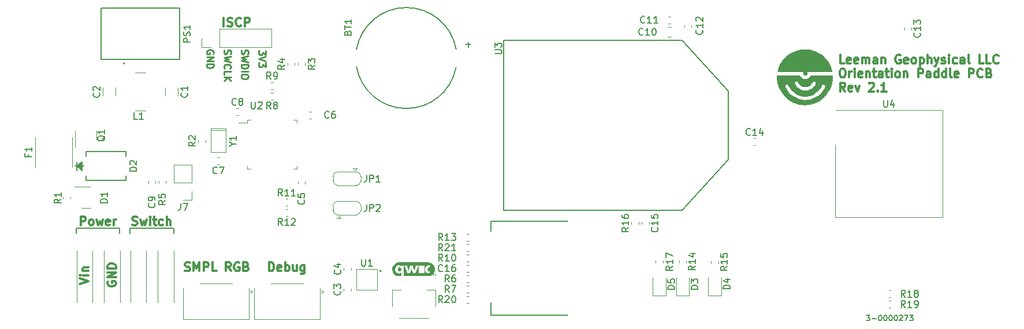
<source format=gbr>
%TF.GenerationSoftware,KiCad,Pcbnew,9.0.1*%
%TF.CreationDate,2025-07-04T09:36:57-05:00*%
%TF.ProjectId,Orientation_Paddle,4f726965-6e74-4617-9469-6f6e5f506164,2.1*%
%TF.SameCoordinates,Original*%
%TF.FileFunction,Legend,Top*%
%TF.FilePolarity,Positive*%
%FSLAX46Y46*%
G04 Gerber Fmt 4.6, Leading zero omitted, Abs format (unit mm)*
G04 Created by KiCad (PCBNEW 9.0.1) date 2025-07-04 09:36:57*
%MOMM*%
%LPD*%
G01*
G04 APERTURE LIST*
%ADD10C,0.150000*%
%ADD11C,0.158750*%
%ADD12C,0.250000*%
%ADD13C,0.300000*%
%ADD14C,0.317500*%
%ADD15C,0.120000*%
%ADD16C,0.152400*%
%ADD17C,0.127000*%
%ADD18C,0.200000*%
%ADD19C,0.010000*%
%ADD20C,0.063500*%
%ADD21C,0.000000*%
G04 APERTURE END LIST*
D10*
X88188859Y-114426999D02*
X88188859Y-113664999D01*
X80260859Y-114426999D02*
X80260859Y-113664999D01*
X73910561Y-113664999D02*
X73910561Y-114426999D01*
X88134859Y-113664999D02*
X81784859Y-113664999D01*
X81784859Y-113664999D02*
X81784859Y-114426999D01*
X80260859Y-113664999D02*
X73910859Y-113664999D01*
D11*
X189738000Y-126434787D02*
X190233300Y-126434787D01*
X190233300Y-126434787D02*
X189966600Y-126739587D01*
X189966600Y-126739587D02*
X190080900Y-126739587D01*
X190080900Y-126739587D02*
X190157100Y-126777687D01*
X190157100Y-126777687D02*
X190195200Y-126815787D01*
X190195200Y-126815787D02*
X190233300Y-126891987D01*
X190233300Y-126891987D02*
X190233300Y-127082487D01*
X190233300Y-127082487D02*
X190195200Y-127158687D01*
X190195200Y-127158687D02*
X190157100Y-127196787D01*
X190157100Y-127196787D02*
X190080900Y-127234887D01*
X190080900Y-127234887D02*
X189852300Y-127234887D01*
X189852300Y-127234887D02*
X189776100Y-127196787D01*
X189776100Y-127196787D02*
X189738000Y-127158687D01*
X190576200Y-126930087D02*
X191185800Y-126930087D01*
X191719200Y-126434787D02*
X191795400Y-126434787D01*
X191795400Y-126434787D02*
X191871600Y-126472887D01*
X191871600Y-126472887D02*
X191909700Y-126510987D01*
X191909700Y-126510987D02*
X191947800Y-126587187D01*
X191947800Y-126587187D02*
X191985900Y-126739587D01*
X191985900Y-126739587D02*
X191985900Y-126930087D01*
X191985900Y-126930087D02*
X191947800Y-127082487D01*
X191947800Y-127082487D02*
X191909700Y-127158687D01*
X191909700Y-127158687D02*
X191871600Y-127196787D01*
X191871600Y-127196787D02*
X191795400Y-127234887D01*
X191795400Y-127234887D02*
X191719200Y-127234887D01*
X191719200Y-127234887D02*
X191643000Y-127196787D01*
X191643000Y-127196787D02*
X191604900Y-127158687D01*
X191604900Y-127158687D02*
X191566800Y-127082487D01*
X191566800Y-127082487D02*
X191528700Y-126930087D01*
X191528700Y-126930087D02*
X191528700Y-126739587D01*
X191528700Y-126739587D02*
X191566800Y-126587187D01*
X191566800Y-126587187D02*
X191604900Y-126510987D01*
X191604900Y-126510987D02*
X191643000Y-126472887D01*
X191643000Y-126472887D02*
X191719200Y-126434787D01*
X192481200Y-126434787D02*
X192557400Y-126434787D01*
X192557400Y-126434787D02*
X192633600Y-126472887D01*
X192633600Y-126472887D02*
X192671700Y-126510987D01*
X192671700Y-126510987D02*
X192709800Y-126587187D01*
X192709800Y-126587187D02*
X192747900Y-126739587D01*
X192747900Y-126739587D02*
X192747900Y-126930087D01*
X192747900Y-126930087D02*
X192709800Y-127082487D01*
X192709800Y-127082487D02*
X192671700Y-127158687D01*
X192671700Y-127158687D02*
X192633600Y-127196787D01*
X192633600Y-127196787D02*
X192557400Y-127234887D01*
X192557400Y-127234887D02*
X192481200Y-127234887D01*
X192481200Y-127234887D02*
X192405000Y-127196787D01*
X192405000Y-127196787D02*
X192366900Y-127158687D01*
X192366900Y-127158687D02*
X192328800Y-127082487D01*
X192328800Y-127082487D02*
X192290700Y-126930087D01*
X192290700Y-126930087D02*
X192290700Y-126739587D01*
X192290700Y-126739587D02*
X192328800Y-126587187D01*
X192328800Y-126587187D02*
X192366900Y-126510987D01*
X192366900Y-126510987D02*
X192405000Y-126472887D01*
X192405000Y-126472887D02*
X192481200Y-126434787D01*
X193243200Y-126434787D02*
X193319400Y-126434787D01*
X193319400Y-126434787D02*
X193395600Y-126472887D01*
X193395600Y-126472887D02*
X193433700Y-126510987D01*
X193433700Y-126510987D02*
X193471800Y-126587187D01*
X193471800Y-126587187D02*
X193509900Y-126739587D01*
X193509900Y-126739587D02*
X193509900Y-126930087D01*
X193509900Y-126930087D02*
X193471800Y-127082487D01*
X193471800Y-127082487D02*
X193433700Y-127158687D01*
X193433700Y-127158687D02*
X193395600Y-127196787D01*
X193395600Y-127196787D02*
X193319400Y-127234887D01*
X193319400Y-127234887D02*
X193243200Y-127234887D01*
X193243200Y-127234887D02*
X193167000Y-127196787D01*
X193167000Y-127196787D02*
X193128900Y-127158687D01*
X193128900Y-127158687D02*
X193090800Y-127082487D01*
X193090800Y-127082487D02*
X193052700Y-126930087D01*
X193052700Y-126930087D02*
X193052700Y-126739587D01*
X193052700Y-126739587D02*
X193090800Y-126587187D01*
X193090800Y-126587187D02*
X193128900Y-126510987D01*
X193128900Y-126510987D02*
X193167000Y-126472887D01*
X193167000Y-126472887D02*
X193243200Y-126434787D01*
X194005200Y-126434787D02*
X194081400Y-126434787D01*
X194081400Y-126434787D02*
X194157600Y-126472887D01*
X194157600Y-126472887D02*
X194195700Y-126510987D01*
X194195700Y-126510987D02*
X194233800Y-126587187D01*
X194233800Y-126587187D02*
X194271900Y-126739587D01*
X194271900Y-126739587D02*
X194271900Y-126930087D01*
X194271900Y-126930087D02*
X194233800Y-127082487D01*
X194233800Y-127082487D02*
X194195700Y-127158687D01*
X194195700Y-127158687D02*
X194157600Y-127196787D01*
X194157600Y-127196787D02*
X194081400Y-127234887D01*
X194081400Y-127234887D02*
X194005200Y-127234887D01*
X194005200Y-127234887D02*
X193929000Y-127196787D01*
X193929000Y-127196787D02*
X193890900Y-127158687D01*
X193890900Y-127158687D02*
X193852800Y-127082487D01*
X193852800Y-127082487D02*
X193814700Y-126930087D01*
X193814700Y-126930087D02*
X193814700Y-126739587D01*
X193814700Y-126739587D02*
X193852800Y-126587187D01*
X193852800Y-126587187D02*
X193890900Y-126510987D01*
X193890900Y-126510987D02*
X193929000Y-126472887D01*
X193929000Y-126472887D02*
X194005200Y-126434787D01*
X194576700Y-126510987D02*
X194614800Y-126472887D01*
X194614800Y-126472887D02*
X194691000Y-126434787D01*
X194691000Y-126434787D02*
X194881500Y-126434787D01*
X194881500Y-126434787D02*
X194957700Y-126472887D01*
X194957700Y-126472887D02*
X194995800Y-126510987D01*
X194995800Y-126510987D02*
X195033900Y-126587187D01*
X195033900Y-126587187D02*
X195033900Y-126663387D01*
X195033900Y-126663387D02*
X194995800Y-126777687D01*
X194995800Y-126777687D02*
X194538600Y-127234887D01*
X194538600Y-127234887D02*
X195033900Y-127234887D01*
X195300600Y-126434787D02*
X195834000Y-126434787D01*
X195834000Y-126434787D02*
X195491100Y-127234887D01*
X196062600Y-126434787D02*
X196557900Y-126434787D01*
X196557900Y-126434787D02*
X196291200Y-126739587D01*
X196291200Y-126739587D02*
X196405500Y-126739587D01*
X196405500Y-126739587D02*
X196481700Y-126777687D01*
X196481700Y-126777687D02*
X196519800Y-126815787D01*
X196519800Y-126815787D02*
X196557900Y-126891987D01*
X196557900Y-126891987D02*
X196557900Y-127082487D01*
X196557900Y-127082487D02*
X196519800Y-127158687D01*
X196519800Y-127158687D02*
X196481700Y-127196787D01*
X196481700Y-127196787D02*
X196405500Y-127234887D01*
X196405500Y-127234887D02*
X196176900Y-127234887D01*
X196176900Y-127234887D02*
X196100700Y-127196787D01*
X196100700Y-127196787D02*
X196062600Y-127158687D01*
D12*
X98150000Y-87466753D02*
X98102380Y-87609610D01*
X98102380Y-87609610D02*
X98102380Y-87847705D01*
X98102380Y-87847705D02*
X98150000Y-87942943D01*
X98150000Y-87942943D02*
X98197619Y-87990562D01*
X98197619Y-87990562D02*
X98292857Y-88038181D01*
X98292857Y-88038181D02*
X98388095Y-88038181D01*
X98388095Y-88038181D02*
X98483333Y-87990562D01*
X98483333Y-87990562D02*
X98530952Y-87942943D01*
X98530952Y-87942943D02*
X98578571Y-87847705D01*
X98578571Y-87847705D02*
X98626190Y-87657229D01*
X98626190Y-87657229D02*
X98673809Y-87561991D01*
X98673809Y-87561991D02*
X98721428Y-87514372D01*
X98721428Y-87514372D02*
X98816666Y-87466753D01*
X98816666Y-87466753D02*
X98911904Y-87466753D01*
X98911904Y-87466753D02*
X99007142Y-87514372D01*
X99007142Y-87514372D02*
X99054761Y-87561991D01*
X99054761Y-87561991D02*
X99102380Y-87657229D01*
X99102380Y-87657229D02*
X99102380Y-87895324D01*
X99102380Y-87895324D02*
X99054761Y-88038181D01*
X99102380Y-88371515D02*
X98102380Y-88609610D01*
X98102380Y-88609610D02*
X98816666Y-88800086D01*
X98816666Y-88800086D02*
X98102380Y-88990562D01*
X98102380Y-88990562D02*
X99102380Y-89228658D01*
X98102380Y-89609610D02*
X99102380Y-89609610D01*
X99102380Y-89609610D02*
X99102380Y-89847705D01*
X99102380Y-89847705D02*
X99054761Y-89990562D01*
X99054761Y-89990562D02*
X98959523Y-90085800D01*
X98959523Y-90085800D02*
X98864285Y-90133419D01*
X98864285Y-90133419D02*
X98673809Y-90181038D01*
X98673809Y-90181038D02*
X98530952Y-90181038D01*
X98530952Y-90181038D02*
X98340476Y-90133419D01*
X98340476Y-90133419D02*
X98245238Y-90085800D01*
X98245238Y-90085800D02*
X98150000Y-89990562D01*
X98150000Y-89990562D02*
X98102380Y-89847705D01*
X98102380Y-89847705D02*
X98102380Y-89609610D01*
X98102380Y-90609610D02*
X99102380Y-90609610D01*
X99102380Y-91276276D02*
X99102380Y-91466752D01*
X99102380Y-91466752D02*
X99054761Y-91561990D01*
X99054761Y-91561990D02*
X98959523Y-91657228D01*
X98959523Y-91657228D02*
X98769047Y-91704847D01*
X98769047Y-91704847D02*
X98435714Y-91704847D01*
X98435714Y-91704847D02*
X98245238Y-91657228D01*
X98245238Y-91657228D02*
X98150000Y-91561990D01*
X98150000Y-91561990D02*
X98102380Y-91466752D01*
X98102380Y-91466752D02*
X98102380Y-91276276D01*
X98102380Y-91276276D02*
X98150000Y-91181038D01*
X98150000Y-91181038D02*
X98245238Y-91085800D01*
X98245238Y-91085800D02*
X98435714Y-91038181D01*
X98435714Y-91038181D02*
X98769047Y-91038181D01*
X98769047Y-91038181D02*
X98959523Y-91085800D01*
X98959523Y-91085800D02*
X99054761Y-91181038D01*
X99054761Y-91181038D02*
X99102380Y-91276276D01*
D13*
X186507482Y-89459297D02*
X185902720Y-89459297D01*
X185902720Y-89459297D02*
X185902720Y-88189297D01*
X187414625Y-89398821D02*
X187293673Y-89459297D01*
X187293673Y-89459297D02*
X187051768Y-89459297D01*
X187051768Y-89459297D02*
X186930815Y-89398821D01*
X186930815Y-89398821D02*
X186870339Y-89277868D01*
X186870339Y-89277868D02*
X186870339Y-88794059D01*
X186870339Y-88794059D02*
X186930815Y-88673106D01*
X186930815Y-88673106D02*
X187051768Y-88612630D01*
X187051768Y-88612630D02*
X187293673Y-88612630D01*
X187293673Y-88612630D02*
X187414625Y-88673106D01*
X187414625Y-88673106D02*
X187475101Y-88794059D01*
X187475101Y-88794059D02*
X187475101Y-88915011D01*
X187475101Y-88915011D02*
X186870339Y-89035963D01*
X188503196Y-89398821D02*
X188382244Y-89459297D01*
X188382244Y-89459297D02*
X188140339Y-89459297D01*
X188140339Y-89459297D02*
X188019386Y-89398821D01*
X188019386Y-89398821D02*
X187958910Y-89277868D01*
X187958910Y-89277868D02*
X187958910Y-88794059D01*
X187958910Y-88794059D02*
X188019386Y-88673106D01*
X188019386Y-88673106D02*
X188140339Y-88612630D01*
X188140339Y-88612630D02*
X188382244Y-88612630D01*
X188382244Y-88612630D02*
X188503196Y-88673106D01*
X188503196Y-88673106D02*
X188563672Y-88794059D01*
X188563672Y-88794059D02*
X188563672Y-88915011D01*
X188563672Y-88915011D02*
X187958910Y-89035963D01*
X189107957Y-89459297D02*
X189107957Y-88612630D01*
X189107957Y-88733582D02*
X189168434Y-88673106D01*
X189168434Y-88673106D02*
X189289386Y-88612630D01*
X189289386Y-88612630D02*
X189470815Y-88612630D01*
X189470815Y-88612630D02*
X189591767Y-88673106D01*
X189591767Y-88673106D02*
X189652243Y-88794059D01*
X189652243Y-88794059D02*
X189652243Y-89459297D01*
X189652243Y-88794059D02*
X189712719Y-88673106D01*
X189712719Y-88673106D02*
X189833672Y-88612630D01*
X189833672Y-88612630D02*
X190015100Y-88612630D01*
X190015100Y-88612630D02*
X190136053Y-88673106D01*
X190136053Y-88673106D02*
X190196529Y-88794059D01*
X190196529Y-88794059D02*
X190196529Y-89459297D01*
X191345576Y-89459297D02*
X191345576Y-88794059D01*
X191345576Y-88794059D02*
X191285100Y-88673106D01*
X191285100Y-88673106D02*
X191164148Y-88612630D01*
X191164148Y-88612630D02*
X190922243Y-88612630D01*
X190922243Y-88612630D02*
X190801290Y-88673106D01*
X191345576Y-89398821D02*
X191224624Y-89459297D01*
X191224624Y-89459297D02*
X190922243Y-89459297D01*
X190922243Y-89459297D02*
X190801290Y-89398821D01*
X190801290Y-89398821D02*
X190740814Y-89277868D01*
X190740814Y-89277868D02*
X190740814Y-89156916D01*
X190740814Y-89156916D02*
X190801290Y-89035963D01*
X190801290Y-89035963D02*
X190922243Y-88975487D01*
X190922243Y-88975487D02*
X191224624Y-88975487D01*
X191224624Y-88975487D02*
X191345576Y-88915011D01*
X191950338Y-88612630D02*
X191950338Y-89459297D01*
X191950338Y-88733582D02*
X192010815Y-88673106D01*
X192010815Y-88673106D02*
X192131767Y-88612630D01*
X192131767Y-88612630D02*
X192313196Y-88612630D01*
X192313196Y-88612630D02*
X192434148Y-88673106D01*
X192434148Y-88673106D02*
X192494624Y-88794059D01*
X192494624Y-88794059D02*
X192494624Y-89459297D01*
X194732244Y-88249773D02*
X194611291Y-88189297D01*
X194611291Y-88189297D02*
X194429863Y-88189297D01*
X194429863Y-88189297D02*
X194248434Y-88249773D01*
X194248434Y-88249773D02*
X194127482Y-88370725D01*
X194127482Y-88370725D02*
X194067005Y-88491678D01*
X194067005Y-88491678D02*
X194006529Y-88733582D01*
X194006529Y-88733582D02*
X194006529Y-88915011D01*
X194006529Y-88915011D02*
X194067005Y-89156916D01*
X194067005Y-89156916D02*
X194127482Y-89277868D01*
X194127482Y-89277868D02*
X194248434Y-89398821D01*
X194248434Y-89398821D02*
X194429863Y-89459297D01*
X194429863Y-89459297D02*
X194550815Y-89459297D01*
X194550815Y-89459297D02*
X194732244Y-89398821D01*
X194732244Y-89398821D02*
X194792720Y-89338344D01*
X194792720Y-89338344D02*
X194792720Y-88915011D01*
X194792720Y-88915011D02*
X194550815Y-88915011D01*
X195820815Y-89398821D02*
X195699863Y-89459297D01*
X195699863Y-89459297D02*
X195457958Y-89459297D01*
X195457958Y-89459297D02*
X195337005Y-89398821D01*
X195337005Y-89398821D02*
X195276529Y-89277868D01*
X195276529Y-89277868D02*
X195276529Y-88794059D01*
X195276529Y-88794059D02*
X195337005Y-88673106D01*
X195337005Y-88673106D02*
X195457958Y-88612630D01*
X195457958Y-88612630D02*
X195699863Y-88612630D01*
X195699863Y-88612630D02*
X195820815Y-88673106D01*
X195820815Y-88673106D02*
X195881291Y-88794059D01*
X195881291Y-88794059D02*
X195881291Y-88915011D01*
X195881291Y-88915011D02*
X195276529Y-89035963D01*
X196607005Y-89459297D02*
X196486053Y-89398821D01*
X196486053Y-89398821D02*
X196425576Y-89338344D01*
X196425576Y-89338344D02*
X196365100Y-89217392D01*
X196365100Y-89217392D02*
X196365100Y-88854535D01*
X196365100Y-88854535D02*
X196425576Y-88733582D01*
X196425576Y-88733582D02*
X196486053Y-88673106D01*
X196486053Y-88673106D02*
X196607005Y-88612630D01*
X196607005Y-88612630D02*
X196788434Y-88612630D01*
X196788434Y-88612630D02*
X196909386Y-88673106D01*
X196909386Y-88673106D02*
X196969862Y-88733582D01*
X196969862Y-88733582D02*
X197030338Y-88854535D01*
X197030338Y-88854535D02*
X197030338Y-89217392D01*
X197030338Y-89217392D02*
X196969862Y-89338344D01*
X196969862Y-89338344D02*
X196909386Y-89398821D01*
X196909386Y-89398821D02*
X196788434Y-89459297D01*
X196788434Y-89459297D02*
X196607005Y-89459297D01*
X197574624Y-88612630D02*
X197574624Y-89882630D01*
X197574624Y-88673106D02*
X197695577Y-88612630D01*
X197695577Y-88612630D02*
X197937482Y-88612630D01*
X197937482Y-88612630D02*
X198058434Y-88673106D01*
X198058434Y-88673106D02*
X198118910Y-88733582D01*
X198118910Y-88733582D02*
X198179386Y-88854535D01*
X198179386Y-88854535D02*
X198179386Y-89217392D01*
X198179386Y-89217392D02*
X198118910Y-89338344D01*
X198118910Y-89338344D02*
X198058434Y-89398821D01*
X198058434Y-89398821D02*
X197937482Y-89459297D01*
X197937482Y-89459297D02*
X197695577Y-89459297D01*
X197695577Y-89459297D02*
X197574624Y-89398821D01*
X198723672Y-89459297D02*
X198723672Y-88189297D01*
X199267958Y-89459297D02*
X199267958Y-88794059D01*
X199267958Y-88794059D02*
X199207482Y-88673106D01*
X199207482Y-88673106D02*
X199086530Y-88612630D01*
X199086530Y-88612630D02*
X198905101Y-88612630D01*
X198905101Y-88612630D02*
X198784149Y-88673106D01*
X198784149Y-88673106D02*
X198723672Y-88733582D01*
X199751768Y-88612630D02*
X200054149Y-89459297D01*
X200356530Y-88612630D02*
X200054149Y-89459297D01*
X200054149Y-89459297D02*
X199933197Y-89761678D01*
X199933197Y-89761678D02*
X199872720Y-89822154D01*
X199872720Y-89822154D02*
X199751768Y-89882630D01*
X200779863Y-89398821D02*
X200900816Y-89459297D01*
X200900816Y-89459297D02*
X201142720Y-89459297D01*
X201142720Y-89459297D02*
X201263673Y-89398821D01*
X201263673Y-89398821D02*
X201324149Y-89277868D01*
X201324149Y-89277868D02*
X201324149Y-89217392D01*
X201324149Y-89217392D02*
X201263673Y-89096440D01*
X201263673Y-89096440D02*
X201142720Y-89035963D01*
X201142720Y-89035963D02*
X200961292Y-89035963D01*
X200961292Y-89035963D02*
X200840339Y-88975487D01*
X200840339Y-88975487D02*
X200779863Y-88854535D01*
X200779863Y-88854535D02*
X200779863Y-88794059D01*
X200779863Y-88794059D02*
X200840339Y-88673106D01*
X200840339Y-88673106D02*
X200961292Y-88612630D01*
X200961292Y-88612630D02*
X201142720Y-88612630D01*
X201142720Y-88612630D02*
X201263673Y-88673106D01*
X201868434Y-89459297D02*
X201868434Y-88612630D01*
X201868434Y-88189297D02*
X201807958Y-88249773D01*
X201807958Y-88249773D02*
X201868434Y-88310249D01*
X201868434Y-88310249D02*
X201928911Y-88249773D01*
X201928911Y-88249773D02*
X201868434Y-88189297D01*
X201868434Y-88189297D02*
X201868434Y-88310249D01*
X203017482Y-89398821D02*
X202896530Y-89459297D01*
X202896530Y-89459297D02*
X202654625Y-89459297D01*
X202654625Y-89459297D02*
X202533673Y-89398821D01*
X202533673Y-89398821D02*
X202473196Y-89338344D01*
X202473196Y-89338344D02*
X202412720Y-89217392D01*
X202412720Y-89217392D02*
X202412720Y-88854535D01*
X202412720Y-88854535D02*
X202473196Y-88733582D01*
X202473196Y-88733582D02*
X202533673Y-88673106D01*
X202533673Y-88673106D02*
X202654625Y-88612630D01*
X202654625Y-88612630D02*
X202896530Y-88612630D01*
X202896530Y-88612630D02*
X203017482Y-88673106D01*
X204106053Y-89459297D02*
X204106053Y-88794059D01*
X204106053Y-88794059D02*
X204045577Y-88673106D01*
X204045577Y-88673106D02*
X203924625Y-88612630D01*
X203924625Y-88612630D02*
X203682720Y-88612630D01*
X203682720Y-88612630D02*
X203561767Y-88673106D01*
X204106053Y-89398821D02*
X203985101Y-89459297D01*
X203985101Y-89459297D02*
X203682720Y-89459297D01*
X203682720Y-89459297D02*
X203561767Y-89398821D01*
X203561767Y-89398821D02*
X203501291Y-89277868D01*
X203501291Y-89277868D02*
X203501291Y-89156916D01*
X203501291Y-89156916D02*
X203561767Y-89035963D01*
X203561767Y-89035963D02*
X203682720Y-88975487D01*
X203682720Y-88975487D02*
X203985101Y-88975487D01*
X203985101Y-88975487D02*
X204106053Y-88915011D01*
X204892244Y-89459297D02*
X204771292Y-89398821D01*
X204771292Y-89398821D02*
X204710815Y-89277868D01*
X204710815Y-89277868D02*
X204710815Y-88189297D01*
X206948434Y-89459297D02*
X206343672Y-89459297D01*
X206343672Y-89459297D02*
X206343672Y-88189297D01*
X207976529Y-89459297D02*
X207371767Y-89459297D01*
X207371767Y-89459297D02*
X207371767Y-88189297D01*
X209125577Y-89338344D02*
X209065101Y-89398821D01*
X209065101Y-89398821D02*
X208883672Y-89459297D01*
X208883672Y-89459297D02*
X208762720Y-89459297D01*
X208762720Y-89459297D02*
X208581291Y-89398821D01*
X208581291Y-89398821D02*
X208460339Y-89277868D01*
X208460339Y-89277868D02*
X208399862Y-89156916D01*
X208399862Y-89156916D02*
X208339386Y-88915011D01*
X208339386Y-88915011D02*
X208339386Y-88733582D01*
X208339386Y-88733582D02*
X208399862Y-88491678D01*
X208399862Y-88491678D02*
X208460339Y-88370725D01*
X208460339Y-88370725D02*
X208581291Y-88249773D01*
X208581291Y-88249773D02*
X208762720Y-88189297D01*
X208762720Y-88189297D02*
X208883672Y-88189297D01*
X208883672Y-88189297D02*
X209065101Y-88249773D01*
X209065101Y-88249773D02*
X209125577Y-88310249D01*
X186144625Y-90233926D02*
X186386530Y-90233926D01*
X186386530Y-90233926D02*
X186507482Y-90294402D01*
X186507482Y-90294402D02*
X186628435Y-90415354D01*
X186628435Y-90415354D02*
X186688911Y-90657259D01*
X186688911Y-90657259D02*
X186688911Y-91080592D01*
X186688911Y-91080592D02*
X186628435Y-91322497D01*
X186628435Y-91322497D02*
X186507482Y-91443450D01*
X186507482Y-91443450D02*
X186386530Y-91503926D01*
X186386530Y-91503926D02*
X186144625Y-91503926D01*
X186144625Y-91503926D02*
X186023673Y-91443450D01*
X186023673Y-91443450D02*
X185902720Y-91322497D01*
X185902720Y-91322497D02*
X185842244Y-91080592D01*
X185842244Y-91080592D02*
X185842244Y-90657259D01*
X185842244Y-90657259D02*
X185902720Y-90415354D01*
X185902720Y-90415354D02*
X186023673Y-90294402D01*
X186023673Y-90294402D02*
X186144625Y-90233926D01*
X187233196Y-91503926D02*
X187233196Y-90657259D01*
X187233196Y-90899164D02*
X187293673Y-90778211D01*
X187293673Y-90778211D02*
X187354149Y-90717735D01*
X187354149Y-90717735D02*
X187475101Y-90657259D01*
X187475101Y-90657259D02*
X187596054Y-90657259D01*
X188019386Y-91503926D02*
X188019386Y-90657259D01*
X188019386Y-90233926D02*
X187958910Y-90294402D01*
X187958910Y-90294402D02*
X188019386Y-90354878D01*
X188019386Y-90354878D02*
X188079863Y-90294402D01*
X188079863Y-90294402D02*
X188019386Y-90233926D01*
X188019386Y-90233926D02*
X188019386Y-90354878D01*
X189107958Y-91443450D02*
X188987006Y-91503926D01*
X188987006Y-91503926D02*
X188745101Y-91503926D01*
X188745101Y-91503926D02*
X188624148Y-91443450D01*
X188624148Y-91443450D02*
X188563672Y-91322497D01*
X188563672Y-91322497D02*
X188563672Y-90838688D01*
X188563672Y-90838688D02*
X188624148Y-90717735D01*
X188624148Y-90717735D02*
X188745101Y-90657259D01*
X188745101Y-90657259D02*
X188987006Y-90657259D01*
X188987006Y-90657259D02*
X189107958Y-90717735D01*
X189107958Y-90717735D02*
X189168434Y-90838688D01*
X189168434Y-90838688D02*
X189168434Y-90959640D01*
X189168434Y-90959640D02*
X188563672Y-91080592D01*
X189712719Y-90657259D02*
X189712719Y-91503926D01*
X189712719Y-90778211D02*
X189773196Y-90717735D01*
X189773196Y-90717735D02*
X189894148Y-90657259D01*
X189894148Y-90657259D02*
X190075577Y-90657259D01*
X190075577Y-90657259D02*
X190196529Y-90717735D01*
X190196529Y-90717735D02*
X190257005Y-90838688D01*
X190257005Y-90838688D02*
X190257005Y-91503926D01*
X190680339Y-90657259D02*
X191164148Y-90657259D01*
X190861767Y-90233926D02*
X190861767Y-91322497D01*
X190861767Y-91322497D02*
X190922244Y-91443450D01*
X190922244Y-91443450D02*
X191043196Y-91503926D01*
X191043196Y-91503926D02*
X191164148Y-91503926D01*
X192131767Y-91503926D02*
X192131767Y-90838688D01*
X192131767Y-90838688D02*
X192071291Y-90717735D01*
X192071291Y-90717735D02*
X191950339Y-90657259D01*
X191950339Y-90657259D02*
X191708434Y-90657259D01*
X191708434Y-90657259D02*
X191587481Y-90717735D01*
X192131767Y-91443450D02*
X192010815Y-91503926D01*
X192010815Y-91503926D02*
X191708434Y-91503926D01*
X191708434Y-91503926D02*
X191587481Y-91443450D01*
X191587481Y-91443450D02*
X191527005Y-91322497D01*
X191527005Y-91322497D02*
X191527005Y-91201545D01*
X191527005Y-91201545D02*
X191587481Y-91080592D01*
X191587481Y-91080592D02*
X191708434Y-91020116D01*
X191708434Y-91020116D02*
X192010815Y-91020116D01*
X192010815Y-91020116D02*
X192131767Y-90959640D01*
X192555101Y-90657259D02*
X193038910Y-90657259D01*
X192736529Y-90233926D02*
X192736529Y-91322497D01*
X192736529Y-91322497D02*
X192797006Y-91443450D01*
X192797006Y-91443450D02*
X192917958Y-91503926D01*
X192917958Y-91503926D02*
X193038910Y-91503926D01*
X193462243Y-91503926D02*
X193462243Y-90657259D01*
X193462243Y-90233926D02*
X193401767Y-90294402D01*
X193401767Y-90294402D02*
X193462243Y-90354878D01*
X193462243Y-90354878D02*
X193522720Y-90294402D01*
X193522720Y-90294402D02*
X193462243Y-90233926D01*
X193462243Y-90233926D02*
X193462243Y-90354878D01*
X194248434Y-91503926D02*
X194127482Y-91443450D01*
X194127482Y-91443450D02*
X194067005Y-91382973D01*
X194067005Y-91382973D02*
X194006529Y-91262021D01*
X194006529Y-91262021D02*
X194006529Y-90899164D01*
X194006529Y-90899164D02*
X194067005Y-90778211D01*
X194067005Y-90778211D02*
X194127482Y-90717735D01*
X194127482Y-90717735D02*
X194248434Y-90657259D01*
X194248434Y-90657259D02*
X194429863Y-90657259D01*
X194429863Y-90657259D02*
X194550815Y-90717735D01*
X194550815Y-90717735D02*
X194611291Y-90778211D01*
X194611291Y-90778211D02*
X194671767Y-90899164D01*
X194671767Y-90899164D02*
X194671767Y-91262021D01*
X194671767Y-91262021D02*
X194611291Y-91382973D01*
X194611291Y-91382973D02*
X194550815Y-91443450D01*
X194550815Y-91443450D02*
X194429863Y-91503926D01*
X194429863Y-91503926D02*
X194248434Y-91503926D01*
X195216053Y-90657259D02*
X195216053Y-91503926D01*
X195216053Y-90778211D02*
X195276530Y-90717735D01*
X195276530Y-90717735D02*
X195397482Y-90657259D01*
X195397482Y-90657259D02*
X195578911Y-90657259D01*
X195578911Y-90657259D02*
X195699863Y-90717735D01*
X195699863Y-90717735D02*
X195760339Y-90838688D01*
X195760339Y-90838688D02*
X195760339Y-91503926D01*
X197332720Y-91503926D02*
X197332720Y-90233926D01*
X197332720Y-90233926D02*
X197816530Y-90233926D01*
X197816530Y-90233926D02*
X197937482Y-90294402D01*
X197937482Y-90294402D02*
X197997959Y-90354878D01*
X197997959Y-90354878D02*
X198058435Y-90475830D01*
X198058435Y-90475830D02*
X198058435Y-90657259D01*
X198058435Y-90657259D02*
X197997959Y-90778211D01*
X197997959Y-90778211D02*
X197937482Y-90838688D01*
X197937482Y-90838688D02*
X197816530Y-90899164D01*
X197816530Y-90899164D02*
X197332720Y-90899164D01*
X199147006Y-91503926D02*
X199147006Y-90838688D01*
X199147006Y-90838688D02*
X199086530Y-90717735D01*
X199086530Y-90717735D02*
X198965578Y-90657259D01*
X198965578Y-90657259D02*
X198723673Y-90657259D01*
X198723673Y-90657259D02*
X198602720Y-90717735D01*
X199147006Y-91443450D02*
X199026054Y-91503926D01*
X199026054Y-91503926D02*
X198723673Y-91503926D01*
X198723673Y-91503926D02*
X198602720Y-91443450D01*
X198602720Y-91443450D02*
X198542244Y-91322497D01*
X198542244Y-91322497D02*
X198542244Y-91201545D01*
X198542244Y-91201545D02*
X198602720Y-91080592D01*
X198602720Y-91080592D02*
X198723673Y-91020116D01*
X198723673Y-91020116D02*
X199026054Y-91020116D01*
X199026054Y-91020116D02*
X199147006Y-90959640D01*
X200296054Y-91503926D02*
X200296054Y-90233926D01*
X200296054Y-91443450D02*
X200175102Y-91503926D01*
X200175102Y-91503926D02*
X199933197Y-91503926D01*
X199933197Y-91503926D02*
X199812245Y-91443450D01*
X199812245Y-91443450D02*
X199751768Y-91382973D01*
X199751768Y-91382973D02*
X199691292Y-91262021D01*
X199691292Y-91262021D02*
X199691292Y-90899164D01*
X199691292Y-90899164D02*
X199751768Y-90778211D01*
X199751768Y-90778211D02*
X199812245Y-90717735D01*
X199812245Y-90717735D02*
X199933197Y-90657259D01*
X199933197Y-90657259D02*
X200175102Y-90657259D01*
X200175102Y-90657259D02*
X200296054Y-90717735D01*
X201445102Y-91503926D02*
X201445102Y-90233926D01*
X201445102Y-91443450D02*
X201324150Y-91503926D01*
X201324150Y-91503926D02*
X201082245Y-91503926D01*
X201082245Y-91503926D02*
X200961293Y-91443450D01*
X200961293Y-91443450D02*
X200900816Y-91382973D01*
X200900816Y-91382973D02*
X200840340Y-91262021D01*
X200840340Y-91262021D02*
X200840340Y-90899164D01*
X200840340Y-90899164D02*
X200900816Y-90778211D01*
X200900816Y-90778211D02*
X200961293Y-90717735D01*
X200961293Y-90717735D02*
X201082245Y-90657259D01*
X201082245Y-90657259D02*
X201324150Y-90657259D01*
X201324150Y-90657259D02*
X201445102Y-90717735D01*
X202231293Y-91503926D02*
X202110341Y-91443450D01*
X202110341Y-91443450D02*
X202049864Y-91322497D01*
X202049864Y-91322497D02*
X202049864Y-90233926D01*
X203198912Y-91443450D02*
X203077960Y-91503926D01*
X203077960Y-91503926D02*
X202836055Y-91503926D01*
X202836055Y-91503926D02*
X202715102Y-91443450D01*
X202715102Y-91443450D02*
X202654626Y-91322497D01*
X202654626Y-91322497D02*
X202654626Y-90838688D01*
X202654626Y-90838688D02*
X202715102Y-90717735D01*
X202715102Y-90717735D02*
X202836055Y-90657259D01*
X202836055Y-90657259D02*
X203077960Y-90657259D01*
X203077960Y-90657259D02*
X203198912Y-90717735D01*
X203198912Y-90717735D02*
X203259388Y-90838688D01*
X203259388Y-90838688D02*
X203259388Y-90959640D01*
X203259388Y-90959640D02*
X202654626Y-91080592D01*
X204771292Y-91503926D02*
X204771292Y-90233926D01*
X204771292Y-90233926D02*
X205255102Y-90233926D01*
X205255102Y-90233926D02*
X205376054Y-90294402D01*
X205376054Y-90294402D02*
X205436531Y-90354878D01*
X205436531Y-90354878D02*
X205497007Y-90475830D01*
X205497007Y-90475830D02*
X205497007Y-90657259D01*
X205497007Y-90657259D02*
X205436531Y-90778211D01*
X205436531Y-90778211D02*
X205376054Y-90838688D01*
X205376054Y-90838688D02*
X205255102Y-90899164D01*
X205255102Y-90899164D02*
X204771292Y-90899164D01*
X206767007Y-91382973D02*
X206706531Y-91443450D01*
X206706531Y-91443450D02*
X206525102Y-91503926D01*
X206525102Y-91503926D02*
X206404150Y-91503926D01*
X206404150Y-91503926D02*
X206222721Y-91443450D01*
X206222721Y-91443450D02*
X206101769Y-91322497D01*
X206101769Y-91322497D02*
X206041292Y-91201545D01*
X206041292Y-91201545D02*
X205980816Y-90959640D01*
X205980816Y-90959640D02*
X205980816Y-90778211D01*
X205980816Y-90778211D02*
X206041292Y-90536307D01*
X206041292Y-90536307D02*
X206101769Y-90415354D01*
X206101769Y-90415354D02*
X206222721Y-90294402D01*
X206222721Y-90294402D02*
X206404150Y-90233926D01*
X206404150Y-90233926D02*
X206525102Y-90233926D01*
X206525102Y-90233926D02*
X206706531Y-90294402D01*
X206706531Y-90294402D02*
X206767007Y-90354878D01*
X207734626Y-90838688D02*
X207916054Y-90899164D01*
X207916054Y-90899164D02*
X207976531Y-90959640D01*
X207976531Y-90959640D02*
X208037007Y-91080592D01*
X208037007Y-91080592D02*
X208037007Y-91262021D01*
X208037007Y-91262021D02*
X207976531Y-91382973D01*
X207976531Y-91382973D02*
X207916054Y-91443450D01*
X207916054Y-91443450D02*
X207795102Y-91503926D01*
X207795102Y-91503926D02*
X207311292Y-91503926D01*
X207311292Y-91503926D02*
X207311292Y-90233926D01*
X207311292Y-90233926D02*
X207734626Y-90233926D01*
X207734626Y-90233926D02*
X207855578Y-90294402D01*
X207855578Y-90294402D02*
X207916054Y-90354878D01*
X207916054Y-90354878D02*
X207976531Y-90475830D01*
X207976531Y-90475830D02*
X207976531Y-90596783D01*
X207976531Y-90596783D02*
X207916054Y-90717735D01*
X207916054Y-90717735D02*
X207855578Y-90778211D01*
X207855578Y-90778211D02*
X207734626Y-90838688D01*
X207734626Y-90838688D02*
X207311292Y-90838688D01*
X186628435Y-93548555D02*
X186205101Y-92943793D01*
X185902720Y-93548555D02*
X185902720Y-92278555D01*
X185902720Y-92278555D02*
X186386530Y-92278555D01*
X186386530Y-92278555D02*
X186507482Y-92339031D01*
X186507482Y-92339031D02*
X186567959Y-92399507D01*
X186567959Y-92399507D02*
X186628435Y-92520459D01*
X186628435Y-92520459D02*
X186628435Y-92701888D01*
X186628435Y-92701888D02*
X186567959Y-92822840D01*
X186567959Y-92822840D02*
X186507482Y-92883317D01*
X186507482Y-92883317D02*
X186386530Y-92943793D01*
X186386530Y-92943793D02*
X185902720Y-92943793D01*
X187656530Y-93488079D02*
X187535578Y-93548555D01*
X187535578Y-93548555D02*
X187293673Y-93548555D01*
X187293673Y-93548555D02*
X187172720Y-93488079D01*
X187172720Y-93488079D02*
X187112244Y-93367126D01*
X187112244Y-93367126D02*
X187112244Y-92883317D01*
X187112244Y-92883317D02*
X187172720Y-92762364D01*
X187172720Y-92762364D02*
X187293673Y-92701888D01*
X187293673Y-92701888D02*
X187535578Y-92701888D01*
X187535578Y-92701888D02*
X187656530Y-92762364D01*
X187656530Y-92762364D02*
X187717006Y-92883317D01*
X187717006Y-92883317D02*
X187717006Y-93004269D01*
X187717006Y-93004269D02*
X187112244Y-93125221D01*
X188140339Y-92701888D02*
X188442720Y-93548555D01*
X188442720Y-93548555D02*
X188745101Y-92701888D01*
X190136053Y-92399507D02*
X190196529Y-92339031D01*
X190196529Y-92339031D02*
X190317482Y-92278555D01*
X190317482Y-92278555D02*
X190619863Y-92278555D01*
X190619863Y-92278555D02*
X190740815Y-92339031D01*
X190740815Y-92339031D02*
X190801291Y-92399507D01*
X190801291Y-92399507D02*
X190861768Y-92520459D01*
X190861768Y-92520459D02*
X190861768Y-92641412D01*
X190861768Y-92641412D02*
X190801291Y-92822840D01*
X190801291Y-92822840D02*
X190075577Y-93548555D01*
X190075577Y-93548555D02*
X190861768Y-93548555D01*
X191406053Y-93427602D02*
X191466530Y-93488079D01*
X191466530Y-93488079D02*
X191406053Y-93548555D01*
X191406053Y-93548555D02*
X191345577Y-93488079D01*
X191345577Y-93488079D02*
X191406053Y-93427602D01*
X191406053Y-93427602D02*
X191406053Y-93548555D01*
X192676054Y-93548555D02*
X191950339Y-93548555D01*
X192313196Y-93548555D02*
X192313196Y-92278555D01*
X192313196Y-92278555D02*
X192192244Y-92459983D01*
X192192244Y-92459983D02*
X192071292Y-92580936D01*
X192071292Y-92580936D02*
X191950339Y-92641412D01*
D12*
X93974761Y-88011095D02*
X94022380Y-87915857D01*
X94022380Y-87915857D02*
X94022380Y-87773000D01*
X94022380Y-87773000D02*
X93974761Y-87630143D01*
X93974761Y-87630143D02*
X93879523Y-87534905D01*
X93879523Y-87534905D02*
X93784285Y-87487286D01*
X93784285Y-87487286D02*
X93593809Y-87439667D01*
X93593809Y-87439667D02*
X93450952Y-87439667D01*
X93450952Y-87439667D02*
X93260476Y-87487286D01*
X93260476Y-87487286D02*
X93165238Y-87534905D01*
X93165238Y-87534905D02*
X93070000Y-87630143D01*
X93070000Y-87630143D02*
X93022380Y-87773000D01*
X93022380Y-87773000D02*
X93022380Y-87868238D01*
X93022380Y-87868238D02*
X93070000Y-88011095D01*
X93070000Y-88011095D02*
X93117619Y-88058714D01*
X93117619Y-88058714D02*
X93450952Y-88058714D01*
X93450952Y-88058714D02*
X93450952Y-87868238D01*
X93022380Y-88487286D02*
X94022380Y-88487286D01*
X94022380Y-88487286D02*
X93022380Y-89058714D01*
X93022380Y-89058714D02*
X94022380Y-89058714D01*
X93022380Y-89534905D02*
X94022380Y-89534905D01*
X94022380Y-89534905D02*
X94022380Y-89773000D01*
X94022380Y-89773000D02*
X93974761Y-89915857D01*
X93974761Y-89915857D02*
X93879523Y-90011095D01*
X93879523Y-90011095D02*
X93784285Y-90058714D01*
X93784285Y-90058714D02*
X93593809Y-90106333D01*
X93593809Y-90106333D02*
X93450952Y-90106333D01*
X93450952Y-90106333D02*
X93260476Y-90058714D01*
X93260476Y-90058714D02*
X93165238Y-90011095D01*
X93165238Y-90011095D02*
X93070000Y-89915857D01*
X93070000Y-89915857D02*
X93022380Y-89773000D01*
X93022380Y-89773000D02*
X93022380Y-89534905D01*
D14*
X102174523Y-119951016D02*
X102174523Y-118681016D01*
X102174523Y-118681016D02*
X102476904Y-118681016D01*
X102476904Y-118681016D02*
X102658333Y-118741492D01*
X102658333Y-118741492D02*
X102779285Y-118862444D01*
X102779285Y-118862444D02*
X102839762Y-118983397D01*
X102839762Y-118983397D02*
X102900238Y-119225301D01*
X102900238Y-119225301D02*
X102900238Y-119406730D01*
X102900238Y-119406730D02*
X102839762Y-119648635D01*
X102839762Y-119648635D02*
X102779285Y-119769587D01*
X102779285Y-119769587D02*
X102658333Y-119890540D01*
X102658333Y-119890540D02*
X102476904Y-119951016D01*
X102476904Y-119951016D02*
X102174523Y-119951016D01*
X103928333Y-119890540D02*
X103807381Y-119951016D01*
X103807381Y-119951016D02*
X103565476Y-119951016D01*
X103565476Y-119951016D02*
X103444523Y-119890540D01*
X103444523Y-119890540D02*
X103384047Y-119769587D01*
X103384047Y-119769587D02*
X103384047Y-119285778D01*
X103384047Y-119285778D02*
X103444523Y-119164825D01*
X103444523Y-119164825D02*
X103565476Y-119104349D01*
X103565476Y-119104349D02*
X103807381Y-119104349D01*
X103807381Y-119104349D02*
X103928333Y-119164825D01*
X103928333Y-119164825D02*
X103988809Y-119285778D01*
X103988809Y-119285778D02*
X103988809Y-119406730D01*
X103988809Y-119406730D02*
X103384047Y-119527682D01*
X104533094Y-119951016D02*
X104533094Y-118681016D01*
X104533094Y-119164825D02*
X104654047Y-119104349D01*
X104654047Y-119104349D02*
X104895952Y-119104349D01*
X104895952Y-119104349D02*
X105016904Y-119164825D01*
X105016904Y-119164825D02*
X105077380Y-119225301D01*
X105077380Y-119225301D02*
X105137856Y-119346254D01*
X105137856Y-119346254D02*
X105137856Y-119709111D01*
X105137856Y-119709111D02*
X105077380Y-119830063D01*
X105077380Y-119830063D02*
X105016904Y-119890540D01*
X105016904Y-119890540D02*
X104895952Y-119951016D01*
X104895952Y-119951016D02*
X104654047Y-119951016D01*
X104654047Y-119951016D02*
X104533094Y-119890540D01*
X106226428Y-119104349D02*
X106226428Y-119951016D01*
X105682142Y-119104349D02*
X105682142Y-119769587D01*
X105682142Y-119769587D02*
X105742619Y-119890540D01*
X105742619Y-119890540D02*
X105863571Y-119951016D01*
X105863571Y-119951016D02*
X106045000Y-119951016D01*
X106045000Y-119951016D02*
X106165952Y-119890540D01*
X106165952Y-119890540D02*
X106226428Y-119830063D01*
X107375476Y-119104349D02*
X107375476Y-120132444D01*
X107375476Y-120132444D02*
X107315000Y-120253397D01*
X107315000Y-120253397D02*
X107254524Y-120313873D01*
X107254524Y-120313873D02*
X107133571Y-120374349D01*
X107133571Y-120374349D02*
X106952143Y-120374349D01*
X106952143Y-120374349D02*
X106831190Y-120313873D01*
X107375476Y-119890540D02*
X107254524Y-119951016D01*
X107254524Y-119951016D02*
X107012619Y-119951016D01*
X107012619Y-119951016D02*
X106891667Y-119890540D01*
X106891667Y-119890540D02*
X106831190Y-119830063D01*
X106831190Y-119830063D02*
X106770714Y-119709111D01*
X106770714Y-119709111D02*
X106770714Y-119346254D01*
X106770714Y-119346254D02*
X106831190Y-119225301D01*
X106831190Y-119225301D02*
X106891667Y-119164825D01*
X106891667Y-119164825D02*
X107012619Y-119104349D01*
X107012619Y-119104349D02*
X107254524Y-119104349D01*
X107254524Y-119104349D02*
X107375476Y-119164825D01*
X89861571Y-119890540D02*
X90043000Y-119951016D01*
X90043000Y-119951016D02*
X90345381Y-119951016D01*
X90345381Y-119951016D02*
X90466333Y-119890540D01*
X90466333Y-119890540D02*
X90526809Y-119830063D01*
X90526809Y-119830063D02*
X90587286Y-119709111D01*
X90587286Y-119709111D02*
X90587286Y-119588159D01*
X90587286Y-119588159D02*
X90526809Y-119467206D01*
X90526809Y-119467206D02*
X90466333Y-119406730D01*
X90466333Y-119406730D02*
X90345381Y-119346254D01*
X90345381Y-119346254D02*
X90103476Y-119285778D01*
X90103476Y-119285778D02*
X89982524Y-119225301D01*
X89982524Y-119225301D02*
X89922047Y-119164825D01*
X89922047Y-119164825D02*
X89861571Y-119043873D01*
X89861571Y-119043873D02*
X89861571Y-118922920D01*
X89861571Y-118922920D02*
X89922047Y-118801968D01*
X89922047Y-118801968D02*
X89982524Y-118741492D01*
X89982524Y-118741492D02*
X90103476Y-118681016D01*
X90103476Y-118681016D02*
X90405857Y-118681016D01*
X90405857Y-118681016D02*
X90587286Y-118741492D01*
X91131571Y-119951016D02*
X91131571Y-118681016D01*
X91131571Y-118681016D02*
X91554905Y-119588159D01*
X91554905Y-119588159D02*
X91978238Y-118681016D01*
X91978238Y-118681016D02*
X91978238Y-119951016D01*
X92583000Y-119951016D02*
X92583000Y-118681016D01*
X92583000Y-118681016D02*
X93066810Y-118681016D01*
X93066810Y-118681016D02*
X93187762Y-118741492D01*
X93187762Y-118741492D02*
X93248239Y-118801968D01*
X93248239Y-118801968D02*
X93308715Y-118922920D01*
X93308715Y-118922920D02*
X93308715Y-119104349D01*
X93308715Y-119104349D02*
X93248239Y-119225301D01*
X93248239Y-119225301D02*
X93187762Y-119285778D01*
X93187762Y-119285778D02*
X93066810Y-119346254D01*
X93066810Y-119346254D02*
X92583000Y-119346254D01*
X94457762Y-119951016D02*
X93853000Y-119951016D01*
X93853000Y-119951016D02*
X93853000Y-118681016D01*
X96574429Y-119951016D02*
X96151095Y-119346254D01*
X95848714Y-119951016D02*
X95848714Y-118681016D01*
X95848714Y-118681016D02*
X96332524Y-118681016D01*
X96332524Y-118681016D02*
X96453476Y-118741492D01*
X96453476Y-118741492D02*
X96513953Y-118801968D01*
X96513953Y-118801968D02*
X96574429Y-118922920D01*
X96574429Y-118922920D02*
X96574429Y-119104349D01*
X96574429Y-119104349D02*
X96513953Y-119225301D01*
X96513953Y-119225301D02*
X96453476Y-119285778D01*
X96453476Y-119285778D02*
X96332524Y-119346254D01*
X96332524Y-119346254D02*
X95848714Y-119346254D01*
X97783953Y-118741492D02*
X97663000Y-118681016D01*
X97663000Y-118681016D02*
X97481572Y-118681016D01*
X97481572Y-118681016D02*
X97300143Y-118741492D01*
X97300143Y-118741492D02*
X97179191Y-118862444D01*
X97179191Y-118862444D02*
X97118714Y-118983397D01*
X97118714Y-118983397D02*
X97058238Y-119225301D01*
X97058238Y-119225301D02*
X97058238Y-119406730D01*
X97058238Y-119406730D02*
X97118714Y-119648635D01*
X97118714Y-119648635D02*
X97179191Y-119769587D01*
X97179191Y-119769587D02*
X97300143Y-119890540D01*
X97300143Y-119890540D02*
X97481572Y-119951016D01*
X97481572Y-119951016D02*
X97602524Y-119951016D01*
X97602524Y-119951016D02*
X97783953Y-119890540D01*
X97783953Y-119890540D02*
X97844429Y-119830063D01*
X97844429Y-119830063D02*
X97844429Y-119406730D01*
X97844429Y-119406730D02*
X97602524Y-119406730D01*
X98812048Y-119285778D02*
X98993476Y-119346254D01*
X98993476Y-119346254D02*
X99053953Y-119406730D01*
X99053953Y-119406730D02*
X99114429Y-119527682D01*
X99114429Y-119527682D02*
X99114429Y-119709111D01*
X99114429Y-119709111D02*
X99053953Y-119830063D01*
X99053953Y-119830063D02*
X98993476Y-119890540D01*
X98993476Y-119890540D02*
X98872524Y-119951016D01*
X98872524Y-119951016D02*
X98388714Y-119951016D01*
X98388714Y-119951016D02*
X98388714Y-118681016D01*
X98388714Y-118681016D02*
X98812048Y-118681016D01*
X98812048Y-118681016D02*
X98933000Y-118741492D01*
X98933000Y-118741492D02*
X98993476Y-118801968D01*
X98993476Y-118801968D02*
X99053953Y-118922920D01*
X99053953Y-118922920D02*
X99053953Y-119043873D01*
X99053953Y-119043873D02*
X98993476Y-119164825D01*
X98993476Y-119164825D02*
X98933000Y-119225301D01*
X98933000Y-119225301D02*
X98812048Y-119285778D01*
X98812048Y-119285778D02*
X98388714Y-119285778D01*
D12*
X101642380Y-87534905D02*
X101642380Y-88153952D01*
X101642380Y-88153952D02*
X101261428Y-87820619D01*
X101261428Y-87820619D02*
X101261428Y-87963476D01*
X101261428Y-87963476D02*
X101213809Y-88058714D01*
X101213809Y-88058714D02*
X101166190Y-88106333D01*
X101166190Y-88106333D02*
X101070952Y-88153952D01*
X101070952Y-88153952D02*
X100832857Y-88153952D01*
X100832857Y-88153952D02*
X100737619Y-88106333D01*
X100737619Y-88106333D02*
X100690000Y-88058714D01*
X100690000Y-88058714D02*
X100642380Y-87963476D01*
X100642380Y-87963476D02*
X100642380Y-87677762D01*
X100642380Y-87677762D02*
X100690000Y-87582524D01*
X100690000Y-87582524D02*
X100737619Y-87534905D01*
X101642380Y-88439667D02*
X100642380Y-88773000D01*
X100642380Y-88773000D02*
X101642380Y-89106333D01*
X101642380Y-89344429D02*
X101642380Y-89963476D01*
X101642380Y-89963476D02*
X101261428Y-89630143D01*
X101261428Y-89630143D02*
X101261428Y-89773000D01*
X101261428Y-89773000D02*
X101213809Y-89868238D01*
X101213809Y-89868238D02*
X101166190Y-89915857D01*
X101166190Y-89915857D02*
X101070952Y-89963476D01*
X101070952Y-89963476D02*
X100832857Y-89963476D01*
X100832857Y-89963476D02*
X100737619Y-89915857D01*
X100737619Y-89915857D02*
X100690000Y-89868238D01*
X100690000Y-89868238D02*
X100642380Y-89773000D01*
X100642380Y-89773000D02*
X100642380Y-89487286D01*
X100642380Y-89487286D02*
X100690000Y-89392048D01*
X100690000Y-89392048D02*
X100737619Y-89344429D01*
D14*
X74579238Y-113220016D02*
X74579238Y-111950016D01*
X74579238Y-111950016D02*
X75063048Y-111950016D01*
X75063048Y-111950016D02*
X75184000Y-112010492D01*
X75184000Y-112010492D02*
X75244477Y-112070968D01*
X75244477Y-112070968D02*
X75304953Y-112191920D01*
X75304953Y-112191920D02*
X75304953Y-112373349D01*
X75304953Y-112373349D02*
X75244477Y-112494301D01*
X75244477Y-112494301D02*
X75184000Y-112554778D01*
X75184000Y-112554778D02*
X75063048Y-112615254D01*
X75063048Y-112615254D02*
X74579238Y-112615254D01*
X76030667Y-113220016D02*
X75909715Y-113159540D01*
X75909715Y-113159540D02*
X75849238Y-113099063D01*
X75849238Y-113099063D02*
X75788762Y-112978111D01*
X75788762Y-112978111D02*
X75788762Y-112615254D01*
X75788762Y-112615254D02*
X75849238Y-112494301D01*
X75849238Y-112494301D02*
X75909715Y-112433825D01*
X75909715Y-112433825D02*
X76030667Y-112373349D01*
X76030667Y-112373349D02*
X76212096Y-112373349D01*
X76212096Y-112373349D02*
X76333048Y-112433825D01*
X76333048Y-112433825D02*
X76393524Y-112494301D01*
X76393524Y-112494301D02*
X76454000Y-112615254D01*
X76454000Y-112615254D02*
X76454000Y-112978111D01*
X76454000Y-112978111D02*
X76393524Y-113099063D01*
X76393524Y-113099063D02*
X76333048Y-113159540D01*
X76333048Y-113159540D02*
X76212096Y-113220016D01*
X76212096Y-113220016D02*
X76030667Y-113220016D01*
X76877334Y-112373349D02*
X77119239Y-113220016D01*
X77119239Y-113220016D02*
X77361144Y-112615254D01*
X77361144Y-112615254D02*
X77603048Y-113220016D01*
X77603048Y-113220016D02*
X77844953Y-112373349D01*
X78812572Y-113159540D02*
X78691620Y-113220016D01*
X78691620Y-113220016D02*
X78449715Y-113220016D01*
X78449715Y-113220016D02*
X78328762Y-113159540D01*
X78328762Y-113159540D02*
X78268286Y-113038587D01*
X78268286Y-113038587D02*
X78268286Y-112554778D01*
X78268286Y-112554778D02*
X78328762Y-112433825D01*
X78328762Y-112433825D02*
X78449715Y-112373349D01*
X78449715Y-112373349D02*
X78691620Y-112373349D01*
X78691620Y-112373349D02*
X78812572Y-112433825D01*
X78812572Y-112433825D02*
X78873048Y-112554778D01*
X78873048Y-112554778D02*
X78873048Y-112675730D01*
X78873048Y-112675730D02*
X78268286Y-112796682D01*
X79417333Y-113220016D02*
X79417333Y-112373349D01*
X79417333Y-112615254D02*
X79477810Y-112494301D01*
X79477810Y-112494301D02*
X79538286Y-112433825D01*
X79538286Y-112433825D02*
X79659238Y-112373349D01*
X79659238Y-112373349D02*
X79780191Y-112373349D01*
X82150857Y-113159540D02*
X82332286Y-113220016D01*
X82332286Y-113220016D02*
X82634667Y-113220016D01*
X82634667Y-113220016D02*
X82755619Y-113159540D01*
X82755619Y-113159540D02*
X82816095Y-113099063D01*
X82816095Y-113099063D02*
X82876572Y-112978111D01*
X82876572Y-112978111D02*
X82876572Y-112857159D01*
X82876572Y-112857159D02*
X82816095Y-112736206D01*
X82816095Y-112736206D02*
X82755619Y-112675730D01*
X82755619Y-112675730D02*
X82634667Y-112615254D01*
X82634667Y-112615254D02*
X82392762Y-112554778D01*
X82392762Y-112554778D02*
X82271810Y-112494301D01*
X82271810Y-112494301D02*
X82211333Y-112433825D01*
X82211333Y-112433825D02*
X82150857Y-112312873D01*
X82150857Y-112312873D02*
X82150857Y-112191920D01*
X82150857Y-112191920D02*
X82211333Y-112070968D01*
X82211333Y-112070968D02*
X82271810Y-112010492D01*
X82271810Y-112010492D02*
X82392762Y-111950016D01*
X82392762Y-111950016D02*
X82695143Y-111950016D01*
X82695143Y-111950016D02*
X82876572Y-112010492D01*
X83299905Y-112373349D02*
X83541810Y-113220016D01*
X83541810Y-113220016D02*
X83783715Y-112615254D01*
X83783715Y-112615254D02*
X84025619Y-113220016D01*
X84025619Y-113220016D02*
X84267524Y-112373349D01*
X84751333Y-113220016D02*
X84751333Y-112373349D01*
X84751333Y-111950016D02*
X84690857Y-112010492D01*
X84690857Y-112010492D02*
X84751333Y-112070968D01*
X84751333Y-112070968D02*
X84811810Y-112010492D01*
X84811810Y-112010492D02*
X84751333Y-111950016D01*
X84751333Y-111950016D02*
X84751333Y-112070968D01*
X85174667Y-112373349D02*
X85658476Y-112373349D01*
X85356095Y-111950016D02*
X85356095Y-113038587D01*
X85356095Y-113038587D02*
X85416572Y-113159540D01*
X85416572Y-113159540D02*
X85537524Y-113220016D01*
X85537524Y-113220016D02*
X85658476Y-113220016D01*
X86626095Y-113159540D02*
X86505143Y-113220016D01*
X86505143Y-113220016D02*
X86263238Y-113220016D01*
X86263238Y-113220016D02*
X86142286Y-113159540D01*
X86142286Y-113159540D02*
X86081809Y-113099063D01*
X86081809Y-113099063D02*
X86021333Y-112978111D01*
X86021333Y-112978111D02*
X86021333Y-112615254D01*
X86021333Y-112615254D02*
X86081809Y-112494301D01*
X86081809Y-112494301D02*
X86142286Y-112433825D01*
X86142286Y-112433825D02*
X86263238Y-112373349D01*
X86263238Y-112373349D02*
X86505143Y-112373349D01*
X86505143Y-112373349D02*
X86626095Y-112433825D01*
X87170380Y-113220016D02*
X87170380Y-111950016D01*
X87714666Y-113220016D02*
X87714666Y-112554778D01*
X87714666Y-112554778D02*
X87654190Y-112433825D01*
X87654190Y-112433825D02*
X87533238Y-112373349D01*
X87533238Y-112373349D02*
X87351809Y-112373349D01*
X87351809Y-112373349D02*
X87230857Y-112433825D01*
X87230857Y-112433825D02*
X87170380Y-112494301D01*
D12*
X95610000Y-87476295D02*
X95562380Y-87619152D01*
X95562380Y-87619152D02*
X95562380Y-87857247D01*
X95562380Y-87857247D02*
X95610000Y-87952485D01*
X95610000Y-87952485D02*
X95657619Y-88000104D01*
X95657619Y-88000104D02*
X95752857Y-88047723D01*
X95752857Y-88047723D02*
X95848095Y-88047723D01*
X95848095Y-88047723D02*
X95943333Y-88000104D01*
X95943333Y-88000104D02*
X95990952Y-87952485D01*
X95990952Y-87952485D02*
X96038571Y-87857247D01*
X96038571Y-87857247D02*
X96086190Y-87666771D01*
X96086190Y-87666771D02*
X96133809Y-87571533D01*
X96133809Y-87571533D02*
X96181428Y-87523914D01*
X96181428Y-87523914D02*
X96276666Y-87476295D01*
X96276666Y-87476295D02*
X96371904Y-87476295D01*
X96371904Y-87476295D02*
X96467142Y-87523914D01*
X96467142Y-87523914D02*
X96514761Y-87571533D01*
X96514761Y-87571533D02*
X96562380Y-87666771D01*
X96562380Y-87666771D02*
X96562380Y-87904866D01*
X96562380Y-87904866D02*
X96514761Y-88047723D01*
X96562380Y-88381057D02*
X95562380Y-88619152D01*
X95562380Y-88619152D02*
X96276666Y-88809628D01*
X96276666Y-88809628D02*
X95562380Y-89000104D01*
X95562380Y-89000104D02*
X96562380Y-89238200D01*
X95657619Y-90190580D02*
X95610000Y-90142961D01*
X95610000Y-90142961D02*
X95562380Y-90000104D01*
X95562380Y-90000104D02*
X95562380Y-89904866D01*
X95562380Y-89904866D02*
X95610000Y-89762009D01*
X95610000Y-89762009D02*
X95705238Y-89666771D01*
X95705238Y-89666771D02*
X95800476Y-89619152D01*
X95800476Y-89619152D02*
X95990952Y-89571533D01*
X95990952Y-89571533D02*
X96133809Y-89571533D01*
X96133809Y-89571533D02*
X96324285Y-89619152D01*
X96324285Y-89619152D02*
X96419523Y-89666771D01*
X96419523Y-89666771D02*
X96514761Y-89762009D01*
X96514761Y-89762009D02*
X96562380Y-89904866D01*
X96562380Y-89904866D02*
X96562380Y-90000104D01*
X96562380Y-90000104D02*
X96514761Y-90142961D01*
X96514761Y-90142961D02*
X96467142Y-90190580D01*
X95562380Y-91095342D02*
X95562380Y-90619152D01*
X95562380Y-90619152D02*
X96562380Y-90619152D01*
X95562380Y-91428676D02*
X96562380Y-91428676D01*
X95562380Y-92000104D02*
X96133809Y-91571533D01*
X96562380Y-92000104D02*
X95990952Y-91428676D01*
D14*
X95534237Y-84010016D02*
X95534237Y-82740016D01*
X96078523Y-83949540D02*
X96259952Y-84010016D01*
X96259952Y-84010016D02*
X96562333Y-84010016D01*
X96562333Y-84010016D02*
X96683285Y-83949540D01*
X96683285Y-83949540D02*
X96743761Y-83889063D01*
X96743761Y-83889063D02*
X96804238Y-83768111D01*
X96804238Y-83768111D02*
X96804238Y-83647159D01*
X96804238Y-83647159D02*
X96743761Y-83526206D01*
X96743761Y-83526206D02*
X96683285Y-83465730D01*
X96683285Y-83465730D02*
X96562333Y-83405254D01*
X96562333Y-83405254D02*
X96320428Y-83344778D01*
X96320428Y-83344778D02*
X96199476Y-83284301D01*
X96199476Y-83284301D02*
X96138999Y-83223825D01*
X96138999Y-83223825D02*
X96078523Y-83102873D01*
X96078523Y-83102873D02*
X96078523Y-82981920D01*
X96078523Y-82981920D02*
X96138999Y-82860968D01*
X96138999Y-82860968D02*
X96199476Y-82800492D01*
X96199476Y-82800492D02*
X96320428Y-82740016D01*
X96320428Y-82740016D02*
X96622809Y-82740016D01*
X96622809Y-82740016D02*
X96804238Y-82800492D01*
X98074238Y-83889063D02*
X98013762Y-83949540D01*
X98013762Y-83949540D02*
X97832333Y-84010016D01*
X97832333Y-84010016D02*
X97711381Y-84010016D01*
X97711381Y-84010016D02*
X97529952Y-83949540D01*
X97529952Y-83949540D02*
X97409000Y-83828587D01*
X97409000Y-83828587D02*
X97348523Y-83707635D01*
X97348523Y-83707635D02*
X97288047Y-83465730D01*
X97288047Y-83465730D02*
X97288047Y-83284301D01*
X97288047Y-83284301D02*
X97348523Y-83042397D01*
X97348523Y-83042397D02*
X97409000Y-82921444D01*
X97409000Y-82921444D02*
X97529952Y-82800492D01*
X97529952Y-82800492D02*
X97711381Y-82740016D01*
X97711381Y-82740016D02*
X97832333Y-82740016D01*
X97832333Y-82740016D02*
X98013762Y-82800492D01*
X98013762Y-82800492D02*
X98074238Y-82860968D01*
X98618523Y-84010016D02*
X98618523Y-82740016D01*
X98618523Y-82740016D02*
X99102333Y-82740016D01*
X99102333Y-82740016D02*
X99223285Y-82800492D01*
X99223285Y-82800492D02*
X99283762Y-82860968D01*
X99283762Y-82860968D02*
X99344238Y-82981920D01*
X99344238Y-82981920D02*
X99344238Y-83163349D01*
X99344238Y-83163349D02*
X99283762Y-83284301D01*
X99283762Y-83284301D02*
X99223285Y-83344778D01*
X99223285Y-83344778D02*
X99102333Y-83405254D01*
X99102333Y-83405254D02*
X98618523Y-83405254D01*
X74412016Y-121823238D02*
X75682016Y-121399905D01*
X75682016Y-121399905D02*
X74412016Y-120976571D01*
X75682016Y-120553239D02*
X74835349Y-120553239D01*
X74412016Y-120553239D02*
X74472492Y-120613715D01*
X74472492Y-120613715D02*
X74532968Y-120553239D01*
X74532968Y-120553239D02*
X74472492Y-120492762D01*
X74472492Y-120492762D02*
X74412016Y-120553239D01*
X74412016Y-120553239D02*
X74532968Y-120553239D01*
X74835349Y-119948477D02*
X75682016Y-119948477D01*
X74956301Y-119948477D02*
X74895825Y-119888000D01*
X74895825Y-119888000D02*
X74835349Y-119767048D01*
X74835349Y-119767048D02*
X74835349Y-119585619D01*
X74835349Y-119585619D02*
X74895825Y-119464667D01*
X74895825Y-119464667D02*
X75016778Y-119404191D01*
X75016778Y-119404191D02*
X75682016Y-119404191D01*
X78536492Y-121490618D02*
X78476016Y-121611571D01*
X78476016Y-121611571D02*
X78476016Y-121792999D01*
X78476016Y-121792999D02*
X78536492Y-121974428D01*
X78536492Y-121974428D02*
X78657444Y-122095380D01*
X78657444Y-122095380D02*
X78778397Y-122155857D01*
X78778397Y-122155857D02*
X79020301Y-122216333D01*
X79020301Y-122216333D02*
X79201730Y-122216333D01*
X79201730Y-122216333D02*
X79443635Y-122155857D01*
X79443635Y-122155857D02*
X79564587Y-122095380D01*
X79564587Y-122095380D02*
X79685540Y-121974428D01*
X79685540Y-121974428D02*
X79746016Y-121792999D01*
X79746016Y-121792999D02*
X79746016Y-121672047D01*
X79746016Y-121672047D02*
X79685540Y-121490618D01*
X79685540Y-121490618D02*
X79625063Y-121430142D01*
X79625063Y-121430142D02*
X79201730Y-121430142D01*
X79201730Y-121430142D02*
X79201730Y-121672047D01*
X79746016Y-120885857D02*
X78476016Y-120885857D01*
X78476016Y-120885857D02*
X79746016Y-120160142D01*
X79746016Y-120160142D02*
X78476016Y-120160142D01*
X79746016Y-119555381D02*
X78476016Y-119555381D01*
X78476016Y-119555381D02*
X78476016Y-119253000D01*
X78476016Y-119253000D02*
X78536492Y-119071571D01*
X78536492Y-119071571D02*
X78657444Y-118950619D01*
X78657444Y-118950619D02*
X78778397Y-118890142D01*
X78778397Y-118890142D02*
X79020301Y-118829666D01*
X79020301Y-118829666D02*
X79201730Y-118829666D01*
X79201730Y-118829666D02*
X79443635Y-118890142D01*
X79443635Y-118890142D02*
X79564587Y-118950619D01*
X79564587Y-118950619D02*
X79685540Y-119071571D01*
X79685540Y-119071571D02*
X79746016Y-119253000D01*
X79746016Y-119253000D02*
X79746016Y-119555381D01*
D10*
X128579524Y-121539819D02*
X128246191Y-121063628D01*
X128008096Y-121539819D02*
X128008096Y-120539819D01*
X128008096Y-120539819D02*
X128389048Y-120539819D01*
X128389048Y-120539819D02*
X128484286Y-120587438D01*
X128484286Y-120587438D02*
X128531905Y-120635057D01*
X128531905Y-120635057D02*
X128579524Y-120730295D01*
X128579524Y-120730295D02*
X128579524Y-120873152D01*
X128579524Y-120873152D02*
X128531905Y-120968390D01*
X128531905Y-120968390D02*
X128484286Y-121016009D01*
X128484286Y-121016009D02*
X128389048Y-121063628D01*
X128389048Y-121063628D02*
X128008096Y-121063628D01*
X129436667Y-120539819D02*
X129246191Y-120539819D01*
X129246191Y-120539819D02*
X129150953Y-120587438D01*
X129150953Y-120587438D02*
X129103334Y-120635057D01*
X129103334Y-120635057D02*
X129008096Y-120777914D01*
X129008096Y-120777914D02*
X128960477Y-120968390D01*
X128960477Y-120968390D02*
X128960477Y-121349342D01*
X128960477Y-121349342D02*
X129008096Y-121444580D01*
X129008096Y-121444580D02*
X129055715Y-121492200D01*
X129055715Y-121492200D02*
X129150953Y-121539819D01*
X129150953Y-121539819D02*
X129341429Y-121539819D01*
X129341429Y-121539819D02*
X129436667Y-121492200D01*
X129436667Y-121492200D02*
X129484286Y-121444580D01*
X129484286Y-121444580D02*
X129531905Y-121349342D01*
X129531905Y-121349342D02*
X129531905Y-121111247D01*
X129531905Y-121111247D02*
X129484286Y-121016009D01*
X129484286Y-121016009D02*
X129436667Y-120968390D01*
X129436667Y-120968390D02*
X129341429Y-120920771D01*
X129341429Y-120920771D02*
X129150953Y-120920771D01*
X129150953Y-120920771D02*
X129055715Y-120968390D01*
X129055715Y-120968390D02*
X129008096Y-121016009D01*
X129008096Y-121016009D02*
X128960477Y-121111247D01*
X195445142Y-123771819D02*
X195111809Y-123295628D01*
X194873714Y-123771819D02*
X194873714Y-122771819D01*
X194873714Y-122771819D02*
X195254666Y-122771819D01*
X195254666Y-122771819D02*
X195349904Y-122819438D01*
X195349904Y-122819438D02*
X195397523Y-122867057D01*
X195397523Y-122867057D02*
X195445142Y-122962295D01*
X195445142Y-122962295D02*
X195445142Y-123105152D01*
X195445142Y-123105152D02*
X195397523Y-123200390D01*
X195397523Y-123200390D02*
X195349904Y-123248009D01*
X195349904Y-123248009D02*
X195254666Y-123295628D01*
X195254666Y-123295628D02*
X194873714Y-123295628D01*
X196397523Y-123771819D02*
X195826095Y-123771819D01*
X196111809Y-123771819D02*
X196111809Y-122771819D01*
X196111809Y-122771819D02*
X196016571Y-122914676D01*
X196016571Y-122914676D02*
X195921333Y-123009914D01*
X195921333Y-123009914D02*
X195826095Y-123057533D01*
X196968952Y-123200390D02*
X196873714Y-123152771D01*
X196873714Y-123152771D02*
X196826095Y-123105152D01*
X196826095Y-123105152D02*
X196778476Y-123009914D01*
X196778476Y-123009914D02*
X196778476Y-122962295D01*
X196778476Y-122962295D02*
X196826095Y-122867057D01*
X196826095Y-122867057D02*
X196873714Y-122819438D01*
X196873714Y-122819438D02*
X196968952Y-122771819D01*
X196968952Y-122771819D02*
X197159428Y-122771819D01*
X197159428Y-122771819D02*
X197254666Y-122819438D01*
X197254666Y-122819438D02*
X197302285Y-122867057D01*
X197302285Y-122867057D02*
X197349904Y-122962295D01*
X197349904Y-122962295D02*
X197349904Y-123009914D01*
X197349904Y-123009914D02*
X197302285Y-123105152D01*
X197302285Y-123105152D02*
X197254666Y-123152771D01*
X197254666Y-123152771D02*
X197159428Y-123200390D01*
X197159428Y-123200390D02*
X196968952Y-123200390D01*
X196968952Y-123200390D02*
X196873714Y-123248009D01*
X196873714Y-123248009D02*
X196826095Y-123295628D01*
X196826095Y-123295628D02*
X196778476Y-123390866D01*
X196778476Y-123390866D02*
X196778476Y-123581342D01*
X196778476Y-123581342D02*
X196826095Y-123676580D01*
X196826095Y-123676580D02*
X196873714Y-123724200D01*
X196873714Y-123724200D02*
X196968952Y-123771819D01*
X196968952Y-123771819D02*
X197159428Y-123771819D01*
X197159428Y-123771819D02*
X197254666Y-123724200D01*
X197254666Y-123724200D02*
X197302285Y-123676580D01*
X197302285Y-123676580D02*
X197349904Y-123581342D01*
X197349904Y-123581342D02*
X197349904Y-123390866D01*
X197349904Y-123390866D02*
X197302285Y-123295628D01*
X197302285Y-123295628D02*
X197254666Y-123248009D01*
X197254666Y-123248009D02*
X197159428Y-123200390D01*
X99568095Y-95085819D02*
X99568095Y-95895342D01*
X99568095Y-95895342D02*
X99615714Y-95990580D01*
X99615714Y-95990580D02*
X99663333Y-96038200D01*
X99663333Y-96038200D02*
X99758571Y-96085819D01*
X99758571Y-96085819D02*
X99949047Y-96085819D01*
X99949047Y-96085819D02*
X100044285Y-96038200D01*
X100044285Y-96038200D02*
X100091904Y-95990580D01*
X100091904Y-95990580D02*
X100139523Y-95895342D01*
X100139523Y-95895342D02*
X100139523Y-95085819D01*
X100568095Y-95181057D02*
X100615714Y-95133438D01*
X100615714Y-95133438D02*
X100710952Y-95085819D01*
X100710952Y-95085819D02*
X100949047Y-95085819D01*
X100949047Y-95085819D02*
X101044285Y-95133438D01*
X101044285Y-95133438D02*
X101091904Y-95181057D01*
X101091904Y-95181057D02*
X101139523Y-95276295D01*
X101139523Y-95276295D02*
X101139523Y-95371533D01*
X101139523Y-95371533D02*
X101091904Y-95514390D01*
X101091904Y-95514390D02*
X100520476Y-96085819D01*
X100520476Y-96085819D02*
X101139523Y-96085819D01*
X116466666Y-105854819D02*
X116466666Y-106569104D01*
X116466666Y-106569104D02*
X116419047Y-106711961D01*
X116419047Y-106711961D02*
X116323809Y-106807200D01*
X116323809Y-106807200D02*
X116180952Y-106854819D01*
X116180952Y-106854819D02*
X116085714Y-106854819D01*
X116942857Y-106854819D02*
X116942857Y-105854819D01*
X116942857Y-105854819D02*
X117323809Y-105854819D01*
X117323809Y-105854819D02*
X117419047Y-105902438D01*
X117419047Y-105902438D02*
X117466666Y-105950057D01*
X117466666Y-105950057D02*
X117514285Y-106045295D01*
X117514285Y-106045295D02*
X117514285Y-106188152D01*
X117514285Y-106188152D02*
X117466666Y-106283390D01*
X117466666Y-106283390D02*
X117419047Y-106331009D01*
X117419047Y-106331009D02*
X117323809Y-106378628D01*
X117323809Y-106378628D02*
X116942857Y-106378628D01*
X118466666Y-106854819D02*
X117895238Y-106854819D01*
X118180952Y-106854819D02*
X118180952Y-105854819D01*
X118180952Y-105854819D02*
X118085714Y-105997676D01*
X118085714Y-105997676D02*
X117990476Y-106092914D01*
X117990476Y-106092914D02*
X117895238Y-106140533D01*
X82750819Y-105259094D02*
X81750819Y-105259094D01*
X81750819Y-105259094D02*
X81750819Y-105020999D01*
X81750819Y-105020999D02*
X81798438Y-104878142D01*
X81798438Y-104878142D02*
X81893676Y-104782904D01*
X81893676Y-104782904D02*
X81988914Y-104735285D01*
X81988914Y-104735285D02*
X82179390Y-104687666D01*
X82179390Y-104687666D02*
X82322247Y-104687666D01*
X82322247Y-104687666D02*
X82512723Y-104735285D01*
X82512723Y-104735285D02*
X82607961Y-104782904D01*
X82607961Y-104782904D02*
X82703200Y-104878142D01*
X82703200Y-104878142D02*
X82750819Y-105020999D01*
X82750819Y-105020999D02*
X82750819Y-105259094D01*
X81846057Y-104306713D02*
X81798438Y-104259094D01*
X81798438Y-104259094D02*
X81750819Y-104163856D01*
X81750819Y-104163856D02*
X81750819Y-103925761D01*
X81750819Y-103925761D02*
X81798438Y-103830523D01*
X81798438Y-103830523D02*
X81846057Y-103782904D01*
X81846057Y-103782904D02*
X81941295Y-103735285D01*
X81941295Y-103735285D02*
X82036533Y-103735285D01*
X82036533Y-103735285D02*
X82179390Y-103782904D01*
X82179390Y-103782904D02*
X82750819Y-104354332D01*
X82750819Y-104354332D02*
X82750819Y-103735285D01*
X108912819Y-89701666D02*
X108436628Y-90034999D01*
X108912819Y-90273094D02*
X107912819Y-90273094D01*
X107912819Y-90273094D02*
X107912819Y-89892142D01*
X107912819Y-89892142D02*
X107960438Y-89796904D01*
X107960438Y-89796904D02*
X108008057Y-89749285D01*
X108008057Y-89749285D02*
X108103295Y-89701666D01*
X108103295Y-89701666D02*
X108246152Y-89701666D01*
X108246152Y-89701666D02*
X108341390Y-89749285D01*
X108341390Y-89749285D02*
X108389009Y-89796904D01*
X108389009Y-89796904D02*
X108436628Y-89892142D01*
X108436628Y-89892142D02*
X108436628Y-90273094D01*
X107912819Y-89368332D02*
X107912819Y-88749285D01*
X107912819Y-88749285D02*
X108293771Y-89082618D01*
X108293771Y-89082618D02*
X108293771Y-88939761D01*
X108293771Y-88939761D02*
X108341390Y-88844523D01*
X108341390Y-88844523D02*
X108389009Y-88796904D01*
X108389009Y-88796904D02*
X108484247Y-88749285D01*
X108484247Y-88749285D02*
X108722342Y-88749285D01*
X108722342Y-88749285D02*
X108817580Y-88796904D01*
X108817580Y-88796904D02*
X108865200Y-88844523D01*
X108865200Y-88844523D02*
X108912819Y-88939761D01*
X108912819Y-88939761D02*
X108912819Y-89225475D01*
X108912819Y-89225475D02*
X108865200Y-89320713D01*
X108865200Y-89320713D02*
X108817580Y-89368332D01*
X90624819Y-86304285D02*
X89624819Y-86304285D01*
X89624819Y-86304285D02*
X89624819Y-85923333D01*
X89624819Y-85923333D02*
X89672438Y-85828095D01*
X89672438Y-85828095D02*
X89720057Y-85780476D01*
X89720057Y-85780476D02*
X89815295Y-85732857D01*
X89815295Y-85732857D02*
X89958152Y-85732857D01*
X89958152Y-85732857D02*
X90053390Y-85780476D01*
X90053390Y-85780476D02*
X90101009Y-85828095D01*
X90101009Y-85828095D02*
X90148628Y-85923333D01*
X90148628Y-85923333D02*
X90148628Y-86304285D01*
X90577200Y-85351904D02*
X90624819Y-85209047D01*
X90624819Y-85209047D02*
X90624819Y-84970952D01*
X90624819Y-84970952D02*
X90577200Y-84875714D01*
X90577200Y-84875714D02*
X90529580Y-84828095D01*
X90529580Y-84828095D02*
X90434342Y-84780476D01*
X90434342Y-84780476D02*
X90339104Y-84780476D01*
X90339104Y-84780476D02*
X90243866Y-84828095D01*
X90243866Y-84828095D02*
X90196247Y-84875714D01*
X90196247Y-84875714D02*
X90148628Y-84970952D01*
X90148628Y-84970952D02*
X90101009Y-85161428D01*
X90101009Y-85161428D02*
X90053390Y-85256666D01*
X90053390Y-85256666D02*
X90005771Y-85304285D01*
X90005771Y-85304285D02*
X89910533Y-85351904D01*
X89910533Y-85351904D02*
X89815295Y-85351904D01*
X89815295Y-85351904D02*
X89720057Y-85304285D01*
X89720057Y-85304285D02*
X89672438Y-85256666D01*
X89672438Y-85256666D02*
X89624819Y-85161428D01*
X89624819Y-85161428D02*
X89624819Y-84923333D01*
X89624819Y-84923333D02*
X89672438Y-84780476D01*
X90624819Y-83828095D02*
X90624819Y-84399523D01*
X90624819Y-84113809D02*
X89624819Y-84113809D01*
X89624819Y-84113809D02*
X89767676Y-84209047D01*
X89767676Y-84209047D02*
X89862914Y-84304285D01*
X89862914Y-84304285D02*
X89910533Y-84399523D01*
X127627142Y-118491819D02*
X127293809Y-118015628D01*
X127055714Y-118491819D02*
X127055714Y-117491819D01*
X127055714Y-117491819D02*
X127436666Y-117491819D01*
X127436666Y-117491819D02*
X127531904Y-117539438D01*
X127531904Y-117539438D02*
X127579523Y-117587057D01*
X127579523Y-117587057D02*
X127627142Y-117682295D01*
X127627142Y-117682295D02*
X127627142Y-117825152D01*
X127627142Y-117825152D02*
X127579523Y-117920390D01*
X127579523Y-117920390D02*
X127531904Y-117968009D01*
X127531904Y-117968009D02*
X127436666Y-118015628D01*
X127436666Y-118015628D02*
X127055714Y-118015628D01*
X128579523Y-118491819D02*
X128008095Y-118491819D01*
X128293809Y-118491819D02*
X128293809Y-117491819D01*
X128293809Y-117491819D02*
X128198571Y-117634676D01*
X128198571Y-117634676D02*
X128103333Y-117729914D01*
X128103333Y-117729914D02*
X128008095Y-117777533D01*
X129198571Y-117491819D02*
X129293809Y-117491819D01*
X129293809Y-117491819D02*
X129389047Y-117539438D01*
X129389047Y-117539438D02*
X129436666Y-117587057D01*
X129436666Y-117587057D02*
X129484285Y-117682295D01*
X129484285Y-117682295D02*
X129531904Y-117872771D01*
X129531904Y-117872771D02*
X129531904Y-118110866D01*
X129531904Y-118110866D02*
X129484285Y-118301342D01*
X129484285Y-118301342D02*
X129436666Y-118396580D01*
X129436666Y-118396580D02*
X129389047Y-118444200D01*
X129389047Y-118444200D02*
X129293809Y-118491819D01*
X129293809Y-118491819D02*
X129198571Y-118491819D01*
X129198571Y-118491819D02*
X129103333Y-118444200D01*
X129103333Y-118444200D02*
X129055714Y-118396580D01*
X129055714Y-118396580D02*
X129008095Y-118301342D01*
X129008095Y-118301342D02*
X128960476Y-118110866D01*
X128960476Y-118110866D02*
X128960476Y-117872771D01*
X128960476Y-117872771D02*
X129008095Y-117682295D01*
X129008095Y-117682295D02*
X129055714Y-117587057D01*
X129055714Y-117587057D02*
X129103333Y-117539438D01*
X129103333Y-117539438D02*
X129198571Y-117491819D01*
X165046819Y-122632594D02*
X164046819Y-122632594D01*
X164046819Y-122632594D02*
X164046819Y-122394499D01*
X164046819Y-122394499D02*
X164094438Y-122251642D01*
X164094438Y-122251642D02*
X164189676Y-122156404D01*
X164189676Y-122156404D02*
X164284914Y-122108785D01*
X164284914Y-122108785D02*
X164475390Y-122061166D01*
X164475390Y-122061166D02*
X164618247Y-122061166D01*
X164618247Y-122061166D02*
X164808723Y-122108785D01*
X164808723Y-122108785D02*
X164903961Y-122156404D01*
X164903961Y-122156404D02*
X164999200Y-122251642D01*
X164999200Y-122251642D02*
X165046819Y-122394499D01*
X165046819Y-122394499D02*
X165046819Y-122632594D01*
X164046819Y-121727832D02*
X164046819Y-121108785D01*
X164046819Y-121108785D02*
X164427771Y-121442118D01*
X164427771Y-121442118D02*
X164427771Y-121299261D01*
X164427771Y-121299261D02*
X164475390Y-121204023D01*
X164475390Y-121204023D02*
X164523009Y-121156404D01*
X164523009Y-121156404D02*
X164618247Y-121108785D01*
X164618247Y-121108785D02*
X164856342Y-121108785D01*
X164856342Y-121108785D02*
X164951580Y-121156404D01*
X164951580Y-121156404D02*
X164999200Y-121204023D01*
X164999200Y-121204023D02*
X165046819Y-121299261D01*
X165046819Y-121299261D02*
X165046819Y-121584975D01*
X165046819Y-121584975D02*
X164999200Y-121680213D01*
X164999200Y-121680213D02*
X164951580Y-121727832D01*
X78147057Y-100092738D02*
X78099438Y-100187976D01*
X78099438Y-100187976D02*
X78004200Y-100283214D01*
X78004200Y-100283214D02*
X77861342Y-100426071D01*
X77861342Y-100426071D02*
X77813723Y-100521309D01*
X77813723Y-100521309D02*
X77813723Y-100616547D01*
X78051819Y-100568928D02*
X78004200Y-100664166D01*
X78004200Y-100664166D02*
X77908961Y-100759404D01*
X77908961Y-100759404D02*
X77718485Y-100807023D01*
X77718485Y-100807023D02*
X77385152Y-100807023D01*
X77385152Y-100807023D02*
X77194676Y-100759404D01*
X77194676Y-100759404D02*
X77099438Y-100664166D01*
X77099438Y-100664166D02*
X77051819Y-100568928D01*
X77051819Y-100568928D02*
X77051819Y-100378452D01*
X77051819Y-100378452D02*
X77099438Y-100283214D01*
X77099438Y-100283214D02*
X77194676Y-100187976D01*
X77194676Y-100187976D02*
X77385152Y-100140357D01*
X77385152Y-100140357D02*
X77718485Y-100140357D01*
X77718485Y-100140357D02*
X77908961Y-100187976D01*
X77908961Y-100187976D02*
X78004200Y-100283214D01*
X78004200Y-100283214D02*
X78051819Y-100378452D01*
X78051819Y-100378452D02*
X78051819Y-100568928D01*
X78051819Y-99187976D02*
X78051819Y-99759404D01*
X78051819Y-99473690D02*
X77051819Y-99473690D01*
X77051819Y-99473690D02*
X77194676Y-99568928D01*
X77194676Y-99568928D02*
X77289914Y-99664166D01*
X77289914Y-99664166D02*
X77337533Y-99759404D01*
X96879628Y-101314190D02*
X97355819Y-101314190D01*
X96355819Y-101647523D02*
X96879628Y-101314190D01*
X96879628Y-101314190D02*
X96355819Y-100980857D01*
X97355819Y-100123714D02*
X97355819Y-100695142D01*
X97355819Y-100409428D02*
X96355819Y-100409428D01*
X96355819Y-100409428D02*
X96498676Y-100504666D01*
X96498676Y-100504666D02*
X96593914Y-100599904D01*
X96593914Y-100599904D02*
X96641533Y-100695142D01*
X102449333Y-91734819D02*
X102116000Y-91258628D01*
X101877905Y-91734819D02*
X101877905Y-90734819D01*
X101877905Y-90734819D02*
X102258857Y-90734819D01*
X102258857Y-90734819D02*
X102354095Y-90782438D01*
X102354095Y-90782438D02*
X102401714Y-90830057D01*
X102401714Y-90830057D02*
X102449333Y-90925295D01*
X102449333Y-90925295D02*
X102449333Y-91068152D01*
X102449333Y-91068152D02*
X102401714Y-91163390D01*
X102401714Y-91163390D02*
X102354095Y-91211009D01*
X102354095Y-91211009D02*
X102258857Y-91258628D01*
X102258857Y-91258628D02*
X101877905Y-91258628D01*
X102925524Y-91734819D02*
X103116000Y-91734819D01*
X103116000Y-91734819D02*
X103211238Y-91687200D01*
X103211238Y-91687200D02*
X103258857Y-91639580D01*
X103258857Y-91639580D02*
X103354095Y-91496723D01*
X103354095Y-91496723D02*
X103401714Y-91306247D01*
X103401714Y-91306247D02*
X103401714Y-90925295D01*
X103401714Y-90925295D02*
X103354095Y-90830057D01*
X103354095Y-90830057D02*
X103306476Y-90782438D01*
X103306476Y-90782438D02*
X103211238Y-90734819D01*
X103211238Y-90734819D02*
X103020762Y-90734819D01*
X103020762Y-90734819D02*
X102925524Y-90782438D01*
X102925524Y-90782438D02*
X102877905Y-90830057D01*
X102877905Y-90830057D02*
X102830286Y-90925295D01*
X102830286Y-90925295D02*
X102830286Y-91163390D01*
X102830286Y-91163390D02*
X102877905Y-91258628D01*
X102877905Y-91258628D02*
X102925524Y-91306247D01*
X102925524Y-91306247D02*
X103020762Y-91353866D01*
X103020762Y-91353866D02*
X103211238Y-91353866D01*
X103211238Y-91353866D02*
X103306476Y-91306247D01*
X103306476Y-91306247D02*
X103354095Y-91258628D01*
X103354095Y-91258628D02*
X103401714Y-91163390D01*
X169364819Y-119260857D02*
X168888628Y-119594190D01*
X169364819Y-119832285D02*
X168364819Y-119832285D01*
X168364819Y-119832285D02*
X168364819Y-119451333D01*
X168364819Y-119451333D02*
X168412438Y-119356095D01*
X168412438Y-119356095D02*
X168460057Y-119308476D01*
X168460057Y-119308476D02*
X168555295Y-119260857D01*
X168555295Y-119260857D02*
X168698152Y-119260857D01*
X168698152Y-119260857D02*
X168793390Y-119308476D01*
X168793390Y-119308476D02*
X168841009Y-119356095D01*
X168841009Y-119356095D02*
X168888628Y-119451333D01*
X168888628Y-119451333D02*
X168888628Y-119832285D01*
X169364819Y-118308476D02*
X169364819Y-118879904D01*
X169364819Y-118594190D02*
X168364819Y-118594190D01*
X168364819Y-118594190D02*
X168507676Y-118689428D01*
X168507676Y-118689428D02*
X168602914Y-118784666D01*
X168602914Y-118784666D02*
X168650533Y-118879904D01*
X168364819Y-117403714D02*
X168364819Y-117879904D01*
X168364819Y-117879904D02*
X168841009Y-117927523D01*
X168841009Y-117927523D02*
X168793390Y-117879904D01*
X168793390Y-117879904D02*
X168745771Y-117784666D01*
X168745771Y-117784666D02*
X168745771Y-117546571D01*
X168745771Y-117546571D02*
X168793390Y-117451333D01*
X168793390Y-117451333D02*
X168841009Y-117403714D01*
X168841009Y-117403714D02*
X168936247Y-117356095D01*
X168936247Y-117356095D02*
X169174342Y-117356095D01*
X169174342Y-117356095D02*
X169269580Y-117403714D01*
X169269580Y-117403714D02*
X169317200Y-117451333D01*
X169317200Y-117451333D02*
X169364819Y-117546571D01*
X169364819Y-117546571D02*
X169364819Y-117784666D01*
X169364819Y-117784666D02*
X169317200Y-117879904D01*
X169317200Y-117879904D02*
X169269580Y-117927523D01*
X164665819Y-119208857D02*
X164189628Y-119542190D01*
X164665819Y-119780285D02*
X163665819Y-119780285D01*
X163665819Y-119780285D02*
X163665819Y-119399333D01*
X163665819Y-119399333D02*
X163713438Y-119304095D01*
X163713438Y-119304095D02*
X163761057Y-119256476D01*
X163761057Y-119256476D02*
X163856295Y-119208857D01*
X163856295Y-119208857D02*
X163999152Y-119208857D01*
X163999152Y-119208857D02*
X164094390Y-119256476D01*
X164094390Y-119256476D02*
X164142009Y-119304095D01*
X164142009Y-119304095D02*
X164189628Y-119399333D01*
X164189628Y-119399333D02*
X164189628Y-119780285D01*
X164665819Y-118256476D02*
X164665819Y-118827904D01*
X164665819Y-118542190D02*
X163665819Y-118542190D01*
X163665819Y-118542190D02*
X163808676Y-118637428D01*
X163808676Y-118637428D02*
X163903914Y-118732666D01*
X163903914Y-118732666D02*
X163951533Y-118827904D01*
X163999152Y-117399333D02*
X164665819Y-117399333D01*
X163618200Y-117637428D02*
X164332485Y-117875523D01*
X164332485Y-117875523D02*
X164332485Y-117256476D01*
X197590580Y-84970857D02*
X197638200Y-85018476D01*
X197638200Y-85018476D02*
X197685819Y-85161333D01*
X197685819Y-85161333D02*
X197685819Y-85256571D01*
X197685819Y-85256571D02*
X197638200Y-85399428D01*
X197638200Y-85399428D02*
X197542961Y-85494666D01*
X197542961Y-85494666D02*
X197447723Y-85542285D01*
X197447723Y-85542285D02*
X197257247Y-85589904D01*
X197257247Y-85589904D02*
X197114390Y-85589904D01*
X197114390Y-85589904D02*
X196923914Y-85542285D01*
X196923914Y-85542285D02*
X196828676Y-85494666D01*
X196828676Y-85494666D02*
X196733438Y-85399428D01*
X196733438Y-85399428D02*
X196685819Y-85256571D01*
X196685819Y-85256571D02*
X196685819Y-85161333D01*
X196685819Y-85161333D02*
X196733438Y-85018476D01*
X196733438Y-85018476D02*
X196781057Y-84970857D01*
X197685819Y-84018476D02*
X197685819Y-84589904D01*
X197685819Y-84304190D02*
X196685819Y-84304190D01*
X196685819Y-84304190D02*
X196828676Y-84399428D01*
X196828676Y-84399428D02*
X196923914Y-84494666D01*
X196923914Y-84494666D02*
X196971533Y-84589904D01*
X196685819Y-83685142D02*
X196685819Y-83066095D01*
X196685819Y-83066095D02*
X197066771Y-83399428D01*
X197066771Y-83399428D02*
X197066771Y-83256571D01*
X197066771Y-83256571D02*
X197114390Y-83161333D01*
X197114390Y-83161333D02*
X197162009Y-83113714D01*
X197162009Y-83113714D02*
X197257247Y-83066095D01*
X197257247Y-83066095D02*
X197495342Y-83066095D01*
X197495342Y-83066095D02*
X197590580Y-83113714D01*
X197590580Y-83113714D02*
X197638200Y-83161333D01*
X197638200Y-83161333D02*
X197685819Y-83256571D01*
X197685819Y-83256571D02*
X197685819Y-83542285D01*
X197685819Y-83542285D02*
X197638200Y-83637523D01*
X197638200Y-83637523D02*
X197590580Y-83685142D01*
X127627142Y-124587819D02*
X127293809Y-124111628D01*
X127055714Y-124587819D02*
X127055714Y-123587819D01*
X127055714Y-123587819D02*
X127436666Y-123587819D01*
X127436666Y-123587819D02*
X127531904Y-123635438D01*
X127531904Y-123635438D02*
X127579523Y-123683057D01*
X127579523Y-123683057D02*
X127627142Y-123778295D01*
X127627142Y-123778295D02*
X127627142Y-123921152D01*
X127627142Y-123921152D02*
X127579523Y-124016390D01*
X127579523Y-124016390D02*
X127531904Y-124064009D01*
X127531904Y-124064009D02*
X127436666Y-124111628D01*
X127436666Y-124111628D02*
X127055714Y-124111628D01*
X128008095Y-123683057D02*
X128055714Y-123635438D01*
X128055714Y-123635438D02*
X128150952Y-123587819D01*
X128150952Y-123587819D02*
X128389047Y-123587819D01*
X128389047Y-123587819D02*
X128484285Y-123635438D01*
X128484285Y-123635438D02*
X128531904Y-123683057D01*
X128531904Y-123683057D02*
X128579523Y-123778295D01*
X128579523Y-123778295D02*
X128579523Y-123873533D01*
X128579523Y-123873533D02*
X128531904Y-124016390D01*
X128531904Y-124016390D02*
X127960476Y-124587819D01*
X127960476Y-124587819D02*
X128579523Y-124587819D01*
X129198571Y-123587819D02*
X129293809Y-123587819D01*
X129293809Y-123587819D02*
X129389047Y-123635438D01*
X129389047Y-123635438D02*
X129436666Y-123683057D01*
X129436666Y-123683057D02*
X129484285Y-123778295D01*
X129484285Y-123778295D02*
X129531904Y-123968771D01*
X129531904Y-123968771D02*
X129531904Y-124206866D01*
X129531904Y-124206866D02*
X129484285Y-124397342D01*
X129484285Y-124397342D02*
X129436666Y-124492580D01*
X129436666Y-124492580D02*
X129389047Y-124540200D01*
X129389047Y-124540200D02*
X129293809Y-124587819D01*
X129293809Y-124587819D02*
X129198571Y-124587819D01*
X129198571Y-124587819D02*
X129103333Y-124540200D01*
X129103333Y-124540200D02*
X129055714Y-124492580D01*
X129055714Y-124492580D02*
X129008095Y-124397342D01*
X129008095Y-124397342D02*
X128960476Y-124206866D01*
X128960476Y-124206866D02*
X128960476Y-123968771D01*
X128960476Y-123968771D02*
X129008095Y-123778295D01*
X129008095Y-123778295D02*
X129055714Y-123683057D01*
X129055714Y-123683057D02*
X129103333Y-123635438D01*
X129103333Y-123635438D02*
X129198571Y-123587819D01*
X154886819Y-113545857D02*
X154410628Y-113879190D01*
X154886819Y-114117285D02*
X153886819Y-114117285D01*
X153886819Y-114117285D02*
X153886819Y-113736333D01*
X153886819Y-113736333D02*
X153934438Y-113641095D01*
X153934438Y-113641095D02*
X153982057Y-113593476D01*
X153982057Y-113593476D02*
X154077295Y-113545857D01*
X154077295Y-113545857D02*
X154220152Y-113545857D01*
X154220152Y-113545857D02*
X154315390Y-113593476D01*
X154315390Y-113593476D02*
X154363009Y-113641095D01*
X154363009Y-113641095D02*
X154410628Y-113736333D01*
X154410628Y-113736333D02*
X154410628Y-114117285D01*
X154886819Y-112593476D02*
X154886819Y-113164904D01*
X154886819Y-112879190D02*
X153886819Y-112879190D01*
X153886819Y-112879190D02*
X154029676Y-112974428D01*
X154029676Y-112974428D02*
X154124914Y-113069666D01*
X154124914Y-113069666D02*
X154172533Y-113164904D01*
X153886819Y-111736333D02*
X153886819Y-111926809D01*
X153886819Y-111926809D02*
X153934438Y-112022047D01*
X153934438Y-112022047D02*
X153982057Y-112069666D01*
X153982057Y-112069666D02*
X154124914Y-112164904D01*
X154124914Y-112164904D02*
X154315390Y-112212523D01*
X154315390Y-112212523D02*
X154696342Y-112212523D01*
X154696342Y-112212523D02*
X154791580Y-112164904D01*
X154791580Y-112164904D02*
X154839200Y-112117285D01*
X154839200Y-112117285D02*
X154886819Y-112022047D01*
X154886819Y-112022047D02*
X154886819Y-111831571D01*
X154886819Y-111831571D02*
X154839200Y-111736333D01*
X154839200Y-111736333D02*
X154791580Y-111688714D01*
X154791580Y-111688714D02*
X154696342Y-111641095D01*
X154696342Y-111641095D02*
X154458247Y-111641095D01*
X154458247Y-111641095D02*
X154363009Y-111688714D01*
X154363009Y-111688714D02*
X154315390Y-111736333D01*
X154315390Y-111736333D02*
X154267771Y-111831571D01*
X154267771Y-111831571D02*
X154267771Y-112022047D01*
X154267771Y-112022047D02*
X154315390Y-112117285D01*
X154315390Y-112117285D02*
X154363009Y-112164904D01*
X154363009Y-112164904D02*
X154458247Y-112212523D01*
X104132142Y-108912819D02*
X103798809Y-108436628D01*
X103560714Y-108912819D02*
X103560714Y-107912819D01*
X103560714Y-107912819D02*
X103941666Y-107912819D01*
X103941666Y-107912819D02*
X104036904Y-107960438D01*
X104036904Y-107960438D02*
X104084523Y-108008057D01*
X104084523Y-108008057D02*
X104132142Y-108103295D01*
X104132142Y-108103295D02*
X104132142Y-108246152D01*
X104132142Y-108246152D02*
X104084523Y-108341390D01*
X104084523Y-108341390D02*
X104036904Y-108389009D01*
X104036904Y-108389009D02*
X103941666Y-108436628D01*
X103941666Y-108436628D02*
X103560714Y-108436628D01*
X105084523Y-108912819D02*
X104513095Y-108912819D01*
X104798809Y-108912819D02*
X104798809Y-107912819D01*
X104798809Y-107912819D02*
X104703571Y-108055676D01*
X104703571Y-108055676D02*
X104608333Y-108150914D01*
X104608333Y-108150914D02*
X104513095Y-108198533D01*
X106036904Y-108912819D02*
X105465476Y-108912819D01*
X105751190Y-108912819D02*
X105751190Y-107912819D01*
X105751190Y-107912819D02*
X105655952Y-108055676D01*
X105655952Y-108055676D02*
X105560714Y-108150914D01*
X105560714Y-108150914D02*
X105465476Y-108198533D01*
X112594580Y-122848666D02*
X112642200Y-122896285D01*
X112642200Y-122896285D02*
X112689819Y-123039142D01*
X112689819Y-123039142D02*
X112689819Y-123134380D01*
X112689819Y-123134380D02*
X112642200Y-123277237D01*
X112642200Y-123277237D02*
X112546961Y-123372475D01*
X112546961Y-123372475D02*
X112451723Y-123420094D01*
X112451723Y-123420094D02*
X112261247Y-123467713D01*
X112261247Y-123467713D02*
X112118390Y-123467713D01*
X112118390Y-123467713D02*
X111927914Y-123420094D01*
X111927914Y-123420094D02*
X111832676Y-123372475D01*
X111832676Y-123372475D02*
X111737438Y-123277237D01*
X111737438Y-123277237D02*
X111689819Y-123134380D01*
X111689819Y-123134380D02*
X111689819Y-123039142D01*
X111689819Y-123039142D02*
X111737438Y-122896285D01*
X111737438Y-122896285D02*
X111785057Y-122848666D01*
X111689819Y-122515332D02*
X111689819Y-121896285D01*
X111689819Y-121896285D02*
X112070771Y-122229618D01*
X112070771Y-122229618D02*
X112070771Y-122086761D01*
X112070771Y-122086761D02*
X112118390Y-121991523D01*
X112118390Y-121991523D02*
X112166009Y-121943904D01*
X112166009Y-121943904D02*
X112261247Y-121896285D01*
X112261247Y-121896285D02*
X112499342Y-121896285D01*
X112499342Y-121896285D02*
X112594580Y-121943904D01*
X112594580Y-121943904D02*
X112642200Y-121991523D01*
X112642200Y-121991523D02*
X112689819Y-122086761D01*
X112689819Y-122086761D02*
X112689819Y-122372475D01*
X112689819Y-122372475D02*
X112642200Y-122467713D01*
X112642200Y-122467713D02*
X112594580Y-122515332D01*
X116466666Y-110154819D02*
X116466666Y-110869104D01*
X116466666Y-110869104D02*
X116419047Y-111011961D01*
X116419047Y-111011961D02*
X116323809Y-111107200D01*
X116323809Y-111107200D02*
X116180952Y-111154819D01*
X116180952Y-111154819D02*
X116085714Y-111154819D01*
X116942857Y-111154819D02*
X116942857Y-110154819D01*
X116942857Y-110154819D02*
X117323809Y-110154819D01*
X117323809Y-110154819D02*
X117419047Y-110202438D01*
X117419047Y-110202438D02*
X117466666Y-110250057D01*
X117466666Y-110250057D02*
X117514285Y-110345295D01*
X117514285Y-110345295D02*
X117514285Y-110488152D01*
X117514285Y-110488152D02*
X117466666Y-110583390D01*
X117466666Y-110583390D02*
X117419047Y-110631009D01*
X117419047Y-110631009D02*
X117323809Y-110678628D01*
X117323809Y-110678628D02*
X116942857Y-110678628D01*
X117895238Y-110250057D02*
X117942857Y-110202438D01*
X117942857Y-110202438D02*
X118038095Y-110154819D01*
X118038095Y-110154819D02*
X118276190Y-110154819D01*
X118276190Y-110154819D02*
X118371428Y-110202438D01*
X118371428Y-110202438D02*
X118419047Y-110250057D01*
X118419047Y-110250057D02*
X118466666Y-110345295D01*
X118466666Y-110345295D02*
X118466666Y-110440533D01*
X118466666Y-110440533D02*
X118419047Y-110583390D01*
X118419047Y-110583390D02*
X117847619Y-111154819D01*
X117847619Y-111154819D02*
X118466666Y-111154819D01*
X161617819Y-122632594D02*
X160617819Y-122632594D01*
X160617819Y-122632594D02*
X160617819Y-122394499D01*
X160617819Y-122394499D02*
X160665438Y-122251642D01*
X160665438Y-122251642D02*
X160760676Y-122156404D01*
X160760676Y-122156404D02*
X160855914Y-122108785D01*
X160855914Y-122108785D02*
X161046390Y-122061166D01*
X161046390Y-122061166D02*
X161189247Y-122061166D01*
X161189247Y-122061166D02*
X161379723Y-122108785D01*
X161379723Y-122108785D02*
X161474961Y-122156404D01*
X161474961Y-122156404D02*
X161570200Y-122251642D01*
X161570200Y-122251642D02*
X161617819Y-122394499D01*
X161617819Y-122394499D02*
X161617819Y-122632594D01*
X160617819Y-121156404D02*
X160617819Y-121632594D01*
X160617819Y-121632594D02*
X161094009Y-121680213D01*
X161094009Y-121680213D02*
X161046390Y-121632594D01*
X161046390Y-121632594D02*
X160998771Y-121537356D01*
X160998771Y-121537356D02*
X160998771Y-121299261D01*
X160998771Y-121299261D02*
X161046390Y-121204023D01*
X161046390Y-121204023D02*
X161094009Y-121156404D01*
X161094009Y-121156404D02*
X161189247Y-121108785D01*
X161189247Y-121108785D02*
X161427342Y-121108785D01*
X161427342Y-121108785D02*
X161522580Y-121156404D01*
X161522580Y-121156404D02*
X161570200Y-121204023D01*
X161570200Y-121204023D02*
X161617819Y-121299261D01*
X161617819Y-121299261D02*
X161617819Y-121537356D01*
X161617819Y-121537356D02*
X161570200Y-121632594D01*
X161570200Y-121632594D02*
X161522580Y-121680213D01*
X78458219Y-109907294D02*
X77458219Y-109907294D01*
X77458219Y-109907294D02*
X77458219Y-109669199D01*
X77458219Y-109669199D02*
X77505838Y-109526342D01*
X77505838Y-109526342D02*
X77601076Y-109431104D01*
X77601076Y-109431104D02*
X77696314Y-109383485D01*
X77696314Y-109383485D02*
X77886790Y-109335866D01*
X77886790Y-109335866D02*
X78029647Y-109335866D01*
X78029647Y-109335866D02*
X78220123Y-109383485D01*
X78220123Y-109383485D02*
X78315361Y-109431104D01*
X78315361Y-109431104D02*
X78410600Y-109526342D01*
X78410600Y-109526342D02*
X78458219Y-109669199D01*
X78458219Y-109669199D02*
X78458219Y-109907294D01*
X78458219Y-108383485D02*
X78458219Y-108954913D01*
X78458219Y-108669199D02*
X77458219Y-108669199D01*
X77458219Y-108669199D02*
X77601076Y-108764437D01*
X77601076Y-108764437D02*
X77696314Y-108859675D01*
X77696314Y-108859675D02*
X77743933Y-108954913D01*
X107293580Y-109513666D02*
X107341200Y-109561285D01*
X107341200Y-109561285D02*
X107388819Y-109704142D01*
X107388819Y-109704142D02*
X107388819Y-109799380D01*
X107388819Y-109799380D02*
X107341200Y-109942237D01*
X107341200Y-109942237D02*
X107245961Y-110037475D01*
X107245961Y-110037475D02*
X107150723Y-110085094D01*
X107150723Y-110085094D02*
X106960247Y-110132713D01*
X106960247Y-110132713D02*
X106817390Y-110132713D01*
X106817390Y-110132713D02*
X106626914Y-110085094D01*
X106626914Y-110085094D02*
X106531676Y-110037475D01*
X106531676Y-110037475D02*
X106436438Y-109942237D01*
X106436438Y-109942237D02*
X106388819Y-109799380D01*
X106388819Y-109799380D02*
X106388819Y-109704142D01*
X106388819Y-109704142D02*
X106436438Y-109561285D01*
X106436438Y-109561285D02*
X106484057Y-109513666D01*
X106388819Y-108608904D02*
X106388819Y-109085094D01*
X106388819Y-109085094D02*
X106865009Y-109132713D01*
X106865009Y-109132713D02*
X106817390Y-109085094D01*
X106817390Y-109085094D02*
X106769771Y-108989856D01*
X106769771Y-108989856D02*
X106769771Y-108751761D01*
X106769771Y-108751761D02*
X106817390Y-108656523D01*
X106817390Y-108656523D02*
X106865009Y-108608904D01*
X106865009Y-108608904D02*
X106960247Y-108561285D01*
X106960247Y-108561285D02*
X107198342Y-108561285D01*
X107198342Y-108561285D02*
X107293580Y-108608904D01*
X107293580Y-108608904D02*
X107341200Y-108656523D01*
X107341200Y-108656523D02*
X107388819Y-108751761D01*
X107388819Y-108751761D02*
X107388819Y-108989856D01*
X107388819Y-108989856D02*
X107341200Y-109085094D01*
X107341200Y-109085094D02*
X107293580Y-109132713D01*
X161363819Y-119235357D02*
X160887628Y-119568690D01*
X161363819Y-119806785D02*
X160363819Y-119806785D01*
X160363819Y-119806785D02*
X160363819Y-119425833D01*
X160363819Y-119425833D02*
X160411438Y-119330595D01*
X160411438Y-119330595D02*
X160459057Y-119282976D01*
X160459057Y-119282976D02*
X160554295Y-119235357D01*
X160554295Y-119235357D02*
X160697152Y-119235357D01*
X160697152Y-119235357D02*
X160792390Y-119282976D01*
X160792390Y-119282976D02*
X160840009Y-119330595D01*
X160840009Y-119330595D02*
X160887628Y-119425833D01*
X160887628Y-119425833D02*
X160887628Y-119806785D01*
X161363819Y-118282976D02*
X161363819Y-118854404D01*
X161363819Y-118568690D02*
X160363819Y-118568690D01*
X160363819Y-118568690D02*
X160506676Y-118663928D01*
X160506676Y-118663928D02*
X160601914Y-118759166D01*
X160601914Y-118759166D02*
X160649533Y-118854404D01*
X160363819Y-117949642D02*
X160363819Y-117282976D01*
X160363819Y-117282976D02*
X161363819Y-117711547D01*
X66863009Y-102822333D02*
X66863009Y-103155666D01*
X67386819Y-103155666D02*
X66386819Y-103155666D01*
X66386819Y-103155666D02*
X66386819Y-102679476D01*
X67386819Y-101774714D02*
X67386819Y-102346142D01*
X67386819Y-102060428D02*
X66386819Y-102060428D01*
X66386819Y-102060428D02*
X66529676Y-102155666D01*
X66529676Y-102155666D02*
X66624914Y-102250904D01*
X66624914Y-102250904D02*
X66672533Y-102346142D01*
X71701819Y-109376963D02*
X71225628Y-109710296D01*
X71701819Y-109948391D02*
X70701819Y-109948391D01*
X70701819Y-109948391D02*
X70701819Y-109567439D01*
X70701819Y-109567439D02*
X70749438Y-109472201D01*
X70749438Y-109472201D02*
X70797057Y-109424582D01*
X70797057Y-109424582D02*
X70892295Y-109376963D01*
X70892295Y-109376963D02*
X71035152Y-109376963D01*
X71035152Y-109376963D02*
X71130390Y-109424582D01*
X71130390Y-109424582D02*
X71178009Y-109472201D01*
X71178009Y-109472201D02*
X71225628Y-109567439D01*
X71225628Y-109567439D02*
X71225628Y-109948391D01*
X71701819Y-108424582D02*
X71701819Y-108996010D01*
X71701819Y-108710296D02*
X70701819Y-108710296D01*
X70701819Y-108710296D02*
X70844676Y-108805534D01*
X70844676Y-108805534D02*
X70939914Y-108900772D01*
X70939914Y-108900772D02*
X70987533Y-108996010D01*
X157012642Y-85195580D02*
X156965023Y-85243200D01*
X156965023Y-85243200D02*
X156822166Y-85290819D01*
X156822166Y-85290819D02*
X156726928Y-85290819D01*
X156726928Y-85290819D02*
X156584071Y-85243200D01*
X156584071Y-85243200D02*
X156488833Y-85147961D01*
X156488833Y-85147961D02*
X156441214Y-85052723D01*
X156441214Y-85052723D02*
X156393595Y-84862247D01*
X156393595Y-84862247D02*
X156393595Y-84719390D01*
X156393595Y-84719390D02*
X156441214Y-84528914D01*
X156441214Y-84528914D02*
X156488833Y-84433676D01*
X156488833Y-84433676D02*
X156584071Y-84338438D01*
X156584071Y-84338438D02*
X156726928Y-84290819D01*
X156726928Y-84290819D02*
X156822166Y-84290819D01*
X156822166Y-84290819D02*
X156965023Y-84338438D01*
X156965023Y-84338438D02*
X157012642Y-84386057D01*
X157965023Y-85290819D02*
X157393595Y-85290819D01*
X157679309Y-85290819D02*
X157679309Y-84290819D01*
X157679309Y-84290819D02*
X157584071Y-84433676D01*
X157584071Y-84433676D02*
X157488833Y-84528914D01*
X157488833Y-84528914D02*
X157393595Y-84576533D01*
X158584071Y-84290819D02*
X158679309Y-84290819D01*
X158679309Y-84290819D02*
X158774547Y-84338438D01*
X158774547Y-84338438D02*
X158822166Y-84386057D01*
X158822166Y-84386057D02*
X158869785Y-84481295D01*
X158869785Y-84481295D02*
X158917404Y-84671771D01*
X158917404Y-84671771D02*
X158917404Y-84909866D01*
X158917404Y-84909866D02*
X158869785Y-85100342D01*
X158869785Y-85100342D02*
X158822166Y-85195580D01*
X158822166Y-85195580D02*
X158774547Y-85243200D01*
X158774547Y-85243200D02*
X158679309Y-85290819D01*
X158679309Y-85290819D02*
X158584071Y-85290819D01*
X158584071Y-85290819D02*
X158488833Y-85243200D01*
X158488833Y-85243200D02*
X158441214Y-85195580D01*
X158441214Y-85195580D02*
X158393595Y-85100342D01*
X158393595Y-85100342D02*
X158345976Y-84909866D01*
X158345976Y-84909866D02*
X158345976Y-84671771D01*
X158345976Y-84671771D02*
X158393595Y-84481295D01*
X158393595Y-84481295D02*
X158441214Y-84386057D01*
X158441214Y-84386057D02*
X158488833Y-84338438D01*
X158488833Y-84338438D02*
X158584071Y-84290819D01*
X85361580Y-109988666D02*
X85409200Y-110036285D01*
X85409200Y-110036285D02*
X85456819Y-110179142D01*
X85456819Y-110179142D02*
X85456819Y-110274380D01*
X85456819Y-110274380D02*
X85409200Y-110417237D01*
X85409200Y-110417237D02*
X85313961Y-110512475D01*
X85313961Y-110512475D02*
X85218723Y-110560094D01*
X85218723Y-110560094D02*
X85028247Y-110607713D01*
X85028247Y-110607713D02*
X84885390Y-110607713D01*
X84885390Y-110607713D02*
X84694914Y-110560094D01*
X84694914Y-110560094D02*
X84599676Y-110512475D01*
X84599676Y-110512475D02*
X84504438Y-110417237D01*
X84504438Y-110417237D02*
X84456819Y-110274380D01*
X84456819Y-110274380D02*
X84456819Y-110179142D01*
X84456819Y-110179142D02*
X84504438Y-110036285D01*
X84504438Y-110036285D02*
X84552057Y-109988666D01*
X85456819Y-109512475D02*
X85456819Y-109321999D01*
X85456819Y-109321999D02*
X85409200Y-109226761D01*
X85409200Y-109226761D02*
X85361580Y-109179142D01*
X85361580Y-109179142D02*
X85218723Y-109083904D01*
X85218723Y-109083904D02*
X85028247Y-109036285D01*
X85028247Y-109036285D02*
X84647295Y-109036285D01*
X84647295Y-109036285D02*
X84552057Y-109083904D01*
X84552057Y-109083904D02*
X84504438Y-109131523D01*
X84504438Y-109131523D02*
X84456819Y-109226761D01*
X84456819Y-109226761D02*
X84456819Y-109417237D01*
X84456819Y-109417237D02*
X84504438Y-109512475D01*
X84504438Y-109512475D02*
X84552057Y-109560094D01*
X84552057Y-109560094D02*
X84647295Y-109607713D01*
X84647295Y-109607713D02*
X84885390Y-109607713D01*
X84885390Y-109607713D02*
X84980628Y-109560094D01*
X84980628Y-109560094D02*
X85028247Y-109512475D01*
X85028247Y-109512475D02*
X85075866Y-109417237D01*
X85075866Y-109417237D02*
X85075866Y-109226761D01*
X85075866Y-109226761D02*
X85028247Y-109131523D01*
X85028247Y-109131523D02*
X84980628Y-109083904D01*
X84980628Y-109083904D02*
X84885390Y-109036285D01*
X97369333Y-95482580D02*
X97321714Y-95530200D01*
X97321714Y-95530200D02*
X97178857Y-95577819D01*
X97178857Y-95577819D02*
X97083619Y-95577819D01*
X97083619Y-95577819D02*
X96940762Y-95530200D01*
X96940762Y-95530200D02*
X96845524Y-95434961D01*
X96845524Y-95434961D02*
X96797905Y-95339723D01*
X96797905Y-95339723D02*
X96750286Y-95149247D01*
X96750286Y-95149247D02*
X96750286Y-95006390D01*
X96750286Y-95006390D02*
X96797905Y-94815914D01*
X96797905Y-94815914D02*
X96845524Y-94720676D01*
X96845524Y-94720676D02*
X96940762Y-94625438D01*
X96940762Y-94625438D02*
X97083619Y-94577819D01*
X97083619Y-94577819D02*
X97178857Y-94577819D01*
X97178857Y-94577819D02*
X97321714Y-94625438D01*
X97321714Y-94625438D02*
X97369333Y-94673057D01*
X97940762Y-95006390D02*
X97845524Y-94958771D01*
X97845524Y-94958771D02*
X97797905Y-94911152D01*
X97797905Y-94911152D02*
X97750286Y-94815914D01*
X97750286Y-94815914D02*
X97750286Y-94768295D01*
X97750286Y-94768295D02*
X97797905Y-94673057D01*
X97797905Y-94673057D02*
X97845524Y-94625438D01*
X97845524Y-94625438D02*
X97940762Y-94577819D01*
X97940762Y-94577819D02*
X98131238Y-94577819D01*
X98131238Y-94577819D02*
X98226476Y-94625438D01*
X98226476Y-94625438D02*
X98274095Y-94673057D01*
X98274095Y-94673057D02*
X98321714Y-94768295D01*
X98321714Y-94768295D02*
X98321714Y-94815914D01*
X98321714Y-94815914D02*
X98274095Y-94911152D01*
X98274095Y-94911152D02*
X98226476Y-94958771D01*
X98226476Y-94958771D02*
X98131238Y-95006390D01*
X98131238Y-95006390D02*
X97940762Y-95006390D01*
X97940762Y-95006390D02*
X97845524Y-95054009D01*
X97845524Y-95054009D02*
X97797905Y-95101628D01*
X97797905Y-95101628D02*
X97750286Y-95196866D01*
X97750286Y-95196866D02*
X97750286Y-95387342D01*
X97750286Y-95387342D02*
X97797905Y-95482580D01*
X97797905Y-95482580D02*
X97845524Y-95530200D01*
X97845524Y-95530200D02*
X97940762Y-95577819D01*
X97940762Y-95577819D02*
X98131238Y-95577819D01*
X98131238Y-95577819D02*
X98226476Y-95530200D01*
X98226476Y-95530200D02*
X98274095Y-95482580D01*
X98274095Y-95482580D02*
X98321714Y-95387342D01*
X98321714Y-95387342D02*
X98321714Y-95196866D01*
X98321714Y-95196866D02*
X98274095Y-95101628D01*
X98274095Y-95101628D02*
X98226476Y-95054009D01*
X98226476Y-95054009D02*
X98131238Y-95006390D01*
X102449333Y-96118819D02*
X102116000Y-95642628D01*
X101877905Y-96118819D02*
X101877905Y-95118819D01*
X101877905Y-95118819D02*
X102258857Y-95118819D01*
X102258857Y-95118819D02*
X102354095Y-95166438D01*
X102354095Y-95166438D02*
X102401714Y-95214057D01*
X102401714Y-95214057D02*
X102449333Y-95309295D01*
X102449333Y-95309295D02*
X102449333Y-95452152D01*
X102449333Y-95452152D02*
X102401714Y-95547390D01*
X102401714Y-95547390D02*
X102354095Y-95595009D01*
X102354095Y-95595009D02*
X102258857Y-95642628D01*
X102258857Y-95642628D02*
X101877905Y-95642628D01*
X103020762Y-95547390D02*
X102925524Y-95499771D01*
X102925524Y-95499771D02*
X102877905Y-95452152D01*
X102877905Y-95452152D02*
X102830286Y-95356914D01*
X102830286Y-95356914D02*
X102830286Y-95309295D01*
X102830286Y-95309295D02*
X102877905Y-95214057D01*
X102877905Y-95214057D02*
X102925524Y-95166438D01*
X102925524Y-95166438D02*
X103020762Y-95118819D01*
X103020762Y-95118819D02*
X103211238Y-95118819D01*
X103211238Y-95118819D02*
X103306476Y-95166438D01*
X103306476Y-95166438D02*
X103354095Y-95214057D01*
X103354095Y-95214057D02*
X103401714Y-95309295D01*
X103401714Y-95309295D02*
X103401714Y-95356914D01*
X103401714Y-95356914D02*
X103354095Y-95452152D01*
X103354095Y-95452152D02*
X103306476Y-95499771D01*
X103306476Y-95499771D02*
X103211238Y-95547390D01*
X103211238Y-95547390D02*
X103020762Y-95547390D01*
X103020762Y-95547390D02*
X102925524Y-95595009D01*
X102925524Y-95595009D02*
X102877905Y-95642628D01*
X102877905Y-95642628D02*
X102830286Y-95737866D01*
X102830286Y-95737866D02*
X102830286Y-95928342D01*
X102830286Y-95928342D02*
X102877905Y-96023580D01*
X102877905Y-96023580D02*
X102925524Y-96071200D01*
X102925524Y-96071200D02*
X103020762Y-96118819D01*
X103020762Y-96118819D02*
X103211238Y-96118819D01*
X103211238Y-96118819D02*
X103306476Y-96071200D01*
X103306476Y-96071200D02*
X103354095Y-96023580D01*
X103354095Y-96023580D02*
X103401714Y-95928342D01*
X103401714Y-95928342D02*
X103401714Y-95737866D01*
X103401714Y-95737866D02*
X103354095Y-95642628D01*
X103354095Y-95642628D02*
X103306476Y-95595009D01*
X103306476Y-95595009D02*
X103211238Y-95547390D01*
X104132142Y-113230819D02*
X103798809Y-112754628D01*
X103560714Y-113230819D02*
X103560714Y-112230819D01*
X103560714Y-112230819D02*
X103941666Y-112230819D01*
X103941666Y-112230819D02*
X104036904Y-112278438D01*
X104036904Y-112278438D02*
X104084523Y-112326057D01*
X104084523Y-112326057D02*
X104132142Y-112421295D01*
X104132142Y-112421295D02*
X104132142Y-112564152D01*
X104132142Y-112564152D02*
X104084523Y-112659390D01*
X104084523Y-112659390D02*
X104036904Y-112707009D01*
X104036904Y-112707009D02*
X103941666Y-112754628D01*
X103941666Y-112754628D02*
X103560714Y-112754628D01*
X105084523Y-113230819D02*
X104513095Y-113230819D01*
X104798809Y-113230819D02*
X104798809Y-112230819D01*
X104798809Y-112230819D02*
X104703571Y-112373676D01*
X104703571Y-112373676D02*
X104608333Y-112468914D01*
X104608333Y-112468914D02*
X104513095Y-112516533D01*
X105465476Y-112326057D02*
X105513095Y-112278438D01*
X105513095Y-112278438D02*
X105608333Y-112230819D01*
X105608333Y-112230819D02*
X105846428Y-112230819D01*
X105846428Y-112230819D02*
X105941666Y-112278438D01*
X105941666Y-112278438D02*
X105989285Y-112326057D01*
X105989285Y-112326057D02*
X106036904Y-112421295D01*
X106036904Y-112421295D02*
X106036904Y-112516533D01*
X106036904Y-112516533D02*
X105989285Y-112659390D01*
X105989285Y-112659390D02*
X105417857Y-113230819D01*
X105417857Y-113230819D02*
X106036904Y-113230819D01*
X86980819Y-109574666D02*
X86504628Y-109907999D01*
X86980819Y-110146094D02*
X85980819Y-110146094D01*
X85980819Y-110146094D02*
X85980819Y-109765142D01*
X85980819Y-109765142D02*
X86028438Y-109669904D01*
X86028438Y-109669904D02*
X86076057Y-109622285D01*
X86076057Y-109622285D02*
X86171295Y-109574666D01*
X86171295Y-109574666D02*
X86314152Y-109574666D01*
X86314152Y-109574666D02*
X86409390Y-109622285D01*
X86409390Y-109622285D02*
X86457009Y-109669904D01*
X86457009Y-109669904D02*
X86504628Y-109765142D01*
X86504628Y-109765142D02*
X86504628Y-110146094D01*
X85980819Y-108669904D02*
X85980819Y-109146094D01*
X85980819Y-109146094D02*
X86457009Y-109193713D01*
X86457009Y-109193713D02*
X86409390Y-109146094D01*
X86409390Y-109146094D02*
X86361771Y-109050856D01*
X86361771Y-109050856D02*
X86361771Y-108812761D01*
X86361771Y-108812761D02*
X86409390Y-108717523D01*
X86409390Y-108717523D02*
X86457009Y-108669904D01*
X86457009Y-108669904D02*
X86552247Y-108622285D01*
X86552247Y-108622285D02*
X86790342Y-108622285D01*
X86790342Y-108622285D02*
X86885580Y-108669904D01*
X86885580Y-108669904D02*
X86933200Y-108717523D01*
X86933200Y-108717523D02*
X86980819Y-108812761D01*
X86980819Y-108812761D02*
X86980819Y-109050856D01*
X86980819Y-109050856D02*
X86933200Y-109146094D01*
X86933200Y-109146094D02*
X86885580Y-109193713D01*
X127627142Y-115443819D02*
X127293809Y-114967628D01*
X127055714Y-115443819D02*
X127055714Y-114443819D01*
X127055714Y-114443819D02*
X127436666Y-114443819D01*
X127436666Y-114443819D02*
X127531904Y-114491438D01*
X127531904Y-114491438D02*
X127579523Y-114539057D01*
X127579523Y-114539057D02*
X127627142Y-114634295D01*
X127627142Y-114634295D02*
X127627142Y-114777152D01*
X127627142Y-114777152D02*
X127579523Y-114872390D01*
X127579523Y-114872390D02*
X127531904Y-114920009D01*
X127531904Y-114920009D02*
X127436666Y-114967628D01*
X127436666Y-114967628D02*
X127055714Y-114967628D01*
X128579523Y-115443819D02*
X128008095Y-115443819D01*
X128293809Y-115443819D02*
X128293809Y-114443819D01*
X128293809Y-114443819D02*
X128198571Y-114586676D01*
X128198571Y-114586676D02*
X128103333Y-114681914D01*
X128103333Y-114681914D02*
X128008095Y-114729533D01*
X128912857Y-114443819D02*
X129531904Y-114443819D01*
X129531904Y-114443819D02*
X129198571Y-114824771D01*
X129198571Y-114824771D02*
X129341428Y-114824771D01*
X129341428Y-114824771D02*
X129436666Y-114872390D01*
X129436666Y-114872390D02*
X129484285Y-114920009D01*
X129484285Y-114920009D02*
X129531904Y-115015247D01*
X129531904Y-115015247D02*
X129531904Y-115253342D01*
X129531904Y-115253342D02*
X129484285Y-115348580D01*
X129484285Y-115348580D02*
X129436666Y-115396200D01*
X129436666Y-115396200D02*
X129341428Y-115443819D01*
X129341428Y-115443819D02*
X129055714Y-115443819D01*
X129055714Y-115443819D02*
X128960476Y-115396200D01*
X128960476Y-115396200D02*
X128912857Y-115348580D01*
X159109580Y-113545857D02*
X159157200Y-113593476D01*
X159157200Y-113593476D02*
X159204819Y-113736333D01*
X159204819Y-113736333D02*
X159204819Y-113831571D01*
X159204819Y-113831571D02*
X159157200Y-113974428D01*
X159157200Y-113974428D02*
X159061961Y-114069666D01*
X159061961Y-114069666D02*
X158966723Y-114117285D01*
X158966723Y-114117285D02*
X158776247Y-114164904D01*
X158776247Y-114164904D02*
X158633390Y-114164904D01*
X158633390Y-114164904D02*
X158442914Y-114117285D01*
X158442914Y-114117285D02*
X158347676Y-114069666D01*
X158347676Y-114069666D02*
X158252438Y-113974428D01*
X158252438Y-113974428D02*
X158204819Y-113831571D01*
X158204819Y-113831571D02*
X158204819Y-113736333D01*
X158204819Y-113736333D02*
X158252438Y-113593476D01*
X158252438Y-113593476D02*
X158300057Y-113545857D01*
X159204819Y-112593476D02*
X159204819Y-113164904D01*
X159204819Y-112879190D02*
X158204819Y-112879190D01*
X158204819Y-112879190D02*
X158347676Y-112974428D01*
X158347676Y-112974428D02*
X158442914Y-113069666D01*
X158442914Y-113069666D02*
X158490533Y-113164904D01*
X158204819Y-111688714D02*
X158204819Y-112164904D01*
X158204819Y-112164904D02*
X158681009Y-112212523D01*
X158681009Y-112212523D02*
X158633390Y-112164904D01*
X158633390Y-112164904D02*
X158585771Y-112069666D01*
X158585771Y-112069666D02*
X158585771Y-111831571D01*
X158585771Y-111831571D02*
X158633390Y-111736333D01*
X158633390Y-111736333D02*
X158681009Y-111688714D01*
X158681009Y-111688714D02*
X158776247Y-111641095D01*
X158776247Y-111641095D02*
X159014342Y-111641095D01*
X159014342Y-111641095D02*
X159109580Y-111688714D01*
X159109580Y-111688714D02*
X159157200Y-111736333D01*
X159157200Y-111736333D02*
X159204819Y-111831571D01*
X159204819Y-111831571D02*
X159204819Y-112069666D01*
X159204819Y-112069666D02*
X159157200Y-112164904D01*
X159157200Y-112164904D02*
X159109580Y-112212523D01*
X113732009Y-84931714D02*
X113779628Y-84788857D01*
X113779628Y-84788857D02*
X113827247Y-84741238D01*
X113827247Y-84741238D02*
X113922485Y-84693619D01*
X113922485Y-84693619D02*
X114065342Y-84693619D01*
X114065342Y-84693619D02*
X114160580Y-84741238D01*
X114160580Y-84741238D02*
X114208200Y-84788857D01*
X114208200Y-84788857D02*
X114255819Y-84884095D01*
X114255819Y-84884095D02*
X114255819Y-85265047D01*
X114255819Y-85265047D02*
X113255819Y-85265047D01*
X113255819Y-85265047D02*
X113255819Y-84931714D01*
X113255819Y-84931714D02*
X113303438Y-84836476D01*
X113303438Y-84836476D02*
X113351057Y-84788857D01*
X113351057Y-84788857D02*
X113446295Y-84741238D01*
X113446295Y-84741238D02*
X113541533Y-84741238D01*
X113541533Y-84741238D02*
X113636771Y-84788857D01*
X113636771Y-84788857D02*
X113684390Y-84836476D01*
X113684390Y-84836476D02*
X113732009Y-84931714D01*
X113732009Y-84931714D02*
X113732009Y-85265047D01*
X113255819Y-84407904D02*
X113255819Y-83836476D01*
X114255819Y-84122190D02*
X113255819Y-84122190D01*
X114255819Y-82979333D02*
X114255819Y-83550761D01*
X114255819Y-83265047D02*
X113255819Y-83265047D01*
X113255819Y-83265047D02*
X113398676Y-83360285D01*
X113398676Y-83360285D02*
X113493914Y-83455523D01*
X113493914Y-83455523D02*
X113541533Y-83550761D01*
X131374866Y-87026951D02*
X131374866Y-86265047D01*
X131755819Y-86645999D02*
X130993914Y-86645999D01*
X104467819Y-89701666D02*
X103991628Y-90034999D01*
X104467819Y-90273094D02*
X103467819Y-90273094D01*
X103467819Y-90273094D02*
X103467819Y-89892142D01*
X103467819Y-89892142D02*
X103515438Y-89796904D01*
X103515438Y-89796904D02*
X103563057Y-89749285D01*
X103563057Y-89749285D02*
X103658295Y-89701666D01*
X103658295Y-89701666D02*
X103801152Y-89701666D01*
X103801152Y-89701666D02*
X103896390Y-89749285D01*
X103896390Y-89749285D02*
X103944009Y-89796904D01*
X103944009Y-89796904D02*
X103991628Y-89892142D01*
X103991628Y-89892142D02*
X103991628Y-90273094D01*
X103801152Y-88844523D02*
X104467819Y-88844523D01*
X103420200Y-89082618D02*
X104134485Y-89320713D01*
X104134485Y-89320713D02*
X104134485Y-88701666D01*
X110958333Y-97387580D02*
X110910714Y-97435200D01*
X110910714Y-97435200D02*
X110767857Y-97482819D01*
X110767857Y-97482819D02*
X110672619Y-97482819D01*
X110672619Y-97482819D02*
X110529762Y-97435200D01*
X110529762Y-97435200D02*
X110434524Y-97339961D01*
X110434524Y-97339961D02*
X110386905Y-97244723D01*
X110386905Y-97244723D02*
X110339286Y-97054247D01*
X110339286Y-97054247D02*
X110339286Y-96911390D01*
X110339286Y-96911390D02*
X110386905Y-96720914D01*
X110386905Y-96720914D02*
X110434524Y-96625676D01*
X110434524Y-96625676D02*
X110529762Y-96530438D01*
X110529762Y-96530438D02*
X110672619Y-96482819D01*
X110672619Y-96482819D02*
X110767857Y-96482819D01*
X110767857Y-96482819D02*
X110910714Y-96530438D01*
X110910714Y-96530438D02*
X110958333Y-96578057D01*
X111815476Y-96482819D02*
X111625000Y-96482819D01*
X111625000Y-96482819D02*
X111529762Y-96530438D01*
X111529762Y-96530438D02*
X111482143Y-96578057D01*
X111482143Y-96578057D02*
X111386905Y-96720914D01*
X111386905Y-96720914D02*
X111339286Y-96911390D01*
X111339286Y-96911390D02*
X111339286Y-97292342D01*
X111339286Y-97292342D02*
X111386905Y-97387580D01*
X111386905Y-97387580D02*
X111434524Y-97435200D01*
X111434524Y-97435200D02*
X111529762Y-97482819D01*
X111529762Y-97482819D02*
X111720238Y-97482819D01*
X111720238Y-97482819D02*
X111815476Y-97435200D01*
X111815476Y-97435200D02*
X111863095Y-97387580D01*
X111863095Y-97387580D02*
X111910714Y-97292342D01*
X111910714Y-97292342D02*
X111910714Y-97054247D01*
X111910714Y-97054247D02*
X111863095Y-96959009D01*
X111863095Y-96959009D02*
X111815476Y-96911390D01*
X111815476Y-96911390D02*
X111720238Y-96863771D01*
X111720238Y-96863771D02*
X111529762Y-96863771D01*
X111529762Y-96863771D02*
X111434524Y-96911390D01*
X111434524Y-96911390D02*
X111386905Y-96959009D01*
X111386905Y-96959009D02*
X111339286Y-97054247D01*
X128579524Y-123063819D02*
X128246191Y-122587628D01*
X128008096Y-123063819D02*
X128008096Y-122063819D01*
X128008096Y-122063819D02*
X128389048Y-122063819D01*
X128389048Y-122063819D02*
X128484286Y-122111438D01*
X128484286Y-122111438D02*
X128531905Y-122159057D01*
X128531905Y-122159057D02*
X128579524Y-122254295D01*
X128579524Y-122254295D02*
X128579524Y-122397152D01*
X128579524Y-122397152D02*
X128531905Y-122492390D01*
X128531905Y-122492390D02*
X128484286Y-122540009D01*
X128484286Y-122540009D02*
X128389048Y-122587628D01*
X128389048Y-122587628D02*
X128008096Y-122587628D01*
X128912858Y-122063819D02*
X129579524Y-122063819D01*
X129579524Y-122063819D02*
X129150953Y-123063819D01*
X169779819Y-122579594D02*
X168779819Y-122579594D01*
X168779819Y-122579594D02*
X168779819Y-122341499D01*
X168779819Y-122341499D02*
X168827438Y-122198642D01*
X168827438Y-122198642D02*
X168922676Y-122103404D01*
X168922676Y-122103404D02*
X169017914Y-122055785D01*
X169017914Y-122055785D02*
X169208390Y-122008166D01*
X169208390Y-122008166D02*
X169351247Y-122008166D01*
X169351247Y-122008166D02*
X169541723Y-122055785D01*
X169541723Y-122055785D02*
X169636961Y-122103404D01*
X169636961Y-122103404D02*
X169732200Y-122198642D01*
X169732200Y-122198642D02*
X169779819Y-122341499D01*
X169779819Y-122341499D02*
X169779819Y-122579594D01*
X169113152Y-121151023D02*
X169779819Y-121151023D01*
X168732200Y-121389118D02*
X169446485Y-121627213D01*
X169446485Y-121627213D02*
X169446485Y-121008166D01*
X135270819Y-88010904D02*
X136080342Y-88010904D01*
X136080342Y-88010904D02*
X136175580Y-87963285D01*
X136175580Y-87963285D02*
X136223200Y-87915666D01*
X136223200Y-87915666D02*
X136270819Y-87820428D01*
X136270819Y-87820428D02*
X136270819Y-87629952D01*
X136270819Y-87629952D02*
X136223200Y-87534714D01*
X136223200Y-87534714D02*
X136175580Y-87487095D01*
X136175580Y-87487095D02*
X136080342Y-87439476D01*
X136080342Y-87439476D02*
X135270819Y-87439476D01*
X135270819Y-87058523D02*
X135270819Y-86439476D01*
X135270819Y-86439476D02*
X135651771Y-86772809D01*
X135651771Y-86772809D02*
X135651771Y-86629952D01*
X135651771Y-86629952D02*
X135699390Y-86534714D01*
X135699390Y-86534714D02*
X135747009Y-86487095D01*
X135747009Y-86487095D02*
X135842247Y-86439476D01*
X135842247Y-86439476D02*
X136080342Y-86439476D01*
X136080342Y-86439476D02*
X136175580Y-86487095D01*
X136175580Y-86487095D02*
X136223200Y-86534714D01*
X136223200Y-86534714D02*
X136270819Y-86629952D01*
X136270819Y-86629952D02*
X136270819Y-86915666D01*
X136270819Y-86915666D02*
X136223200Y-87010904D01*
X136223200Y-87010904D02*
X136175580Y-87058523D01*
X157266642Y-83417580D02*
X157219023Y-83465200D01*
X157219023Y-83465200D02*
X157076166Y-83512819D01*
X157076166Y-83512819D02*
X156980928Y-83512819D01*
X156980928Y-83512819D02*
X156838071Y-83465200D01*
X156838071Y-83465200D02*
X156742833Y-83369961D01*
X156742833Y-83369961D02*
X156695214Y-83274723D01*
X156695214Y-83274723D02*
X156647595Y-83084247D01*
X156647595Y-83084247D02*
X156647595Y-82941390D01*
X156647595Y-82941390D02*
X156695214Y-82750914D01*
X156695214Y-82750914D02*
X156742833Y-82655676D01*
X156742833Y-82655676D02*
X156838071Y-82560438D01*
X156838071Y-82560438D02*
X156980928Y-82512819D01*
X156980928Y-82512819D02*
X157076166Y-82512819D01*
X157076166Y-82512819D02*
X157219023Y-82560438D01*
X157219023Y-82560438D02*
X157266642Y-82608057D01*
X158219023Y-83512819D02*
X157647595Y-83512819D01*
X157933309Y-83512819D02*
X157933309Y-82512819D01*
X157933309Y-82512819D02*
X157838071Y-82655676D01*
X157838071Y-82655676D02*
X157742833Y-82750914D01*
X157742833Y-82750914D02*
X157647595Y-82798533D01*
X159171404Y-83512819D02*
X158599976Y-83512819D01*
X158885690Y-83512819D02*
X158885690Y-82512819D01*
X158885690Y-82512819D02*
X158790452Y-82655676D01*
X158790452Y-82655676D02*
X158695214Y-82750914D01*
X158695214Y-82750914D02*
X158599976Y-82798533D01*
X115740095Y-118199819D02*
X115740095Y-119009342D01*
X115740095Y-119009342D02*
X115787714Y-119104580D01*
X115787714Y-119104580D02*
X115835333Y-119152200D01*
X115835333Y-119152200D02*
X115930571Y-119199819D01*
X115930571Y-119199819D02*
X116121047Y-119199819D01*
X116121047Y-119199819D02*
X116216285Y-119152200D01*
X116216285Y-119152200D02*
X116263904Y-119104580D01*
X116263904Y-119104580D02*
X116311523Y-119009342D01*
X116311523Y-119009342D02*
X116311523Y-118199819D01*
X117311523Y-119199819D02*
X116740095Y-119199819D01*
X117025809Y-119199819D02*
X117025809Y-118199819D01*
X117025809Y-118199819D02*
X116930571Y-118342676D01*
X116930571Y-118342676D02*
X116835333Y-118437914D01*
X116835333Y-118437914D02*
X116740095Y-118485533D01*
X172712142Y-99894580D02*
X172664523Y-99942200D01*
X172664523Y-99942200D02*
X172521666Y-99989819D01*
X172521666Y-99989819D02*
X172426428Y-99989819D01*
X172426428Y-99989819D02*
X172283571Y-99942200D01*
X172283571Y-99942200D02*
X172188333Y-99846961D01*
X172188333Y-99846961D02*
X172140714Y-99751723D01*
X172140714Y-99751723D02*
X172093095Y-99561247D01*
X172093095Y-99561247D02*
X172093095Y-99418390D01*
X172093095Y-99418390D02*
X172140714Y-99227914D01*
X172140714Y-99227914D02*
X172188333Y-99132676D01*
X172188333Y-99132676D02*
X172283571Y-99037438D01*
X172283571Y-99037438D02*
X172426428Y-98989819D01*
X172426428Y-98989819D02*
X172521666Y-98989819D01*
X172521666Y-98989819D02*
X172664523Y-99037438D01*
X172664523Y-99037438D02*
X172712142Y-99085057D01*
X173664523Y-99989819D02*
X173093095Y-99989819D01*
X173378809Y-99989819D02*
X173378809Y-98989819D01*
X173378809Y-98989819D02*
X173283571Y-99132676D01*
X173283571Y-99132676D02*
X173188333Y-99227914D01*
X173188333Y-99227914D02*
X173093095Y-99275533D01*
X174521666Y-99323152D02*
X174521666Y-99989819D01*
X174283571Y-98942200D02*
X174045476Y-99656485D01*
X174045476Y-99656485D02*
X174664523Y-99656485D01*
X77279580Y-93775666D02*
X77327200Y-93823285D01*
X77327200Y-93823285D02*
X77374819Y-93966142D01*
X77374819Y-93966142D02*
X77374819Y-94061380D01*
X77374819Y-94061380D02*
X77327200Y-94204237D01*
X77327200Y-94204237D02*
X77231961Y-94299475D01*
X77231961Y-94299475D02*
X77136723Y-94347094D01*
X77136723Y-94347094D02*
X76946247Y-94394713D01*
X76946247Y-94394713D02*
X76803390Y-94394713D01*
X76803390Y-94394713D02*
X76612914Y-94347094D01*
X76612914Y-94347094D02*
X76517676Y-94299475D01*
X76517676Y-94299475D02*
X76422438Y-94204237D01*
X76422438Y-94204237D02*
X76374819Y-94061380D01*
X76374819Y-94061380D02*
X76374819Y-93966142D01*
X76374819Y-93966142D02*
X76422438Y-93823285D01*
X76422438Y-93823285D02*
X76470057Y-93775666D01*
X76470057Y-93394713D02*
X76422438Y-93347094D01*
X76422438Y-93347094D02*
X76374819Y-93251856D01*
X76374819Y-93251856D02*
X76374819Y-93013761D01*
X76374819Y-93013761D02*
X76422438Y-92918523D01*
X76422438Y-92918523D02*
X76470057Y-92870904D01*
X76470057Y-92870904D02*
X76565295Y-92823285D01*
X76565295Y-92823285D02*
X76660533Y-92823285D01*
X76660533Y-92823285D02*
X76803390Y-92870904D01*
X76803390Y-92870904D02*
X77374819Y-93442332D01*
X77374819Y-93442332D02*
X77374819Y-92823285D01*
X82891333Y-97619819D02*
X82415143Y-97619819D01*
X82415143Y-97619819D02*
X82415143Y-96619819D01*
X83748476Y-97619819D02*
X83177048Y-97619819D01*
X83462762Y-97619819D02*
X83462762Y-96619819D01*
X83462762Y-96619819D02*
X83367524Y-96762676D01*
X83367524Y-96762676D02*
X83272286Y-96857914D01*
X83272286Y-96857914D02*
X83177048Y-96905533D01*
X90148580Y-93775666D02*
X90196200Y-93823285D01*
X90196200Y-93823285D02*
X90243819Y-93966142D01*
X90243819Y-93966142D02*
X90243819Y-94061380D01*
X90243819Y-94061380D02*
X90196200Y-94204237D01*
X90196200Y-94204237D02*
X90100961Y-94299475D01*
X90100961Y-94299475D02*
X90005723Y-94347094D01*
X90005723Y-94347094D02*
X89815247Y-94394713D01*
X89815247Y-94394713D02*
X89672390Y-94394713D01*
X89672390Y-94394713D02*
X89481914Y-94347094D01*
X89481914Y-94347094D02*
X89386676Y-94299475D01*
X89386676Y-94299475D02*
X89291438Y-94204237D01*
X89291438Y-94204237D02*
X89243819Y-94061380D01*
X89243819Y-94061380D02*
X89243819Y-93966142D01*
X89243819Y-93966142D02*
X89291438Y-93823285D01*
X89291438Y-93823285D02*
X89339057Y-93775666D01*
X90243819Y-92823285D02*
X90243819Y-93394713D01*
X90243819Y-93108999D02*
X89243819Y-93108999D01*
X89243819Y-93108999D02*
X89386676Y-93204237D01*
X89386676Y-93204237D02*
X89481914Y-93299475D01*
X89481914Y-93299475D02*
X89529533Y-93394713D01*
X195445142Y-125295819D02*
X195111809Y-124819628D01*
X194873714Y-125295819D02*
X194873714Y-124295819D01*
X194873714Y-124295819D02*
X195254666Y-124295819D01*
X195254666Y-124295819D02*
X195349904Y-124343438D01*
X195349904Y-124343438D02*
X195397523Y-124391057D01*
X195397523Y-124391057D02*
X195445142Y-124486295D01*
X195445142Y-124486295D02*
X195445142Y-124629152D01*
X195445142Y-124629152D02*
X195397523Y-124724390D01*
X195397523Y-124724390D02*
X195349904Y-124772009D01*
X195349904Y-124772009D02*
X195254666Y-124819628D01*
X195254666Y-124819628D02*
X194873714Y-124819628D01*
X196397523Y-125295819D02*
X195826095Y-125295819D01*
X196111809Y-125295819D02*
X196111809Y-124295819D01*
X196111809Y-124295819D02*
X196016571Y-124438676D01*
X196016571Y-124438676D02*
X195921333Y-124533914D01*
X195921333Y-124533914D02*
X195826095Y-124581533D01*
X196873714Y-125295819D02*
X197064190Y-125295819D01*
X197064190Y-125295819D02*
X197159428Y-125248200D01*
X197159428Y-125248200D02*
X197207047Y-125200580D01*
X197207047Y-125200580D02*
X197302285Y-125057723D01*
X197302285Y-125057723D02*
X197349904Y-124867247D01*
X197349904Y-124867247D02*
X197349904Y-124486295D01*
X197349904Y-124486295D02*
X197302285Y-124391057D01*
X197302285Y-124391057D02*
X197254666Y-124343438D01*
X197254666Y-124343438D02*
X197159428Y-124295819D01*
X197159428Y-124295819D02*
X196968952Y-124295819D01*
X196968952Y-124295819D02*
X196873714Y-124343438D01*
X196873714Y-124343438D02*
X196826095Y-124391057D01*
X196826095Y-124391057D02*
X196778476Y-124486295D01*
X196778476Y-124486295D02*
X196778476Y-124724390D01*
X196778476Y-124724390D02*
X196826095Y-124819628D01*
X196826095Y-124819628D02*
X196873714Y-124867247D01*
X196873714Y-124867247D02*
X196968952Y-124914866D01*
X196968952Y-124914866D02*
X197159428Y-124914866D01*
X197159428Y-124914866D02*
X197254666Y-124867247D01*
X197254666Y-124867247D02*
X197302285Y-124819628D01*
X197302285Y-124819628D02*
X197349904Y-124724390D01*
X192278095Y-94844819D02*
X192278095Y-95654342D01*
X192278095Y-95654342D02*
X192325714Y-95749580D01*
X192325714Y-95749580D02*
X192373333Y-95797200D01*
X192373333Y-95797200D02*
X192468571Y-95844819D01*
X192468571Y-95844819D02*
X192659047Y-95844819D01*
X192659047Y-95844819D02*
X192754285Y-95797200D01*
X192754285Y-95797200D02*
X192801904Y-95749580D01*
X192801904Y-95749580D02*
X192849523Y-95654342D01*
X192849523Y-95654342D02*
X192849523Y-94844819D01*
X193754285Y-95178152D02*
X193754285Y-95844819D01*
X193516190Y-94797200D02*
X193278095Y-95511485D01*
X193278095Y-95511485D02*
X193897142Y-95511485D01*
X127627142Y-119920580D02*
X127579523Y-119968200D01*
X127579523Y-119968200D02*
X127436666Y-120015819D01*
X127436666Y-120015819D02*
X127341428Y-120015819D01*
X127341428Y-120015819D02*
X127198571Y-119968200D01*
X127198571Y-119968200D02*
X127103333Y-119872961D01*
X127103333Y-119872961D02*
X127055714Y-119777723D01*
X127055714Y-119777723D02*
X127008095Y-119587247D01*
X127008095Y-119587247D02*
X127008095Y-119444390D01*
X127008095Y-119444390D02*
X127055714Y-119253914D01*
X127055714Y-119253914D02*
X127103333Y-119158676D01*
X127103333Y-119158676D02*
X127198571Y-119063438D01*
X127198571Y-119063438D02*
X127341428Y-119015819D01*
X127341428Y-119015819D02*
X127436666Y-119015819D01*
X127436666Y-119015819D02*
X127579523Y-119063438D01*
X127579523Y-119063438D02*
X127627142Y-119111057D01*
X128579523Y-120015819D02*
X128008095Y-120015819D01*
X128293809Y-120015819D02*
X128293809Y-119015819D01*
X128293809Y-119015819D02*
X128198571Y-119158676D01*
X128198571Y-119158676D02*
X128103333Y-119253914D01*
X128103333Y-119253914D02*
X128008095Y-119301533D01*
X129436666Y-119015819D02*
X129246190Y-119015819D01*
X129246190Y-119015819D02*
X129150952Y-119063438D01*
X129150952Y-119063438D02*
X129103333Y-119111057D01*
X129103333Y-119111057D02*
X129008095Y-119253914D01*
X129008095Y-119253914D02*
X128960476Y-119444390D01*
X128960476Y-119444390D02*
X128960476Y-119825342D01*
X128960476Y-119825342D02*
X129008095Y-119920580D01*
X129008095Y-119920580D02*
X129055714Y-119968200D01*
X129055714Y-119968200D02*
X129150952Y-120015819D01*
X129150952Y-120015819D02*
X129341428Y-120015819D01*
X129341428Y-120015819D02*
X129436666Y-119968200D01*
X129436666Y-119968200D02*
X129484285Y-119920580D01*
X129484285Y-119920580D02*
X129531904Y-119825342D01*
X129531904Y-119825342D02*
X129531904Y-119587247D01*
X129531904Y-119587247D02*
X129484285Y-119492009D01*
X129484285Y-119492009D02*
X129436666Y-119444390D01*
X129436666Y-119444390D02*
X129341428Y-119396771D01*
X129341428Y-119396771D02*
X129150952Y-119396771D01*
X129150952Y-119396771D02*
X129055714Y-119444390D01*
X129055714Y-119444390D02*
X129008095Y-119492009D01*
X129008095Y-119492009D02*
X128960476Y-119587247D01*
X89201666Y-109993819D02*
X89201666Y-110708104D01*
X89201666Y-110708104D02*
X89154047Y-110850961D01*
X89154047Y-110850961D02*
X89058809Y-110946200D01*
X89058809Y-110946200D02*
X88915952Y-110993819D01*
X88915952Y-110993819D02*
X88820714Y-110993819D01*
X89582619Y-109993819D02*
X90249285Y-109993819D01*
X90249285Y-109993819D02*
X89820714Y-110993819D01*
X91386819Y-101004666D02*
X90910628Y-101337999D01*
X91386819Y-101576094D02*
X90386819Y-101576094D01*
X90386819Y-101576094D02*
X90386819Y-101195142D01*
X90386819Y-101195142D02*
X90434438Y-101099904D01*
X90434438Y-101099904D02*
X90482057Y-101052285D01*
X90482057Y-101052285D02*
X90577295Y-101004666D01*
X90577295Y-101004666D02*
X90720152Y-101004666D01*
X90720152Y-101004666D02*
X90815390Y-101052285D01*
X90815390Y-101052285D02*
X90863009Y-101099904D01*
X90863009Y-101099904D02*
X90910628Y-101195142D01*
X90910628Y-101195142D02*
X90910628Y-101576094D01*
X90482057Y-100623713D02*
X90434438Y-100576094D01*
X90434438Y-100576094D02*
X90386819Y-100480856D01*
X90386819Y-100480856D02*
X90386819Y-100242761D01*
X90386819Y-100242761D02*
X90434438Y-100147523D01*
X90434438Y-100147523D02*
X90482057Y-100099904D01*
X90482057Y-100099904D02*
X90577295Y-100052285D01*
X90577295Y-100052285D02*
X90672533Y-100052285D01*
X90672533Y-100052285D02*
X90815390Y-100099904D01*
X90815390Y-100099904D02*
X91386819Y-100671332D01*
X91386819Y-100671332D02*
X91386819Y-100052285D01*
X127627142Y-116967819D02*
X127293809Y-116491628D01*
X127055714Y-116967819D02*
X127055714Y-115967819D01*
X127055714Y-115967819D02*
X127436666Y-115967819D01*
X127436666Y-115967819D02*
X127531904Y-116015438D01*
X127531904Y-116015438D02*
X127579523Y-116063057D01*
X127579523Y-116063057D02*
X127627142Y-116158295D01*
X127627142Y-116158295D02*
X127627142Y-116301152D01*
X127627142Y-116301152D02*
X127579523Y-116396390D01*
X127579523Y-116396390D02*
X127531904Y-116444009D01*
X127531904Y-116444009D02*
X127436666Y-116491628D01*
X127436666Y-116491628D02*
X127055714Y-116491628D01*
X128008095Y-116063057D02*
X128055714Y-116015438D01*
X128055714Y-116015438D02*
X128150952Y-115967819D01*
X128150952Y-115967819D02*
X128389047Y-115967819D01*
X128389047Y-115967819D02*
X128484285Y-116015438D01*
X128484285Y-116015438D02*
X128531904Y-116063057D01*
X128531904Y-116063057D02*
X128579523Y-116158295D01*
X128579523Y-116158295D02*
X128579523Y-116253533D01*
X128579523Y-116253533D02*
X128531904Y-116396390D01*
X128531904Y-116396390D02*
X127960476Y-116967819D01*
X127960476Y-116967819D02*
X128579523Y-116967819D01*
X129531904Y-116967819D02*
X128960476Y-116967819D01*
X129246190Y-116967819D02*
X129246190Y-115967819D01*
X129246190Y-115967819D02*
X129150952Y-116110676D01*
X129150952Y-116110676D02*
X129055714Y-116205914D01*
X129055714Y-116205914D02*
X128960476Y-116253533D01*
X94575333Y-105548580D02*
X94527714Y-105596200D01*
X94527714Y-105596200D02*
X94384857Y-105643819D01*
X94384857Y-105643819D02*
X94289619Y-105643819D01*
X94289619Y-105643819D02*
X94146762Y-105596200D01*
X94146762Y-105596200D02*
X94051524Y-105500961D01*
X94051524Y-105500961D02*
X94003905Y-105405723D01*
X94003905Y-105405723D02*
X93956286Y-105215247D01*
X93956286Y-105215247D02*
X93956286Y-105072390D01*
X93956286Y-105072390D02*
X94003905Y-104881914D01*
X94003905Y-104881914D02*
X94051524Y-104786676D01*
X94051524Y-104786676D02*
X94146762Y-104691438D01*
X94146762Y-104691438D02*
X94289619Y-104643819D01*
X94289619Y-104643819D02*
X94384857Y-104643819D01*
X94384857Y-104643819D02*
X94527714Y-104691438D01*
X94527714Y-104691438D02*
X94575333Y-104739057D01*
X94908667Y-104643819D02*
X95575333Y-104643819D01*
X95575333Y-104643819D02*
X95146762Y-105643819D01*
X112627580Y-119800666D02*
X112675200Y-119848285D01*
X112675200Y-119848285D02*
X112722819Y-119991142D01*
X112722819Y-119991142D02*
X112722819Y-120086380D01*
X112722819Y-120086380D02*
X112675200Y-120229237D01*
X112675200Y-120229237D02*
X112579961Y-120324475D01*
X112579961Y-120324475D02*
X112484723Y-120372094D01*
X112484723Y-120372094D02*
X112294247Y-120419713D01*
X112294247Y-120419713D02*
X112151390Y-120419713D01*
X112151390Y-120419713D02*
X111960914Y-120372094D01*
X111960914Y-120372094D02*
X111865676Y-120324475D01*
X111865676Y-120324475D02*
X111770438Y-120229237D01*
X111770438Y-120229237D02*
X111722819Y-120086380D01*
X111722819Y-120086380D02*
X111722819Y-119991142D01*
X111722819Y-119991142D02*
X111770438Y-119848285D01*
X111770438Y-119848285D02*
X111818057Y-119800666D01*
X112056152Y-118943523D02*
X112722819Y-118943523D01*
X111675200Y-119181618D02*
X112389485Y-119419713D01*
X112389485Y-119419713D02*
X112389485Y-118800666D01*
X165659580Y-84542857D02*
X165707200Y-84590476D01*
X165707200Y-84590476D02*
X165754819Y-84733333D01*
X165754819Y-84733333D02*
X165754819Y-84828571D01*
X165754819Y-84828571D02*
X165707200Y-84971428D01*
X165707200Y-84971428D02*
X165611961Y-85066666D01*
X165611961Y-85066666D02*
X165516723Y-85114285D01*
X165516723Y-85114285D02*
X165326247Y-85161904D01*
X165326247Y-85161904D02*
X165183390Y-85161904D01*
X165183390Y-85161904D02*
X164992914Y-85114285D01*
X164992914Y-85114285D02*
X164897676Y-85066666D01*
X164897676Y-85066666D02*
X164802438Y-84971428D01*
X164802438Y-84971428D02*
X164754819Y-84828571D01*
X164754819Y-84828571D02*
X164754819Y-84733333D01*
X164754819Y-84733333D02*
X164802438Y-84590476D01*
X164802438Y-84590476D02*
X164850057Y-84542857D01*
X165754819Y-83590476D02*
X165754819Y-84161904D01*
X165754819Y-83876190D02*
X164754819Y-83876190D01*
X164754819Y-83876190D02*
X164897676Y-83971428D01*
X164897676Y-83971428D02*
X164992914Y-84066666D01*
X164992914Y-84066666D02*
X165040533Y-84161904D01*
X164850057Y-83209523D02*
X164802438Y-83161904D01*
X164802438Y-83161904D02*
X164754819Y-83066666D01*
X164754819Y-83066666D02*
X164754819Y-82828571D01*
X164754819Y-82828571D02*
X164802438Y-82733333D01*
X164802438Y-82733333D02*
X164850057Y-82685714D01*
X164850057Y-82685714D02*
X164945295Y-82638095D01*
X164945295Y-82638095D02*
X165040533Y-82638095D01*
X165040533Y-82638095D02*
X165183390Y-82685714D01*
X165183390Y-82685714D02*
X165754819Y-83257142D01*
X165754819Y-83257142D02*
X165754819Y-82638095D01*
D15*
%TO.C,R6*%
X131155221Y-120575000D02*
X131480779Y-120575000D01*
X131155221Y-121595000D02*
X131480779Y-121595000D01*
%TO.C,R18*%
X193329779Y-122807000D02*
X193004221Y-122807000D01*
X193329779Y-123827000D02*
X193004221Y-123827000D01*
%TO.C,U2*%
X99006000Y-97736000D02*
X99006000Y-98186000D01*
X99006000Y-98186000D02*
X97716000Y-98186000D01*
X99006000Y-104956000D02*
X99006000Y-104506000D01*
X99456000Y-97736000D02*
X99006000Y-97736000D01*
X99456000Y-104956000D02*
X99006000Y-104956000D01*
X105776000Y-97736000D02*
X106226000Y-97736000D01*
X105776000Y-104956000D02*
X106226000Y-104956000D01*
X106226000Y-97736000D02*
X106226000Y-98186000D01*
X106226000Y-104956000D02*
X106226000Y-104506000D01*
%TO.C,JP1*%
X111550000Y-106665000D02*
X111550000Y-106065000D01*
X112200000Y-105365000D02*
X115000000Y-105365000D01*
X114800000Y-105165000D02*
X114500000Y-104865000D01*
X114800000Y-105165000D02*
X115100000Y-104865000D01*
X115000000Y-107365000D02*
X112200000Y-107365000D01*
X115100000Y-104865000D02*
X114500000Y-104865000D01*
X115650000Y-106065000D02*
X115650000Y-106665000D01*
X111550000Y-106065000D02*
G75*
G02*
X112250000Y-105365000I700000J0D01*
G01*
X112250000Y-107365000D02*
G75*
G02*
X111550000Y-106665000I0J700000D01*
G01*
X114950000Y-105365000D02*
G75*
G02*
X115650000Y-106065000I1J-699999D01*
G01*
X115650000Y-106665000D02*
G75*
G02*
X114950000Y-107365000I-699999J-1D01*
G01*
D16*
%TO.C,D2*%
X73964800Y-103886000D02*
X73964800Y-105156000D01*
X73964800Y-104521000D02*
X74726800Y-103886000D01*
X73964800Y-104521000D02*
X74726800Y-104013000D01*
X73964800Y-104521000D02*
X74726800Y-104140000D01*
X73964800Y-104521000D02*
X74726800Y-104267000D01*
X73964800Y-104521000D02*
X74726800Y-104394000D01*
X73964800Y-104521000D02*
X74726800Y-104648000D01*
X73964800Y-104521000D02*
X74726800Y-104775000D01*
X73964800Y-104521000D02*
X74726800Y-104902000D01*
X73964800Y-104521000D02*
X74726800Y-105029000D01*
X73964800Y-104521000D02*
X74726800Y-105156000D01*
X74726800Y-103886000D02*
X74726800Y-105156000D01*
X74980800Y-104521000D02*
X73710800Y-104521000D01*
X75361800Y-102425500D02*
X75361800Y-103096060D01*
X75361800Y-105945940D02*
X75361800Y-106616500D01*
X75361800Y-106616500D02*
X81203800Y-106616500D01*
X81203800Y-102425500D02*
X75361800Y-102425500D01*
X81203800Y-103096060D02*
X81203800Y-102425500D01*
X81203800Y-106616500D02*
X81203800Y-105945940D01*
D15*
%TO.C,R3*%
X106424000Y-89372221D02*
X106424000Y-89697779D01*
X107444000Y-89372221D02*
X107444000Y-89697779D01*
D17*
%TO.C,PS1*%
X77562000Y-81325000D02*
X89062000Y-81325000D01*
X77562000Y-88875000D02*
X77562000Y-81325000D01*
X89062000Y-81325000D02*
X89062000Y-88875000D01*
X89062000Y-88875000D02*
X77562000Y-88875000D01*
D18*
X80999000Y-89438000D02*
G75*
G02*
X80799000Y-89438000I-100000J0D01*
G01*
X80799000Y-89438000D02*
G75*
G02*
X80999000Y-89438000I100000J0D01*
G01*
D15*
%TO.C,R10*%
X131155221Y-117527000D02*
X131480779Y-117527000D01*
X131155221Y-118547000D02*
X131480779Y-118547000D01*
%TO.C,D3*%
X161854000Y-120894500D02*
X161854000Y-123579500D01*
X161854000Y-123579500D02*
X163774000Y-123579500D01*
X163774000Y-123579500D02*
X163774000Y-120894500D01*
%TO.C,J4*%
X73965000Y-116985000D02*
X73965000Y-124604000D01*
X76285000Y-116985000D02*
X76285000Y-124604000D01*
X78001000Y-116985000D02*
X78001000Y-124604000D01*
X80321000Y-116985000D02*
X80321000Y-124604000D01*
%TO.C,Q1*%
X73751000Y-99997500D02*
X73751000Y-99347500D01*
X73751000Y-99997500D02*
X73751000Y-101672500D01*
X76871000Y-99997500D02*
X76871000Y-99347500D01*
X76871000Y-99997500D02*
X76871000Y-100647500D01*
%TO.C,Y1*%
X93642000Y-99038000D02*
X93642000Y-99238000D01*
X93642000Y-99238000D02*
X95842000Y-99238000D01*
X93642000Y-102438000D02*
X93642000Y-99238000D01*
X95842000Y-99038000D02*
X93642000Y-99038000D01*
X95842000Y-99238000D02*
X95842000Y-99038000D01*
X95842000Y-99238000D02*
X95842000Y-102438000D01*
X95842000Y-102438000D02*
X93642000Y-102438000D01*
%TO.C,R9*%
X102453221Y-92200000D02*
X102778779Y-92200000D01*
X102453221Y-93220000D02*
X102778779Y-93220000D01*
%TO.C,R15*%
X167003000Y-118780779D02*
X167003000Y-118455221D01*
X168023000Y-118780779D02*
X168023000Y-118455221D01*
%TO.C,R14*%
X162304000Y-118429721D02*
X162304000Y-118755279D01*
X163324000Y-118429721D02*
X163324000Y-118755279D01*
%TO.C,J2*%
X89609046Y-122474566D02*
X89609046Y-127050800D01*
X89609046Y-127050800D02*
X99238546Y-127050800D01*
X96761000Y-121766000D02*
X92033454Y-121767600D01*
X99238546Y-127050800D02*
X99238546Y-122474566D01*
X99796600Y-123037600D02*
G75*
G02*
X99441000Y-123037600I-177800J0D01*
G01*
X99441000Y-123037600D02*
G75*
G02*
X99796600Y-123037600I177800J0D01*
G01*
%TO.C,C13*%
X195324000Y-84165221D02*
X195324000Y-84490779D01*
X196344000Y-84165221D02*
X196344000Y-84490779D01*
%TO.C,R20*%
X131155221Y-123623000D02*
X131480779Y-123623000D01*
X131155221Y-124643000D02*
X131480779Y-124643000D01*
%TO.C,R16*%
X155319000Y-113065779D02*
X155319000Y-112740221D01*
X156339000Y-113065779D02*
X156339000Y-112740221D01*
%TO.C,R11*%
X104937779Y-109345000D02*
X104612221Y-109345000D01*
X104937779Y-110365000D02*
X104612221Y-110365000D01*
%TO.C,C3*%
X113155000Y-122844779D02*
X113155000Y-122519221D01*
X114175000Y-122844779D02*
X114175000Y-122519221D01*
%TO.C,JP2*%
X111550000Y-111000000D02*
X111550000Y-110400000D01*
X112100000Y-112200000D02*
X112700000Y-112200000D01*
X112200000Y-109700000D02*
X115000000Y-109700000D01*
X112400000Y-111900000D02*
X112100000Y-112200000D01*
X112400000Y-111900000D02*
X112700000Y-112200000D01*
X115000000Y-111700000D02*
X112200000Y-111700000D01*
X115650000Y-110400000D02*
X115650000Y-111000000D01*
X111550000Y-110400000D02*
G75*
G02*
X112250000Y-109700000I699999J1D01*
G01*
X112250000Y-111700000D02*
G75*
G02*
X111550000Y-111000000I-1J699999D01*
G01*
X114950000Y-109700000D02*
G75*
G02*
X115650000Y-110400000I0J-700000D01*
G01*
X115650000Y-111000000D02*
G75*
G02*
X114950000Y-111700000I-700000J0D01*
G01*
%TO.C,D5*%
X158425000Y-120894500D02*
X158425000Y-123579500D01*
X158425000Y-123579500D02*
X160345000Y-123579500D01*
X160345000Y-123579500D02*
X160345000Y-120894500D01*
%TO.C,D1*%
X75359500Y-107584297D02*
X73684500Y-107584297D01*
X75359500Y-107584297D02*
X76009500Y-107584297D01*
X75359500Y-110704297D02*
X74709500Y-110704297D01*
X75359500Y-110704297D02*
X76009500Y-110704297D01*
D19*
%TO.C,G\u002A\u002A\u002A*%
X180966743Y-87387798D02*
X181409393Y-87440371D01*
X181838372Y-87539592D01*
X182250637Y-87683671D01*
X182643147Y-87870816D01*
X183012860Y-88099237D01*
X183356735Y-88367143D01*
X183671730Y-88672743D01*
X183954803Y-89014247D01*
X184202912Y-89389863D01*
X184335176Y-89633748D01*
X184386999Y-89746881D01*
X184445433Y-89889854D01*
X184505427Y-90048613D01*
X184561930Y-90209108D01*
X184609892Y-90357289D01*
X184644262Y-90479102D01*
X184653476Y-90519250D01*
X184670408Y-90601800D01*
X181034172Y-90601800D01*
X181034172Y-90806953D01*
X181032890Y-90910810D01*
X181026478Y-90978368D01*
X181011088Y-91024115D01*
X180982869Y-91062535D01*
X180959925Y-91086353D01*
X180899352Y-91135701D01*
X180833813Y-91157024D01*
X180767472Y-91160600D01*
X180681854Y-91153549D01*
X180620134Y-91125776D01*
X180575018Y-91086353D01*
X180537895Y-91045690D01*
X180515766Y-91005845D01*
X180504780Y-90952332D01*
X180501088Y-90870667D01*
X180500772Y-90806953D01*
X180500772Y-90601800D01*
X176735079Y-90601800D01*
X176751157Y-90501250D01*
X176780422Y-90371919D01*
X176830346Y-90210375D01*
X176896523Y-90028593D01*
X176974550Y-89838546D01*
X177060020Y-89652209D01*
X177073913Y-89623900D01*
X177295675Y-89232147D01*
X177555505Y-88872158D01*
X177850277Y-88545968D01*
X178176864Y-88255613D01*
X178532140Y-88003129D01*
X178912979Y-87790553D01*
X179316255Y-87619920D01*
X179738842Y-87493267D01*
X180177613Y-87412631D01*
X180513463Y-87383665D01*
X180966743Y-87387798D01*
G36*
X180966743Y-87387798D02*
G01*
X181409393Y-87440371D01*
X181838372Y-87539592D01*
X182250637Y-87683671D01*
X182643147Y-87870816D01*
X183012860Y-88099237D01*
X183356735Y-88367143D01*
X183671730Y-88672743D01*
X183954803Y-89014247D01*
X184202912Y-89389863D01*
X184335176Y-89633748D01*
X184386999Y-89746881D01*
X184445433Y-89889854D01*
X184505427Y-90048613D01*
X184561930Y-90209108D01*
X184609892Y-90357289D01*
X184644262Y-90479102D01*
X184653476Y-90519250D01*
X184670408Y-90601800D01*
X181034172Y-90601800D01*
X181034172Y-90806953D01*
X181032890Y-90910810D01*
X181026478Y-90978368D01*
X181011088Y-91024115D01*
X180982869Y-91062535D01*
X180959925Y-91086353D01*
X180899352Y-91135701D01*
X180833813Y-91157024D01*
X180767472Y-91160600D01*
X180681854Y-91153549D01*
X180620134Y-91125776D01*
X180575018Y-91086353D01*
X180537895Y-91045690D01*
X180515766Y-91005845D01*
X180504780Y-90952332D01*
X180501088Y-90870667D01*
X180500772Y-90806953D01*
X180500772Y-90601800D01*
X176735079Y-90601800D01*
X176751157Y-90501250D01*
X176780422Y-90371919D01*
X176830346Y-90210375D01*
X176896523Y-90028593D01*
X176974550Y-89838546D01*
X177060020Y-89652209D01*
X177073913Y-89623900D01*
X177295675Y-89232147D01*
X177555505Y-88872158D01*
X177850277Y-88545968D01*
X178176864Y-88255613D01*
X178532140Y-88003129D01*
X178912979Y-87790553D01*
X179316255Y-87619920D01*
X179738842Y-87493267D01*
X180177613Y-87412631D01*
X180513463Y-87383665D01*
X180966743Y-87387798D01*
G37*
X180016226Y-91301867D02*
X180127285Y-91459044D01*
X180273986Y-91587184D01*
X180446935Y-91680747D01*
X180636734Y-91734192D01*
X180767472Y-91744799D01*
X180963270Y-91721055D01*
X181148456Y-91653514D01*
X181313635Y-91547718D01*
X181449411Y-91409205D01*
X181518717Y-91301867D01*
X181580184Y-91186000D01*
X184767972Y-91186000D01*
X184767972Y-91400903D01*
X184743348Y-91858304D01*
X184670584Y-92302833D01*
X184551339Y-92731653D01*
X184387271Y-93141925D01*
X184180039Y-93530811D01*
X183931302Y-93895473D01*
X183642719Y-94233073D01*
X183315949Y-94540772D01*
X182952650Y-94815731D01*
X182669086Y-94992008D01*
X182310598Y-95169115D01*
X181923623Y-95310227D01*
X181517259Y-95413528D01*
X181100599Y-95477202D01*
X180682741Y-95499435D01*
X180272780Y-95478410D01*
X180246772Y-95475520D01*
X179837652Y-95409261D01*
X179451403Y-95305315D01*
X179073059Y-95159235D01*
X178887872Y-95071851D01*
X178497280Y-94849108D01*
X178135758Y-94586098D01*
X177806158Y-94286067D01*
X177511334Y-93952259D01*
X177254138Y-93587922D01*
X177037425Y-93196299D01*
X176864048Y-92780638D01*
X176857691Y-92762513D01*
X176856096Y-92757503D01*
X177787996Y-92757503D01*
X177799089Y-92813677D01*
X177819063Y-92874499D01*
X177875845Y-93009539D01*
X177959573Y-93169124D01*
X178062722Y-93340484D01*
X178177767Y-93510846D01*
X178255392Y-93615038D01*
X178509939Y-93901546D01*
X178800464Y-94155053D01*
X179121974Y-94372587D01*
X179469473Y-94551176D01*
X179837967Y-94687849D01*
X180208672Y-94777191D01*
X180382770Y-94799542D01*
X180588430Y-94811959D01*
X180807385Y-94814405D01*
X181021370Y-94806845D01*
X181212119Y-94789244D01*
X181278494Y-94779269D01*
X181675123Y-94685976D01*
X182050158Y-94547145D01*
X182401754Y-94363715D01*
X182728065Y-94136629D01*
X182985934Y-93908249D01*
X183210869Y-93665464D01*
X183398764Y-93413261D01*
X183562643Y-93133607D01*
X183603222Y-93053574D01*
X183660762Y-92932632D01*
X183696177Y-92845916D01*
X183712682Y-92783618D01*
X183713488Y-92735935D01*
X183711312Y-92723746D01*
X183664712Y-92605049D01*
X183586003Y-92525688D01*
X183475752Y-92486122D01*
X183411302Y-92481400D01*
X183321495Y-92499041D01*
X183242594Y-92555056D01*
X183169527Y-92654080D01*
X183121590Y-92746199D01*
X182949956Y-93054764D01*
X182739948Y-93333663D01*
X182496100Y-93580326D01*
X182222946Y-93792182D01*
X181925019Y-93966659D01*
X181606854Y-94101187D01*
X181272986Y-94193194D01*
X180927947Y-94240109D01*
X180576273Y-94239361D01*
X180500141Y-94232717D01*
X180151919Y-94176170D01*
X179829031Y-94079089D01*
X179522361Y-93938272D01*
X179325054Y-93820239D01*
X179046047Y-93612334D01*
X178804100Y-93375852D01*
X178594016Y-93104967D01*
X178411598Y-92795785D01*
X178348097Y-92675847D01*
X178298733Y-92593833D01*
X178255879Y-92541764D01*
X178211906Y-92511662D01*
X178159187Y-92495551D01*
X178118301Y-92489026D01*
X177998192Y-92495625D01*
X177898470Y-92547695D01*
X177825062Y-92642010D01*
X177820577Y-92651130D01*
X177795109Y-92710627D01*
X177787996Y-92757503D01*
X176856096Y-92757503D01*
X176777802Y-92511608D01*
X176719691Y-92274800D01*
X176718106Y-92265155D01*
X179181872Y-92265155D01*
X179197158Y-92390725D01*
X179240759Y-92501294D01*
X179320377Y-92638185D01*
X179419707Y-92779474D01*
X179526224Y-92908880D01*
X179627406Y-93010124D01*
X179641030Y-93021614D01*
X179890769Y-93196169D01*
X180155093Y-93323922D01*
X180430359Y-93404016D01*
X180712924Y-93435598D01*
X180999144Y-93417810D01*
X181175728Y-93381901D01*
X181445538Y-93286545D01*
X181694834Y-93147039D01*
X181918064Y-92967781D01*
X182109677Y-92753167D01*
X182253066Y-92528644D01*
X182309804Y-92387556D01*
X182323848Y-92261382D01*
X182296401Y-92154874D01*
X182228665Y-92072780D01*
X182124557Y-92020655D01*
X182020422Y-92006634D01*
X181928530Y-92033646D01*
X181843909Y-92104712D01*
X181761586Y-92222856D01*
X181745846Y-92250781D01*
X181609816Y-92450513D01*
X181444377Y-92612741D01*
X181255332Y-92735557D01*
X181048486Y-92817057D01*
X180829645Y-92855333D01*
X180604613Y-92848480D01*
X180379194Y-92794593D01*
X180251417Y-92741452D01*
X180110056Y-92652872D01*
X179969974Y-92530015D01*
X179845823Y-92387611D01*
X179752255Y-92240392D01*
X179751472Y-92238842D01*
X179670803Y-92112932D01*
X179579995Y-92036293D01*
X179477775Y-92008174D01*
X179382053Y-92021534D01*
X179275856Y-92075342D01*
X179208617Y-92158288D01*
X179181872Y-92265155D01*
X176718106Y-92265155D01*
X176680154Y-92034333D01*
X176655985Y-91772454D01*
X176647565Y-91598750D01*
X176632857Y-91186000D01*
X179954759Y-91186000D01*
X180016226Y-91301867D01*
G36*
X180016226Y-91301867D02*
G01*
X180127285Y-91459044D01*
X180273986Y-91587184D01*
X180446935Y-91680747D01*
X180636734Y-91734192D01*
X180767472Y-91744799D01*
X180963270Y-91721055D01*
X181148456Y-91653514D01*
X181313635Y-91547718D01*
X181449411Y-91409205D01*
X181518717Y-91301867D01*
X181580184Y-91186000D01*
X184767972Y-91186000D01*
X184767972Y-91400903D01*
X184743348Y-91858304D01*
X184670584Y-92302833D01*
X184551339Y-92731653D01*
X184387271Y-93141925D01*
X184180039Y-93530811D01*
X183931302Y-93895473D01*
X183642719Y-94233073D01*
X183315949Y-94540772D01*
X182952650Y-94815731D01*
X182669086Y-94992008D01*
X182310598Y-95169115D01*
X181923623Y-95310227D01*
X181517259Y-95413528D01*
X181100599Y-95477202D01*
X180682741Y-95499435D01*
X180272780Y-95478410D01*
X180246772Y-95475520D01*
X179837652Y-95409261D01*
X179451403Y-95305315D01*
X179073059Y-95159235D01*
X178887872Y-95071851D01*
X178497280Y-94849108D01*
X178135758Y-94586098D01*
X177806158Y-94286067D01*
X177511334Y-93952259D01*
X177254138Y-93587922D01*
X177037425Y-93196299D01*
X176864048Y-92780638D01*
X176857691Y-92762513D01*
X176856096Y-92757503D01*
X177787996Y-92757503D01*
X177799089Y-92813677D01*
X177819063Y-92874499D01*
X177875845Y-93009539D01*
X177959573Y-93169124D01*
X178062722Y-93340484D01*
X178177767Y-93510846D01*
X178255392Y-93615038D01*
X178509939Y-93901546D01*
X178800464Y-94155053D01*
X179121974Y-94372587D01*
X179469473Y-94551176D01*
X179837967Y-94687849D01*
X180208672Y-94777191D01*
X180382770Y-94799542D01*
X180588430Y-94811959D01*
X180807385Y-94814405D01*
X181021370Y-94806845D01*
X181212119Y-94789244D01*
X181278494Y-94779269D01*
X181675123Y-94685976D01*
X182050158Y-94547145D01*
X182401754Y-94363715D01*
X182728065Y-94136629D01*
X182985934Y-93908249D01*
X183210869Y-93665464D01*
X183398764Y-93413261D01*
X183562643Y-93133607D01*
X183603222Y-93053574D01*
X183660762Y-92932632D01*
X183696177Y-92845916D01*
X183712682Y-92783618D01*
X183713488Y-92735935D01*
X183711312Y-92723746D01*
X183664712Y-92605049D01*
X183586003Y-92525688D01*
X183475752Y-92486122D01*
X183411302Y-92481400D01*
X183321495Y-92499041D01*
X183242594Y-92555056D01*
X183169527Y-92654080D01*
X183121590Y-92746199D01*
X182949956Y-93054764D01*
X182739948Y-93333663D01*
X182496100Y-93580326D01*
X182222946Y-93792182D01*
X181925019Y-93966659D01*
X181606854Y-94101187D01*
X181272986Y-94193194D01*
X180927947Y-94240109D01*
X180576273Y-94239361D01*
X180500141Y-94232717D01*
X180151919Y-94176170D01*
X179829031Y-94079089D01*
X179522361Y-93938272D01*
X179325054Y-93820239D01*
X179046047Y-93612334D01*
X178804100Y-93375852D01*
X178594016Y-93104967D01*
X178411598Y-92795785D01*
X178348097Y-92675847D01*
X178298733Y-92593833D01*
X178255879Y-92541764D01*
X178211906Y-92511662D01*
X178159187Y-92495551D01*
X178118301Y-92489026D01*
X177998192Y-92495625D01*
X177898470Y-92547695D01*
X177825062Y-92642010D01*
X177820577Y-92651130D01*
X177795109Y-92710627D01*
X177787996Y-92757503D01*
X176856096Y-92757503D01*
X176777802Y-92511608D01*
X176719691Y-92274800D01*
X176718106Y-92265155D01*
X179181872Y-92265155D01*
X179197158Y-92390725D01*
X179240759Y-92501294D01*
X179320377Y-92638185D01*
X179419707Y-92779474D01*
X179526224Y-92908880D01*
X179627406Y-93010124D01*
X179641030Y-93021614D01*
X179890769Y-93196169D01*
X180155093Y-93323922D01*
X180430359Y-93404016D01*
X180712924Y-93435598D01*
X180999144Y-93417810D01*
X181175728Y-93381901D01*
X181445538Y-93286545D01*
X181694834Y-93147039D01*
X181918064Y-92967781D01*
X182109677Y-92753167D01*
X182253066Y-92528644D01*
X182309804Y-92387556D01*
X182323848Y-92261382D01*
X182296401Y-92154874D01*
X182228665Y-92072780D01*
X182124557Y-92020655D01*
X182020422Y-92006634D01*
X181928530Y-92033646D01*
X181843909Y-92104712D01*
X181761586Y-92222856D01*
X181745846Y-92250781D01*
X181609816Y-92450513D01*
X181444377Y-92612741D01*
X181255332Y-92735557D01*
X181048486Y-92817057D01*
X180829645Y-92855333D01*
X180604613Y-92848480D01*
X180379194Y-92794593D01*
X180251417Y-92741452D01*
X180110056Y-92652872D01*
X179969974Y-92530015D01*
X179845823Y-92387611D01*
X179752255Y-92240392D01*
X179751472Y-92238842D01*
X179670803Y-92112932D01*
X179579995Y-92036293D01*
X179477775Y-92008174D01*
X179382053Y-92021534D01*
X179275856Y-92075342D01*
X179208617Y-92158288D01*
X179181872Y-92265155D01*
X176718106Y-92265155D01*
X176680154Y-92034333D01*
X176655985Y-91772454D01*
X176647565Y-91598750D01*
X176632857Y-91186000D01*
X179954759Y-91186000D01*
X180016226Y-91301867D01*
G37*
D15*
%TO.C,C5*%
X106424000Y-106771221D02*
X106424000Y-107096779D01*
X107444000Y-106771221D02*
X107444000Y-107096779D01*
%TO.C,R17*%
X158875000Y-118755279D02*
X158875000Y-118429721D01*
X159895000Y-118755279D02*
X159895000Y-118429721D01*
%TO.C,F1*%
X67942000Y-104692752D02*
X67942000Y-100285248D01*
X73282000Y-104692752D02*
X73282000Y-100285248D01*
%TO.C,R1*%
X72007000Y-109047518D02*
X72007000Y-109373076D01*
X73027000Y-109047518D02*
X73027000Y-109373076D01*
%TO.C,C10*%
X161089078Y-84126000D02*
X160571922Y-84126000D01*
X161089078Y-85546000D02*
X160571922Y-85546000D01*
%TO.C,C9*%
X84492000Y-106738221D02*
X84492000Y-107063779D01*
X85512000Y-106738221D02*
X85512000Y-107063779D01*
%TO.C,C8*%
X97673279Y-96035500D02*
X97347721Y-96035500D01*
X97673279Y-97055500D02*
X97347721Y-97055500D01*
%TO.C,J3*%
X100023046Y-122474566D02*
X100023046Y-127050800D01*
X100023046Y-127050800D02*
X109652546Y-127050800D01*
X107175000Y-121766000D02*
X102447454Y-121767600D01*
X109652546Y-127050800D02*
X109652546Y-122474566D01*
X110210600Y-123037600D02*
G75*
G02*
X109855000Y-123037600I-177800J0D01*
G01*
X109855000Y-123037600D02*
G75*
G02*
X110210600Y-123037600I177800J0D01*
G01*
%TO.C,R8*%
X102778779Y-93724000D02*
X102453221Y-93724000D01*
X102778779Y-94744000D02*
X102453221Y-94744000D01*
%TO.C,R12*%
X104612221Y-110869000D02*
X104937779Y-110869000D01*
X104612221Y-111889000D02*
X104937779Y-111889000D01*
%TO.C,R5*%
X86016000Y-107063779D02*
X86016000Y-106738221D01*
X87036000Y-107063779D02*
X87036000Y-106738221D01*
%TO.C,J6*%
X92279000Y-87055000D02*
X92279000Y-85725000D01*
X93609000Y-87055000D02*
X92279000Y-87055000D01*
X94879000Y-84395000D02*
X102559000Y-84395000D01*
X94879000Y-87055000D02*
X94879000Y-84395000D01*
X94879000Y-87055000D02*
X102559000Y-87055000D01*
X102559000Y-87055000D02*
X102559000Y-84395000D01*
%TO.C,J5*%
X81839000Y-116985000D02*
X81839000Y-124604000D01*
X84159000Y-116985000D02*
X84159000Y-124604000D01*
X85875000Y-116985000D02*
X85875000Y-124604000D01*
X88195000Y-116985000D02*
X88195000Y-124604000D01*
%TO.C,R13*%
X131155221Y-114479000D02*
X131480779Y-114479000D01*
X131155221Y-115499000D02*
X131480779Y-115499000D01*
%TO.C,C15*%
X156843000Y-112740221D02*
X156843000Y-113065779D01*
X157863000Y-112740221D02*
X157863000Y-113065779D01*
D10*
%TO.C,BT1*%
X115001001Y-87345999D02*
G75*
G02*
X129600999Y-87346001I7299999J-1300001D01*
G01*
X129579531Y-90061270D02*
G75*
G02*
X115001000Y-89946000I-7278531J1415270D01*
G01*
D15*
%TO.C,R4*%
X104900000Y-89372221D02*
X104900000Y-89697779D01*
X105920000Y-89372221D02*
X105920000Y-89697779D01*
%TO.C,C6*%
X108041221Y-96518000D02*
X108366779Y-96518000D01*
X108041221Y-97538000D02*
X108366779Y-97538000D01*
%TO.C,J1*%
X120219200Y-122687000D02*
X120219200Y-125187000D01*
X121519200Y-122687000D02*
X120219200Y-122687000D01*
X125519200Y-126862000D02*
X121269200Y-126862000D01*
X126569200Y-122687000D02*
X125269200Y-122687000D01*
X126569200Y-125187000D02*
X126569200Y-122687000D01*
%TO.C,R7*%
X131155221Y-122099000D02*
X131480779Y-122099000D01*
X131155221Y-123119000D02*
X131480779Y-123119000D01*
%TO.C,D4*%
X166553000Y-120841500D02*
X166553000Y-123526500D01*
X166553000Y-123526500D02*
X168473000Y-123526500D01*
X168473000Y-123526500D02*
X168473000Y-120841500D01*
D10*
%TO.C,U3*%
X136594000Y-111034000D02*
X136594000Y-86034000D01*
X142490000Y-86034000D02*
X162683000Y-86034000D01*
X142490000Y-86037200D02*
X136597200Y-86037200D01*
X142490000Y-111030800D02*
X136597200Y-111030800D01*
X142490000Y-111034000D02*
X162683000Y-111034000D01*
X169515600Y-93504800D02*
X162708400Y-86037200D01*
X169515600Y-103563200D02*
X162708400Y-111030800D01*
X169534000Y-103534000D02*
X169534000Y-93534000D01*
D15*
%TO.C,C11*%
X160993279Y-82548000D02*
X160667721Y-82548000D01*
X160993279Y-83568000D02*
X160667721Y-83568000D01*
D20*
%TO.C,U1*%
X114968000Y-119634000D02*
X114968000Y-122682000D01*
X114968000Y-119634000D02*
X118016000Y-119634000D01*
X114968000Y-122682000D02*
X118016000Y-122682000D01*
X118016000Y-119634000D02*
X118016000Y-122682000D01*
D18*
X118609000Y-119930000D02*
G75*
G02*
X118409000Y-119930000I-100000J0D01*
G01*
X118409000Y-119930000D02*
G75*
G02*
X118609000Y-119930000I100000J0D01*
G01*
D15*
%TO.C,C14*%
X173192221Y-100455000D02*
X173517779Y-100455000D01*
X173192221Y-101475000D02*
X173517779Y-101475000D01*
D21*
%TO.C,G\u002A\u002A\u002A*%
G36*
X121370337Y-119418006D02*
G01*
X121418757Y-119433931D01*
X121462671Y-119462127D01*
X121474145Y-119471940D01*
X121513392Y-119515247D01*
X121541134Y-119564953D01*
X121557897Y-119622582D01*
X121564206Y-119689656D01*
X121563416Y-119730982D01*
X121560917Y-119767460D01*
X121556920Y-119794611D01*
X121549909Y-119818350D01*
X121538369Y-119844590D01*
X121530040Y-119861257D01*
X121497360Y-119913159D01*
X121458337Y-119951757D01*
X121411413Y-119978083D01*
X121355030Y-119993170D01*
X121325822Y-119996594D01*
X121294337Y-119996366D01*
X121261898Y-119992126D01*
X121252227Y-119989819D01*
X121193971Y-119966299D01*
X121146113Y-119931748D01*
X121108892Y-119886494D01*
X121082543Y-119830867D01*
X121067305Y-119765194D01*
X121063941Y-119728971D01*
X121065106Y-119655661D01*
X121077136Y-119592184D01*
X121100492Y-119537238D01*
X121135634Y-119489518D01*
X121155359Y-119470105D01*
X121198501Y-119439041D01*
X121246218Y-119420450D01*
X121301679Y-119413190D01*
X121313731Y-119412998D01*
X121370337Y-119418006D01*
G37*
G36*
X126429168Y-120403739D02*
G01*
X126469834Y-120406437D01*
X126503079Y-120413879D01*
X126526012Y-120425230D01*
X126533864Y-120434012D01*
X126541120Y-120459456D01*
X126540022Y-120487663D01*
X126531211Y-120511737D01*
X126526030Y-120518311D01*
X126515942Y-120529712D01*
X126515221Y-120538885D01*
X126523626Y-120552839D01*
X126524780Y-120554510D01*
X126539236Y-120575997D01*
X126544877Y-120587876D01*
X126541676Y-120592993D01*
X126529604Y-120594194D01*
X126524384Y-120594216D01*
X126505972Y-120591957D01*
X126494210Y-120582386D01*
X126485953Y-120567543D01*
X126474803Y-120549274D01*
X126461614Y-120541827D01*
X126450248Y-120540870D01*
X126434807Y-120542345D01*
X126428474Y-120549852D01*
X126427263Y-120567543D01*
X126425839Y-120585581D01*
X126419434Y-120592965D01*
X126408211Y-120594216D01*
X126389159Y-120594216D01*
X126389159Y-120503643D01*
X126427263Y-120503643D01*
X126458875Y-120501300D01*
X126484653Y-120495939D01*
X126498845Y-120485620D01*
X126503250Y-120468126D01*
X126494074Y-120454116D01*
X126472869Y-120445230D01*
X126458875Y-120443267D01*
X126427263Y-120440924D01*
X126427263Y-120503643D01*
X126389159Y-120503643D01*
X126389159Y-120440924D01*
X126389159Y-120403697D01*
X126429168Y-120403739D01*
G37*
G36*
X126501359Y-120316926D02*
G01*
X126549824Y-120333500D01*
X126582082Y-120353606D01*
X126600381Y-120371612D01*
X126619598Y-120396652D01*
X126629838Y-120413190D01*
X126642514Y-120438992D01*
X126649230Y-120462492D01*
X126651670Y-120490841D01*
X126651823Y-120506577D01*
X126644825Y-120561337D01*
X126624447Y-120608949D01*
X126591127Y-120648701D01*
X126545609Y-120679724D01*
X126515324Y-120690471D01*
X126478171Y-120696855D01*
X126440437Y-120698344D01*
X126408412Y-120694407D01*
X126400590Y-120691987D01*
X126353658Y-120666951D01*
X126316059Y-120632231D01*
X126288789Y-120590247D01*
X126272841Y-120543414D01*
X126269578Y-120499124D01*
X126312792Y-120499124D01*
X126316695Y-120541858D01*
X126332495Y-120581270D01*
X126345650Y-120599385D01*
X126382037Y-120630618D01*
X126423774Y-120649140D01*
X126468112Y-120654247D01*
X126512305Y-120645233D01*
X126516948Y-120643387D01*
X126555847Y-120619926D01*
X126584903Y-120587832D01*
X126603445Y-120549892D01*
X126610802Y-120508893D01*
X126606302Y-120467619D01*
X126589275Y-120428858D01*
X126573478Y-120408714D01*
X126535906Y-120378943D01*
X126493999Y-120362637D01*
X126450316Y-120359668D01*
X126407417Y-120369911D01*
X126367861Y-120393237D01*
X126341099Y-120420274D01*
X126320892Y-120457213D01*
X126312792Y-120499124D01*
X126269578Y-120499124D01*
X126269212Y-120494153D01*
X126278896Y-120444879D01*
X126289057Y-120420961D01*
X126319245Y-120377135D01*
X126358050Y-120344248D01*
X126402991Y-120322871D01*
X126451588Y-120313573D01*
X126501359Y-120316926D01*
G37*
G36*
X123588111Y-118677596D02*
G01*
X123793976Y-118677605D01*
X123985646Y-118677624D01*
X124163644Y-118677657D01*
X124328493Y-118677705D01*
X124480717Y-118677773D01*
X124620838Y-118677864D01*
X124749380Y-118677981D01*
X124866866Y-118678127D01*
X124973818Y-118678305D01*
X125070761Y-118678519D01*
X125158217Y-118678771D01*
X125236710Y-118679066D01*
X125306762Y-118679406D01*
X125368897Y-118679794D01*
X125423638Y-118680233D01*
X125471509Y-118680728D01*
X125513032Y-118681280D01*
X125548730Y-118681894D01*
X125579127Y-118682572D01*
X125604746Y-118683318D01*
X125626110Y-118684134D01*
X125643742Y-118685024D01*
X125658165Y-118685992D01*
X125669903Y-118687040D01*
X125679479Y-118688172D01*
X125687416Y-118689390D01*
X125694236Y-118690698D01*
X125699480Y-118691868D01*
X125823313Y-118728176D01*
X125939093Y-118777021D01*
X126046229Y-118837948D01*
X126144128Y-118910505D01*
X126232199Y-118994239D01*
X126309850Y-119088697D01*
X126376489Y-119193425D01*
X126391654Y-119221729D01*
X126439279Y-119326729D01*
X126473232Y-119431955D01*
X126494252Y-119540487D01*
X126503081Y-119655406D01*
X126503470Y-119687000D01*
X126496632Y-119813657D01*
X126476025Y-119933835D01*
X126441515Y-120047872D01*
X126392966Y-120156105D01*
X126330241Y-120258874D01*
X126253207Y-120356515D01*
X126220294Y-120392197D01*
X126134160Y-120473244D01*
X126043224Y-120541435D01*
X125945646Y-120597795D01*
X125839586Y-120643345D01*
X125723205Y-120679108D01*
X125689565Y-120687267D01*
X125615652Y-120704266D01*
X121953876Y-120708830D01*
X121953876Y-119119598D01*
X122016319Y-119119598D01*
X122227056Y-119700550D01*
X122437794Y-120281502D01*
X122628821Y-120281633D01*
X122819849Y-120281764D01*
X122929090Y-119929304D01*
X122950956Y-119858963D01*
X122971569Y-119793061D01*
X122990470Y-119733032D01*
X123007203Y-119680309D01*
X123021310Y-119636324D01*
X123032335Y-119602510D01*
X123039820Y-119580300D01*
X123043308Y-119571127D01*
X123043389Y-119571013D01*
X123046546Y-119576900D01*
X123053676Y-119596012D01*
X123064333Y-119626984D01*
X123078071Y-119668455D01*
X123094447Y-119719060D01*
X123113014Y-119777437D01*
X123133329Y-119842222D01*
X123154945Y-119912052D01*
X123158452Y-119923464D01*
X123268457Y-120281746D01*
X123459022Y-120281755D01*
X123649588Y-120281764D01*
X124125793Y-120281764D01*
X124506831Y-120281764D01*
X124506831Y-119115788D01*
X124583038Y-119115788D01*
X124583038Y-120281764D01*
X124964077Y-120281764D01*
X124964077Y-119702587D01*
X125044116Y-119702587D01*
X125044854Y-119763626D01*
X125047578Y-119813293D01*
X125053083Y-119855412D01*
X125062164Y-119893804D01*
X125075618Y-119932293D01*
X125094240Y-119974702D01*
X125105727Y-119998550D01*
X125150490Y-120072795D01*
X125206818Y-120137295D01*
X125273983Y-120191310D01*
X125326372Y-120222135D01*
X125396468Y-120254311D01*
X125463239Y-120276294D01*
X125531709Y-120289231D01*
X125606904Y-120294271D01*
X125642324Y-120294299D01*
X125714722Y-120293196D01*
X125718842Y-119986434D01*
X125651473Y-119983213D01*
X125597005Y-119976734D01*
X125553172Y-119962230D01*
X125516920Y-119938377D01*
X125494101Y-119915031D01*
X125461746Y-119866145D01*
X125439285Y-119810053D01*
X125426635Y-119749511D01*
X125423711Y-119687272D01*
X125430429Y-119626094D01*
X125446707Y-119568729D01*
X125472459Y-119517935D01*
X125507451Y-119476603D01*
X125544474Y-119448158D01*
X125582440Y-119430633D01*
X125626274Y-119422222D01*
X125659626Y-119420786D01*
X125718841Y-119420618D01*
X125716781Y-119262488D01*
X125714722Y-119104357D01*
X125619462Y-119105581D01*
X125543610Y-119109445D01*
X125476989Y-119119708D01*
X125414509Y-119137547D01*
X125351084Y-119164139D01*
X125337494Y-119170783D01*
X125276248Y-119208197D01*
X125217513Y-119256804D01*
X125165063Y-119312883D01*
X125122673Y-119372715D01*
X125110642Y-119394377D01*
X125086665Y-119444288D01*
X125068979Y-119489790D01*
X125056733Y-119534825D01*
X125049076Y-119583339D01*
X125045155Y-119639276D01*
X125044116Y-119702587D01*
X124964077Y-119702587D01*
X124964077Y-119115788D01*
X124583038Y-119115788D01*
X124506831Y-119115788D01*
X124125793Y-119115788D01*
X124125793Y-120281764D01*
X123649588Y-120281764D01*
X123861018Y-119703701D01*
X123893807Y-119613994D01*
X123925039Y-119528429D01*
X123954325Y-119448084D01*
X123981272Y-119374037D01*
X124005490Y-119307366D01*
X124026588Y-119249149D01*
X124044175Y-119200464D01*
X124057860Y-119162389D01*
X124067252Y-119136001D01*
X124071960Y-119122379D01*
X124072447Y-119120713D01*
X124065172Y-119119348D01*
X124044724Y-119118129D01*
X124013173Y-119117110D01*
X123972589Y-119116346D01*
X123925040Y-119115892D01*
X123887182Y-119115788D01*
X123701916Y-119115788D01*
X123592745Y-119487300D01*
X123571228Y-119560375D01*
X123550773Y-119629558D01*
X123531824Y-119693364D01*
X123514828Y-119750306D01*
X123500229Y-119798898D01*
X123488474Y-119837655D01*
X123480005Y-119865090D01*
X123475270Y-119879717D01*
X123474765Y-119881093D01*
X123473075Y-119884903D01*
X123471255Y-119887093D01*
X123469031Y-119886805D01*
X123466134Y-119883183D01*
X123462292Y-119875369D01*
X123457235Y-119862507D01*
X123450690Y-119843739D01*
X123442386Y-119818209D01*
X123432053Y-119785058D01*
X123419420Y-119743431D01*
X123404215Y-119692470D01*
X123386167Y-119631317D01*
X123365005Y-119559117D01*
X123340458Y-119475011D01*
X123312254Y-119378144D01*
X123280123Y-119267657D01*
X123273636Y-119245341D01*
X123237080Y-119119598D01*
X123053225Y-119117559D01*
X122869371Y-119115519D01*
X122850376Y-119178525D01*
X122844217Y-119199292D01*
X122834398Y-119232827D01*
X122821466Y-119277247D01*
X122805966Y-119330670D01*
X122788443Y-119391213D01*
X122769444Y-119456993D01*
X122749514Y-119526129D01*
X122738207Y-119565413D01*
X122718699Y-119632976D01*
X122700357Y-119696019D01*
X122683630Y-119753029D01*
X122668970Y-119802498D01*
X122656825Y-119842914D01*
X122647645Y-119872766D01*
X122641879Y-119890544D01*
X122640106Y-119895008D01*
X122637084Y-119889028D01*
X122630223Y-119869738D01*
X122619935Y-119838462D01*
X122606635Y-119796527D01*
X122590734Y-119745257D01*
X122572648Y-119685978D01*
X122552789Y-119620015D01*
X122531570Y-119548694D01*
X122522059Y-119516465D01*
X122500295Y-119442705D01*
X122479714Y-119373283D01*
X122460735Y-119309588D01*
X122443777Y-119253011D01*
X122429259Y-119204942D01*
X122417599Y-119166772D01*
X122409216Y-119139890D01*
X122404530Y-119125687D01*
X122403782Y-119123865D01*
X122395650Y-119121012D01*
X122374877Y-119118953D01*
X122340866Y-119117667D01*
X122293019Y-119117136D01*
X122230738Y-119117340D01*
X122207472Y-119117559D01*
X122016319Y-119119598D01*
X121953876Y-119119598D01*
X121953876Y-119115788D01*
X121565217Y-119115788D01*
X121565217Y-119263872D01*
X121525208Y-119224870D01*
X121465734Y-119175657D01*
X121399817Y-119138670D01*
X121359456Y-119122667D01*
X121320193Y-119113030D01*
X121270732Y-119106868D01*
X121215728Y-119104246D01*
X121159838Y-119105229D01*
X121107717Y-119109881D01*
X121064023Y-119118266D01*
X121062906Y-119118571D01*
X120979917Y-119149137D01*
X120905133Y-119192381D01*
X120839278Y-119247704D01*
X120783074Y-119314506D01*
X120740142Y-119386325D01*
X120711487Y-119456947D01*
X120690684Y-119536901D01*
X120678377Y-119622088D01*
X120675210Y-119708413D01*
X120679411Y-119773147D01*
X120687676Y-119834413D01*
X120697946Y-119885671D01*
X120711685Y-119932149D01*
X120730355Y-119979072D01*
X120747172Y-120015038D01*
X120790245Y-120087351D01*
X120843856Y-120150922D01*
X120906101Y-120203823D01*
X120970797Y-120242099D01*
X121053887Y-120274101D01*
X121141270Y-120292217D01*
X121220360Y-120297006D01*
X121303873Y-120290338D01*
X121380389Y-120270460D01*
X121449419Y-120237556D01*
X121510476Y-120191813D01*
X121520083Y-120182719D01*
X121565217Y-120138556D01*
X121565217Y-120708527D01*
X121380413Y-120707246D01*
X121326994Y-120706771D01*
X121277034Y-120706130D01*
X121233086Y-120705372D01*
X121197701Y-120704544D01*
X121173433Y-120703695D01*
X121165127Y-120703183D01*
X121045244Y-120684905D01*
X120929367Y-120652820D01*
X120818650Y-120607788D01*
X120714247Y-120550668D01*
X120617315Y-120482319D01*
X120529009Y-120403601D01*
X120450483Y-120315373D01*
X120382892Y-120218494D01*
X120327393Y-120113824D01*
X120306733Y-120064573D01*
X120269361Y-119949446D01*
X120245262Y-119832764D01*
X120234776Y-119716813D01*
X120238206Y-119604259D01*
X120257209Y-119477736D01*
X120289565Y-119358523D01*
X120335399Y-119246359D01*
X120394837Y-119140983D01*
X120468004Y-119042135D01*
X120549875Y-118954489D01*
X120642620Y-118874701D01*
X120741925Y-118808142D01*
X120848940Y-118754179D01*
X120964816Y-118712176D01*
X121014434Y-118698448D01*
X121096540Y-118677594D01*
X123367527Y-118677594D01*
X123588111Y-118677596D01*
G37*
D15*
%TO.C,C2*%
X77830000Y-94211064D02*
X77830000Y-93006936D01*
X79650000Y-94211064D02*
X79650000Y-93006936D01*
%TO.C,L1*%
X82550000Y-90815000D02*
X84074000Y-90815000D01*
X82550000Y-96403000D02*
X84074000Y-96403000D01*
%TO.C,C1*%
X86974000Y-94211064D02*
X86974000Y-93006936D01*
X88794000Y-94211064D02*
X88794000Y-93006936D01*
%TO.C,R19*%
X193329779Y-124331000D02*
X193004221Y-124331000D01*
X193329779Y-125351000D02*
X193004221Y-125351000D01*
%TO.C,U4*%
X185180000Y-101340000D02*
X185180000Y-112000000D01*
X185180000Y-112000000D02*
X200900000Y-112000000D01*
X185290000Y-96280000D02*
X200900000Y-96280000D01*
X200900000Y-96280000D02*
X200900000Y-112000000D01*
%TO.C,C16*%
X131155221Y-119051000D02*
X131480779Y-119051000D01*
X131155221Y-120071000D02*
X131480779Y-120071000D01*
%TO.C,J7*%
X88205000Y-106939000D02*
X88205000Y-104339000D01*
X90865000Y-104339000D02*
X88205000Y-104339000D01*
X90865000Y-106939000D02*
X88205000Y-106939000D01*
X90865000Y-106939000D02*
X90865000Y-104339000D01*
X90865000Y-108209000D02*
X90865000Y-109539000D01*
X90865000Y-109539000D02*
X89535000Y-109539000D01*
%TO.C,R2*%
X91819000Y-100675221D02*
X91819000Y-101000779D01*
X92839000Y-100675221D02*
X92839000Y-101000779D01*
%TO.C,R21*%
X131155221Y-116003000D02*
X131480779Y-116003000D01*
X131155221Y-117023000D02*
X131480779Y-117023000D01*
%TO.C,C7*%
X94904779Y-103249000D02*
X94579221Y-103249000D01*
X94904779Y-104269000D02*
X94579221Y-104269000D01*
%TO.C,C4*%
X113155000Y-119471221D02*
X113155000Y-119796779D01*
X114175000Y-119471221D02*
X114175000Y-119796779D01*
%TO.C,C12*%
X163066000Y-83809721D02*
X163066000Y-84135279D01*
X164086000Y-83809721D02*
X164086000Y-84135279D01*
D17*
%TO.C,J9*%
X134682000Y-112661000D02*
X134682000Y-114061000D01*
X134682000Y-112661000D02*
X145932000Y-112661000D01*
X134682000Y-126461000D02*
X134682000Y-124587000D01*
X145932000Y-126461000D02*
X134682000Y-126461000D01*
%TD*%
M02*

</source>
